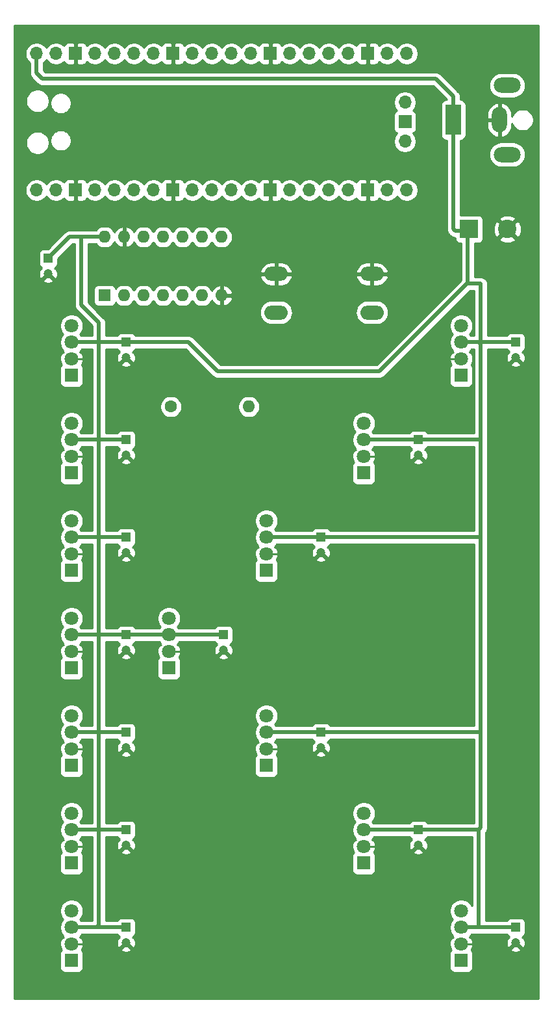
<source format=gbr>
%TF.GenerationSoftware,KiCad,Pcbnew,(5.1.9)-1*%
%TF.CreationDate,2021-02-28T12:15:39-08:00*%
%TF.ProjectId,namebadge,6e616d65-6261-4646-9765-2e6b69636164,v0.1*%
%TF.SameCoordinates,Original*%
%TF.FileFunction,Copper,L2,Bot*%
%TF.FilePolarity,Positive*%
%FSLAX46Y46*%
G04 Gerber Fmt 4.6, Leading zero omitted, Abs format (unit mm)*
G04 Created by KiCad (PCBNEW (5.1.9)-1) date 2021-02-28 12:15:39*
%MOMM*%
%LPD*%
G01*
G04 APERTURE LIST*
%TA.AperFunction,ComponentPad*%
%ADD10O,3.048000X1.850000*%
%TD*%
%TA.AperFunction,ComponentPad*%
%ADD11O,1.600000X1.600000*%
%TD*%
%TA.AperFunction,ComponentPad*%
%ADD12C,1.600000*%
%TD*%
%TA.AperFunction,ComponentPad*%
%ADD13O,1.700000X1.700000*%
%TD*%
%TA.AperFunction,ComponentPad*%
%ADD14R,1.700000X1.700000*%
%TD*%
%TA.AperFunction,ComponentPad*%
%ADD15R,1.800000X1.800000*%
%TD*%
%TA.AperFunction,ComponentPad*%
%ADD16C,1.800000*%
%TD*%
%TA.AperFunction,ComponentPad*%
%ADD17C,1.200000*%
%TD*%
%TA.AperFunction,ComponentPad*%
%ADD18R,1.200000X1.200000*%
%TD*%
%TA.AperFunction,ComponentPad*%
%ADD19R,1.600000X1.600000*%
%TD*%
%TA.AperFunction,ComponentPad*%
%ADD20O,3.500000X2.000000*%
%TD*%
%TA.AperFunction,ComponentPad*%
%ADD21O,2.000000X3.300000*%
%TD*%
%TA.AperFunction,ComponentPad*%
%ADD22R,2.000000X4.000000*%
%TD*%
%TA.AperFunction,ComponentPad*%
%ADD23R,2.400000X2.400000*%
%TD*%
%TA.AperFunction,ComponentPad*%
%ADD24C,2.400000*%
%TD*%
%TA.AperFunction,Conductor*%
%ADD25C,0.250000*%
%TD*%
%TA.AperFunction,Conductor*%
%ADD26C,0.508000*%
%TD*%
%TA.AperFunction,Conductor*%
%ADD27C,0.254000*%
%TD*%
%TA.AperFunction,Conductor*%
%ADD28C,0.100000*%
%TD*%
G04 APERTURE END LIST*
D10*
%TO.P,SW1,1*%
%TO.N,GND*%
X69650000Y-52832000D03*
%TO.P,SW1,2*%
%TO.N,Net-(SW1-Pad2)*%
X69650000Y-57832000D03*
%TO.P,SW1,1*%
%TO.N,GND*%
X57150000Y-52832000D03*
%TO.P,SW1,2*%
%TO.N,Net-(SW1-Pad2)*%
X57150000Y-57832000D03*
%TD*%
D11*
%TO.P,R1,2*%
%TO.N,Net-(IC1-Pad11)*%
X53594000Y-70104000D03*
D12*
%TO.P,R1,1*%
%TO.N,/letter-k/LED_DIN*%
X43434000Y-70104000D03*
%TD*%
D13*
%TO.P,U1,43*%
%TO.N,Net-(U1-Pad43)*%
X73938000Y-30480000D03*
D14*
%TO.P,U1,42*%
%TO.N,Net-(U1-Pad42)*%
X73938000Y-33020000D03*
D13*
%TO.P,U1,41*%
%TO.N,Net-(U1-Pad41)*%
X73938000Y-35560000D03*
%TO.P,U1,40*%
%TO.N,VCC*%
X25908000Y-24130000D03*
%TO.P,U1,39*%
%TO.N,Net-(U1-Pad39)*%
X28448000Y-24130000D03*
D14*
%TO.P,U1,38*%
%TO.N,GND*%
X30988000Y-24130000D03*
D13*
%TO.P,U1,37*%
%TO.N,Net-(U1-Pad37)*%
X33528000Y-24130000D03*
%TO.P,U1,36*%
%TO.N,Net-(U1-Pad36)*%
X36068000Y-24130000D03*
%TO.P,U1,35*%
%TO.N,Net-(U1-Pad35)*%
X38608000Y-24130000D03*
%TO.P,U1,34*%
%TO.N,Net-(U1-Pad34)*%
X41148000Y-24130000D03*
D14*
%TO.P,U1,33*%
%TO.N,GND*%
X43688000Y-24130000D03*
D13*
%TO.P,U1,32*%
%TO.N,Net-(U1-Pad32)*%
X46228000Y-24130000D03*
%TO.P,U1,31*%
%TO.N,Net-(U1-Pad31)*%
X48768000Y-24130000D03*
%TO.P,U1,30*%
%TO.N,Net-(U1-Pad30)*%
X51308000Y-24130000D03*
%TO.P,U1,29*%
%TO.N,Net-(U1-Pad29)*%
X53848000Y-24130000D03*
D14*
%TO.P,U1,28*%
%TO.N,GND*%
X56388000Y-24130000D03*
D13*
%TO.P,U1,27*%
%TO.N,Net-(U1-Pad27)*%
X58928000Y-24130000D03*
%TO.P,U1,26*%
%TO.N,Net-(U1-Pad26)*%
X61468000Y-24130000D03*
%TO.P,U1,25*%
%TO.N,Net-(U1-Pad25)*%
X64008000Y-24130000D03*
%TO.P,U1,24*%
%TO.N,Net-(U1-Pad24)*%
X66548000Y-24130000D03*
D14*
%TO.P,U1,23*%
%TO.N,GND*%
X69088000Y-24130000D03*
D13*
%TO.P,U1,22*%
%TO.N,Net-(U1-Pad22)*%
X71628000Y-24130000D03*
%TO.P,U1,21*%
%TO.N,Net-(U1-Pad21)*%
X74168000Y-24130000D03*
%TO.P,U1,20*%
%TO.N,Net-(SW1-Pad2)*%
X74168000Y-41910000D03*
%TO.P,U1,19*%
%TO.N,Net-(U1-Pad19)*%
X71628000Y-41910000D03*
D14*
%TO.P,U1,18*%
%TO.N,GND*%
X69088000Y-41910000D03*
D13*
%TO.P,U1,17*%
%TO.N,Net-(U1-Pad17)*%
X66548000Y-41910000D03*
%TO.P,U1,16*%
%TO.N,Net-(U1-Pad16)*%
X64008000Y-41910000D03*
%TO.P,U1,15*%
%TO.N,Net-(U1-Pad15)*%
X61468000Y-41910000D03*
%TO.P,U1,14*%
%TO.N,Net-(U1-Pad14)*%
X58928000Y-41910000D03*
D14*
%TO.P,U1,13*%
%TO.N,GND*%
X56388000Y-41910000D03*
D13*
%TO.P,U1,12*%
%TO.N,Net-(U1-Pad12)*%
X53848000Y-41910000D03*
%TO.P,U1,11*%
%TO.N,Net-(U1-Pad11)*%
X51308000Y-41910000D03*
%TO.P,U1,10*%
%TO.N,Net-(U1-Pad10)*%
X48768000Y-41910000D03*
%TO.P,U1,9*%
%TO.N,Net-(U1-Pad9)*%
X46228000Y-41910000D03*
D14*
%TO.P,U1,8*%
%TO.N,GND*%
X43688000Y-41910000D03*
D13*
%TO.P,U1,7*%
%TO.N,Net-(U1-Pad7)*%
X41148000Y-41910000D03*
%TO.P,U1,6*%
%TO.N,Net-(U1-Pad6)*%
X38608000Y-41910000D03*
%TO.P,U1,5*%
%TO.N,Net-(U1-Pad5)*%
X36068000Y-41910000D03*
%TO.P,U1,4*%
%TO.N,Net-(U1-Pad4)*%
X33528000Y-41910000D03*
D14*
%TO.P,U1,3*%
%TO.N,GND*%
X30988000Y-41910000D03*
D13*
%TO.P,U1,2*%
%TO.N,Net-(U1-Pad2)*%
X28448000Y-41910000D03*
%TO.P,U1,1*%
%TO.N,Net-(IC1-Pad12)*%
X25908000Y-41910000D03*
%TD*%
D15*
%TO.P,D10,1*%
%TO.N,Net-(D10-Pad1)*%
X55880000Y-116840000D03*
D16*
%TO.P,D10,2*%
%TO.N,GND*%
X55880000Y-114681000D03*
%TO.P,D10,3*%
%TO.N,VCC*%
X55880000Y-112522000D03*
%TO.P,D10,4*%
%TO.N,Net-(D10-Pad4)*%
X55880000Y-110363000D03*
%TD*%
D17*
%TO.P,C14,2*%
%TO.N,GND*%
X88392000Y-139922000D03*
D18*
%TO.P,C14,1*%
%TO.N,VCC*%
X88392000Y-137922000D03*
%TD*%
D17*
%TO.P,C7,2*%
%TO.N,GND*%
X37592000Y-139922000D03*
D18*
%TO.P,C7,1*%
%TO.N,VCC*%
X37592000Y-137922000D03*
%TD*%
D17*
%TO.P,C12,2*%
%TO.N,GND*%
X75692000Y-127222000D03*
D18*
%TO.P,C12,1*%
%TO.N,VCC*%
X75692000Y-125222000D03*
%TD*%
D17*
%TO.P,C6,2*%
%TO.N,GND*%
X37592000Y-127222000D03*
D18*
%TO.P,C6,1*%
%TO.N,VCC*%
X37592000Y-125222000D03*
%TD*%
D17*
%TO.P,C10,2*%
%TO.N,GND*%
X62992000Y-114522000D03*
D18*
%TO.P,C10,1*%
%TO.N,VCC*%
X62992000Y-112522000D03*
%TD*%
D17*
%TO.P,C5,2*%
%TO.N,GND*%
X37592000Y-114522000D03*
D18*
%TO.P,C5,1*%
%TO.N,VCC*%
X37592000Y-112522000D03*
%TD*%
D17*
%TO.P,C8,2*%
%TO.N,GND*%
X50292000Y-101822000D03*
D18*
%TO.P,C8,1*%
%TO.N,VCC*%
X50292000Y-99822000D03*
%TD*%
D17*
%TO.P,C4,2*%
%TO.N,GND*%
X37592000Y-101822000D03*
D18*
%TO.P,C4,1*%
%TO.N,VCC*%
X37592000Y-99822000D03*
%TD*%
D17*
%TO.P,C9,2*%
%TO.N,GND*%
X62992000Y-89122000D03*
D18*
%TO.P,C9,1*%
%TO.N,VCC*%
X62992000Y-87122000D03*
%TD*%
D17*
%TO.P,C3,2*%
%TO.N,GND*%
X37592000Y-89122000D03*
D18*
%TO.P,C3,1*%
%TO.N,VCC*%
X37592000Y-87122000D03*
%TD*%
D17*
%TO.P,C11,2*%
%TO.N,GND*%
X75692000Y-76422000D03*
D18*
%TO.P,C11,1*%
%TO.N,VCC*%
X75692000Y-74422000D03*
%TD*%
D17*
%TO.P,C2,2*%
%TO.N,GND*%
X37592000Y-76422000D03*
D18*
%TO.P,C2,1*%
%TO.N,VCC*%
X37592000Y-74422000D03*
%TD*%
D17*
%TO.P,C13,2*%
%TO.N,GND*%
X88392000Y-63722000D03*
D18*
%TO.P,C13,1*%
%TO.N,VCC*%
X88392000Y-61722000D03*
%TD*%
D15*
%TO.P,D14,1*%
%TO.N,Net-(D14-Pad1)*%
X81280000Y-142240000D03*
D16*
%TO.P,D14,2*%
%TO.N,GND*%
X81280000Y-140081000D03*
%TO.P,D14,3*%
%TO.N,VCC*%
X81280000Y-137922000D03*
%TO.P,D14,4*%
%TO.N,Net-(D12-Pad1)*%
X81280000Y-135763000D03*
%TD*%
D15*
%TO.P,D7,1*%
%TO.N,Net-(D7-Pad1)*%
X30480000Y-142240000D03*
D16*
%TO.P,D7,2*%
%TO.N,GND*%
X30480000Y-140081000D03*
%TO.P,D7,3*%
%TO.N,VCC*%
X30480000Y-137922000D03*
%TO.P,D7,4*%
%TO.N,Net-(D6-Pad1)*%
X30480000Y-135763000D03*
%TD*%
D15*
%TO.P,D12,1*%
%TO.N,Net-(D12-Pad1)*%
X68580000Y-129540000D03*
D16*
%TO.P,D12,2*%
%TO.N,GND*%
X68580000Y-127381000D03*
%TO.P,D12,3*%
%TO.N,VCC*%
X68580000Y-125222000D03*
%TO.P,D12,4*%
%TO.N,Net-(D10-Pad1)*%
X68580000Y-123063000D03*
%TD*%
D15*
%TO.P,D6,1*%
%TO.N,Net-(D6-Pad1)*%
X30480000Y-129540000D03*
D16*
%TO.P,D6,2*%
%TO.N,GND*%
X30480000Y-127381000D03*
%TO.P,D6,3*%
%TO.N,VCC*%
X30480000Y-125222000D03*
%TO.P,D6,4*%
%TO.N,Net-(D5-Pad1)*%
X30480000Y-123063000D03*
%TD*%
D15*
%TO.P,D5,1*%
%TO.N,Net-(D5-Pad1)*%
X30480000Y-116840000D03*
D16*
%TO.P,D5,2*%
%TO.N,GND*%
X30480000Y-114681000D03*
%TO.P,D5,3*%
%TO.N,VCC*%
X30480000Y-112522000D03*
%TO.P,D5,4*%
%TO.N,Net-(D4-Pad1)*%
X30480000Y-110363000D03*
%TD*%
D15*
%TO.P,D8,1*%
%TO.N,Net-(D8-Pad1)*%
X43180000Y-104140000D03*
D16*
%TO.P,D8,2*%
%TO.N,GND*%
X43180000Y-101981000D03*
%TO.P,D8,3*%
%TO.N,VCC*%
X43180000Y-99822000D03*
%TO.P,D8,4*%
%TO.N,Net-(D7-Pad1)*%
X43180000Y-97663000D03*
%TD*%
D15*
%TO.P,D4,1*%
%TO.N,Net-(D4-Pad1)*%
X30480000Y-104140000D03*
D16*
%TO.P,D4,2*%
%TO.N,GND*%
X30480000Y-101981000D03*
%TO.P,D4,3*%
%TO.N,VCC*%
X30480000Y-99822000D03*
%TO.P,D4,4*%
%TO.N,Net-(D3-Pad1)*%
X30480000Y-97663000D03*
%TD*%
D15*
%TO.P,D9,1*%
%TO.N,Net-(D11-Pad4)*%
X55880000Y-91440000D03*
D16*
%TO.P,D9,2*%
%TO.N,GND*%
X55880000Y-89281000D03*
%TO.P,D9,3*%
%TO.N,VCC*%
X55880000Y-87122000D03*
%TO.P,D9,4*%
%TO.N,Net-(D8-Pad1)*%
X55880000Y-84963000D03*
%TD*%
D15*
%TO.P,D3,1*%
%TO.N,Net-(D3-Pad1)*%
X30480000Y-91440000D03*
D16*
%TO.P,D3,2*%
%TO.N,GND*%
X30480000Y-89281000D03*
%TO.P,D3,3*%
%TO.N,VCC*%
X30480000Y-87122000D03*
%TO.P,D3,4*%
%TO.N,Net-(D2-Pad1)*%
X30480000Y-84963000D03*
%TD*%
D15*
%TO.P,D11,1*%
%TO.N,Net-(D11-Pad1)*%
X68580000Y-78740000D03*
D16*
%TO.P,D11,2*%
%TO.N,GND*%
X68580000Y-76581000D03*
%TO.P,D11,3*%
%TO.N,VCC*%
X68580000Y-74422000D03*
%TO.P,D11,4*%
%TO.N,Net-(D11-Pad4)*%
X68580000Y-72263000D03*
%TD*%
D15*
%TO.P,D2,1*%
%TO.N,Net-(D2-Pad1)*%
X30480000Y-78740000D03*
D16*
%TO.P,D2,2*%
%TO.N,GND*%
X30480000Y-76581000D03*
%TO.P,D2,3*%
%TO.N,VCC*%
X30480000Y-74422000D03*
%TO.P,D2,4*%
%TO.N,Net-(D1-Pad1)*%
X30480000Y-72263000D03*
%TD*%
D15*
%TO.P,D13,1*%
%TO.N,Net-(D10-Pad4)*%
X81280000Y-66040000D03*
D16*
%TO.P,D13,2*%
%TO.N,GND*%
X81280000Y-63881000D03*
%TO.P,D13,3*%
%TO.N,VCC*%
X81280000Y-61722000D03*
%TO.P,D13,4*%
%TO.N,Net-(D11-Pad1)*%
X81280000Y-59563000D03*
%TD*%
%TO.P,D1,4*%
%TO.N,/letter-k/LED_DIN*%
X30480000Y-59563000D03*
%TO.P,D1,3*%
%TO.N,VCC*%
X30480000Y-61722000D03*
%TO.P,D1,2*%
%TO.N,GND*%
X30480000Y-63881000D03*
D15*
%TO.P,D1,1*%
%TO.N,Net-(D1-Pad1)*%
X30480000Y-66040000D03*
%TD*%
D18*
%TO.P,C1,1*%
%TO.N,VCC*%
X37592000Y-61722000D03*
D17*
%TO.P,C1,2*%
%TO.N,GND*%
X37592000Y-63722000D03*
%TD*%
D19*
%TO.P,IC1,1*%
%TO.N,Net-(IC1-Pad1)*%
X34798000Y-55626000D03*
D11*
%TO.P,IC1,8*%
%TO.N,Net-(IC1-Pad8)*%
X50038000Y-48006000D03*
%TO.P,IC1,2*%
%TO.N,Net-(IC1-Pad2)*%
X37338000Y-55626000D03*
%TO.P,IC1,9*%
%TO.N,Net-(IC1-Pad9)*%
X47498000Y-48006000D03*
%TO.P,IC1,3*%
%TO.N,Net-(IC1-Pad3)*%
X39878000Y-55626000D03*
%TO.P,IC1,10*%
%TO.N,Net-(IC1-Pad10)*%
X44958000Y-48006000D03*
%TO.P,IC1,4*%
%TO.N,Net-(IC1-Pad4)*%
X42418000Y-55626000D03*
%TO.P,IC1,11*%
%TO.N,Net-(IC1-Pad11)*%
X42418000Y-48006000D03*
%TO.P,IC1,5*%
%TO.N,Net-(IC1-Pad5)*%
X44958000Y-55626000D03*
%TO.P,IC1,12*%
%TO.N,Net-(IC1-Pad12)*%
X39878000Y-48006000D03*
%TO.P,IC1,6*%
%TO.N,Net-(IC1-Pad6)*%
X47498000Y-55626000D03*
%TO.P,IC1,13*%
%TO.N,GND*%
X37338000Y-48006000D03*
%TO.P,IC1,7*%
X50038000Y-55626000D03*
%TO.P,IC1,14*%
%TO.N,VCC*%
X34798000Y-48006000D03*
%TD*%
D20*
%TO.P,J1,MP*%
%TO.N,N/C*%
X87264000Y-28266000D03*
X87264000Y-37266000D03*
D21*
%TO.P,J1,2*%
%TO.N,GND*%
X86264000Y-32766000D03*
D22*
%TO.P,J1,1*%
%TO.N,VCC*%
X80264000Y-32766000D03*
%TD*%
D23*
%TO.P,C15,1*%
%TO.N,VCC*%
X82296000Y-46990000D03*
D24*
%TO.P,C15,2*%
%TO.N,GND*%
X87296000Y-46990000D03*
%TD*%
D18*
%TO.P,C16,1*%
%TO.N,VCC*%
X27432000Y-50800000D03*
D17*
%TO.P,C16,2*%
%TO.N,GND*%
X27432000Y-52800000D03*
%TD*%
D25*
%TO.N,GND*%
X81280000Y-140081000D02*
X83439000Y-140081000D01*
X30480000Y-140081000D02*
X32639000Y-140081000D01*
X32639000Y-140081000D02*
X33020000Y-139700000D01*
X30480000Y-127381000D02*
X32639000Y-127381000D01*
X30480000Y-114681000D02*
X32639000Y-114681000D01*
X30480000Y-101981000D02*
X32639000Y-101981000D01*
X30480000Y-89281000D02*
X32639000Y-89281000D01*
X30480000Y-76581000D02*
X32639000Y-76581000D01*
X30480000Y-63881000D02*
X32639000Y-63881000D01*
X55880000Y-89281000D02*
X58039000Y-89281000D01*
X68580000Y-76581000D02*
X70739000Y-76581000D01*
X81280000Y-63881000D02*
X79121000Y-63881000D01*
X55880000Y-114681000D02*
X58039000Y-114681000D01*
X68580000Y-127381000D02*
X70739000Y-127381000D01*
X43180000Y-101981000D02*
X45339000Y-101981000D01*
D26*
%TO.N,VCC*%
X30988000Y-62230000D02*
X30480000Y-61722000D01*
X81788000Y-62230000D02*
X81280000Y-61722000D01*
X30988000Y-74930000D02*
X30480000Y-74422000D01*
X69088000Y-74930000D02*
X68580000Y-74422000D01*
X30988000Y-87630000D02*
X30480000Y-87122000D01*
X56388000Y-87630000D02*
X55880000Y-87122000D01*
X30988000Y-100330000D02*
X30480000Y-99822000D01*
X43688000Y-100330000D02*
X43180000Y-99822000D01*
X30988000Y-113030000D02*
X30480000Y-112522000D01*
X56388000Y-113030000D02*
X55880000Y-112522000D01*
X30988000Y-125730000D02*
X30480000Y-125222000D01*
X69088000Y-125730000D02*
X68580000Y-125222000D01*
X30988000Y-138430000D02*
X30480000Y-137922000D01*
X81788000Y-138430000D02*
X81280000Y-137922000D01*
X75692000Y-74422000D02*
X68580000Y-74422000D01*
X62992000Y-87122000D02*
X55880000Y-87122000D01*
X50292000Y-99822000D02*
X43180000Y-99822000D01*
X62992000Y-112522000D02*
X55880000Y-112522000D01*
X75692000Y-125222000D02*
X68580000Y-125222000D01*
X62992000Y-87122000D02*
X83820000Y-87122000D01*
X83820000Y-87122000D02*
X83820000Y-74422000D01*
X75692000Y-74422000D02*
X83820000Y-74422000D01*
X83820000Y-87122000D02*
X83820000Y-112522000D01*
X62992000Y-112522000D02*
X83820000Y-112522000D01*
X83820000Y-112522000D02*
X83820000Y-124968000D01*
X83566000Y-125222000D02*
X75692000Y-125222000D01*
X83820000Y-124968000D02*
X83566000Y-125222000D01*
X83566000Y-137922000D02*
X81280000Y-137922000D01*
X83566000Y-125222000D02*
X83566000Y-137922000D01*
X88392000Y-137922000D02*
X83566000Y-137922000D01*
X37592000Y-87122000D02*
X34036000Y-87122000D01*
X34036000Y-87122000D02*
X30480000Y-87122000D01*
X34036000Y-137668000D02*
X33782000Y-137922000D01*
X33782000Y-137922000D02*
X30480000Y-137922000D01*
X37592000Y-137922000D02*
X33782000Y-137922000D01*
X83820000Y-61976000D02*
X83566000Y-61722000D01*
X83820000Y-74422000D02*
X83820000Y-61976000D01*
X83566000Y-61722000D02*
X81280000Y-61722000D01*
X88392000Y-61722000D02*
X83820000Y-61722000D01*
X83820000Y-61722000D02*
X83566000Y-61722000D01*
X43180000Y-99822000D02*
X37592000Y-99822000D01*
X83820000Y-54102000D02*
X83820000Y-61722000D01*
X34036000Y-74422000D02*
X34036000Y-61722000D01*
X37592000Y-61722000D02*
X34036000Y-61722000D01*
X34036000Y-61722000D02*
X30480000Y-61722000D01*
X30480000Y-74422000D02*
X34036000Y-74422000D01*
X34036000Y-87122000D02*
X34036000Y-74422000D01*
X34036000Y-74422000D02*
X37592000Y-74422000D01*
X30480000Y-99822000D02*
X34036000Y-99822000D01*
X34036000Y-87122000D02*
X34036000Y-99822000D01*
X37592000Y-99822000D02*
X34036000Y-99822000D01*
X30480000Y-112522000D02*
X34036000Y-112522000D01*
X34036000Y-99822000D02*
X34036000Y-112522000D01*
X34036000Y-112522000D02*
X37592000Y-112522000D01*
X30480000Y-125222000D02*
X34036000Y-125222000D01*
X34036000Y-125222000D02*
X34036000Y-137668000D01*
X34036000Y-112522000D02*
X34036000Y-125222000D01*
X37592000Y-125222000D02*
X34036000Y-125222000D01*
X83820000Y-54102000D02*
X82042000Y-54102000D01*
X80264000Y-32766000D02*
X80264000Y-46990000D01*
X80264000Y-46990000D02*
X80518000Y-47244000D01*
X80518000Y-47244000D02*
X82122000Y-47244000D01*
X82122000Y-47244000D02*
X82122000Y-54022000D01*
X82122000Y-54022000D02*
X82042000Y-54102000D01*
X80264000Y-29718000D02*
X80264000Y-32766000D01*
X77978000Y-27432000D02*
X80264000Y-29718000D01*
X26670000Y-27432000D02*
X77978000Y-27432000D01*
X25908000Y-26670000D02*
X26670000Y-27432000D01*
X25908000Y-24130000D02*
X25908000Y-26670000D01*
X30226000Y-48006000D02*
X27432000Y-50800000D01*
X34036000Y-61722000D02*
X34036000Y-59182000D01*
X31750000Y-56896000D02*
X31750000Y-48006000D01*
X34036000Y-59182000D02*
X31750000Y-56896000D01*
X31750000Y-48006000D02*
X30226000Y-48006000D01*
X34798000Y-48006000D02*
X31750000Y-48006000D01*
X45720000Y-61722000D02*
X37592000Y-61722000D01*
X49530000Y-65532000D02*
X45720000Y-61722000D01*
X70612000Y-65532000D02*
X49530000Y-65532000D01*
X82042000Y-54102000D02*
X70612000Y-65532000D01*
%TD*%
D27*
%TO.N,GND*%
X91313000Y-147193000D02*
X22987000Y-147193000D01*
X22987000Y-53649764D01*
X26761841Y-53649764D01*
X26809148Y-53873348D01*
X27030516Y-53974237D01*
X27267313Y-54030000D01*
X27510438Y-54038495D01*
X27750549Y-53999395D01*
X27978418Y-53914202D01*
X28054852Y-53873348D01*
X28102159Y-53649764D01*
X27432000Y-52979605D01*
X26761841Y-53649764D01*
X22987000Y-53649764D01*
X22987000Y-41763740D01*
X24423000Y-41763740D01*
X24423000Y-42056260D01*
X24480068Y-42343158D01*
X24592010Y-42613411D01*
X24754525Y-42856632D01*
X24961368Y-43063475D01*
X25204589Y-43225990D01*
X25474842Y-43337932D01*
X25761740Y-43395000D01*
X26054260Y-43395000D01*
X26341158Y-43337932D01*
X26611411Y-43225990D01*
X26854632Y-43063475D01*
X27061475Y-42856632D01*
X27178000Y-42682240D01*
X27294525Y-42856632D01*
X27501368Y-43063475D01*
X27744589Y-43225990D01*
X28014842Y-43337932D01*
X28301740Y-43395000D01*
X28594260Y-43395000D01*
X28881158Y-43337932D01*
X29151411Y-43225990D01*
X29394632Y-43063475D01*
X29526487Y-42931620D01*
X29548498Y-43004180D01*
X29607463Y-43114494D01*
X29686815Y-43211185D01*
X29783506Y-43290537D01*
X29893820Y-43349502D01*
X30013518Y-43385812D01*
X30138000Y-43398072D01*
X30702250Y-43395000D01*
X30861000Y-43236250D01*
X30861000Y-42037000D01*
X30841000Y-42037000D01*
X30841000Y-41783000D01*
X30861000Y-41783000D01*
X30861000Y-40583750D01*
X31115000Y-40583750D01*
X31115000Y-41783000D01*
X31135000Y-41783000D01*
X31135000Y-42037000D01*
X31115000Y-42037000D01*
X31115000Y-43236250D01*
X31273750Y-43395000D01*
X31838000Y-43398072D01*
X31962482Y-43385812D01*
X32082180Y-43349502D01*
X32192494Y-43290537D01*
X32289185Y-43211185D01*
X32368537Y-43114494D01*
X32427502Y-43004180D01*
X32449513Y-42931620D01*
X32581368Y-43063475D01*
X32824589Y-43225990D01*
X33094842Y-43337932D01*
X33381740Y-43395000D01*
X33674260Y-43395000D01*
X33961158Y-43337932D01*
X34231411Y-43225990D01*
X34474632Y-43063475D01*
X34681475Y-42856632D01*
X34798000Y-42682240D01*
X34914525Y-42856632D01*
X35121368Y-43063475D01*
X35364589Y-43225990D01*
X35634842Y-43337932D01*
X35921740Y-43395000D01*
X36214260Y-43395000D01*
X36501158Y-43337932D01*
X36771411Y-43225990D01*
X37014632Y-43063475D01*
X37221475Y-42856632D01*
X37338000Y-42682240D01*
X37454525Y-42856632D01*
X37661368Y-43063475D01*
X37904589Y-43225990D01*
X38174842Y-43337932D01*
X38461740Y-43395000D01*
X38754260Y-43395000D01*
X39041158Y-43337932D01*
X39311411Y-43225990D01*
X39554632Y-43063475D01*
X39761475Y-42856632D01*
X39878000Y-42682240D01*
X39994525Y-42856632D01*
X40201368Y-43063475D01*
X40444589Y-43225990D01*
X40714842Y-43337932D01*
X41001740Y-43395000D01*
X41294260Y-43395000D01*
X41581158Y-43337932D01*
X41851411Y-43225990D01*
X42094632Y-43063475D01*
X42226487Y-42931620D01*
X42248498Y-43004180D01*
X42307463Y-43114494D01*
X42386815Y-43211185D01*
X42483506Y-43290537D01*
X42593820Y-43349502D01*
X42713518Y-43385812D01*
X42838000Y-43398072D01*
X43402250Y-43395000D01*
X43561000Y-43236250D01*
X43561000Y-42037000D01*
X43541000Y-42037000D01*
X43541000Y-41783000D01*
X43561000Y-41783000D01*
X43561000Y-40583750D01*
X43815000Y-40583750D01*
X43815000Y-41783000D01*
X43835000Y-41783000D01*
X43835000Y-42037000D01*
X43815000Y-42037000D01*
X43815000Y-43236250D01*
X43973750Y-43395000D01*
X44538000Y-43398072D01*
X44662482Y-43385812D01*
X44782180Y-43349502D01*
X44892494Y-43290537D01*
X44989185Y-43211185D01*
X45068537Y-43114494D01*
X45127502Y-43004180D01*
X45149513Y-42931620D01*
X45281368Y-43063475D01*
X45524589Y-43225990D01*
X45794842Y-43337932D01*
X46081740Y-43395000D01*
X46374260Y-43395000D01*
X46661158Y-43337932D01*
X46931411Y-43225990D01*
X47174632Y-43063475D01*
X47381475Y-42856632D01*
X47498000Y-42682240D01*
X47614525Y-42856632D01*
X47821368Y-43063475D01*
X48064589Y-43225990D01*
X48334842Y-43337932D01*
X48621740Y-43395000D01*
X48914260Y-43395000D01*
X49201158Y-43337932D01*
X49471411Y-43225990D01*
X49714632Y-43063475D01*
X49921475Y-42856632D01*
X50038000Y-42682240D01*
X50154525Y-42856632D01*
X50361368Y-43063475D01*
X50604589Y-43225990D01*
X50874842Y-43337932D01*
X51161740Y-43395000D01*
X51454260Y-43395000D01*
X51741158Y-43337932D01*
X52011411Y-43225990D01*
X52254632Y-43063475D01*
X52461475Y-42856632D01*
X52578000Y-42682240D01*
X52694525Y-42856632D01*
X52901368Y-43063475D01*
X53144589Y-43225990D01*
X53414842Y-43337932D01*
X53701740Y-43395000D01*
X53994260Y-43395000D01*
X54281158Y-43337932D01*
X54551411Y-43225990D01*
X54794632Y-43063475D01*
X54926487Y-42931620D01*
X54948498Y-43004180D01*
X55007463Y-43114494D01*
X55086815Y-43211185D01*
X55183506Y-43290537D01*
X55293820Y-43349502D01*
X55413518Y-43385812D01*
X55538000Y-43398072D01*
X56102250Y-43395000D01*
X56261000Y-43236250D01*
X56261000Y-42037000D01*
X56241000Y-42037000D01*
X56241000Y-41783000D01*
X56261000Y-41783000D01*
X56261000Y-40583750D01*
X56515000Y-40583750D01*
X56515000Y-41783000D01*
X56535000Y-41783000D01*
X56535000Y-42037000D01*
X56515000Y-42037000D01*
X56515000Y-43236250D01*
X56673750Y-43395000D01*
X57238000Y-43398072D01*
X57362482Y-43385812D01*
X57482180Y-43349502D01*
X57592494Y-43290537D01*
X57689185Y-43211185D01*
X57768537Y-43114494D01*
X57827502Y-43004180D01*
X57849513Y-42931620D01*
X57981368Y-43063475D01*
X58224589Y-43225990D01*
X58494842Y-43337932D01*
X58781740Y-43395000D01*
X59074260Y-43395000D01*
X59361158Y-43337932D01*
X59631411Y-43225990D01*
X59874632Y-43063475D01*
X60081475Y-42856632D01*
X60198000Y-42682240D01*
X60314525Y-42856632D01*
X60521368Y-43063475D01*
X60764589Y-43225990D01*
X61034842Y-43337932D01*
X61321740Y-43395000D01*
X61614260Y-43395000D01*
X61901158Y-43337932D01*
X62171411Y-43225990D01*
X62414632Y-43063475D01*
X62621475Y-42856632D01*
X62738000Y-42682240D01*
X62854525Y-42856632D01*
X63061368Y-43063475D01*
X63304589Y-43225990D01*
X63574842Y-43337932D01*
X63861740Y-43395000D01*
X64154260Y-43395000D01*
X64441158Y-43337932D01*
X64711411Y-43225990D01*
X64954632Y-43063475D01*
X65161475Y-42856632D01*
X65278000Y-42682240D01*
X65394525Y-42856632D01*
X65601368Y-43063475D01*
X65844589Y-43225990D01*
X66114842Y-43337932D01*
X66401740Y-43395000D01*
X66694260Y-43395000D01*
X66981158Y-43337932D01*
X67251411Y-43225990D01*
X67494632Y-43063475D01*
X67626487Y-42931620D01*
X67648498Y-43004180D01*
X67707463Y-43114494D01*
X67786815Y-43211185D01*
X67883506Y-43290537D01*
X67993820Y-43349502D01*
X68113518Y-43385812D01*
X68238000Y-43398072D01*
X68802250Y-43395000D01*
X68961000Y-43236250D01*
X68961000Y-42037000D01*
X68941000Y-42037000D01*
X68941000Y-41783000D01*
X68961000Y-41783000D01*
X68961000Y-40583750D01*
X69215000Y-40583750D01*
X69215000Y-41783000D01*
X69235000Y-41783000D01*
X69235000Y-42037000D01*
X69215000Y-42037000D01*
X69215000Y-43236250D01*
X69373750Y-43395000D01*
X69938000Y-43398072D01*
X70062482Y-43385812D01*
X70182180Y-43349502D01*
X70292494Y-43290537D01*
X70389185Y-43211185D01*
X70468537Y-43114494D01*
X70527502Y-43004180D01*
X70549513Y-42931620D01*
X70681368Y-43063475D01*
X70924589Y-43225990D01*
X71194842Y-43337932D01*
X71481740Y-43395000D01*
X71774260Y-43395000D01*
X72061158Y-43337932D01*
X72331411Y-43225990D01*
X72574632Y-43063475D01*
X72781475Y-42856632D01*
X72898000Y-42682240D01*
X73014525Y-42856632D01*
X73221368Y-43063475D01*
X73464589Y-43225990D01*
X73734842Y-43337932D01*
X74021740Y-43395000D01*
X74314260Y-43395000D01*
X74601158Y-43337932D01*
X74871411Y-43225990D01*
X75114632Y-43063475D01*
X75321475Y-42856632D01*
X75483990Y-42613411D01*
X75595932Y-42343158D01*
X75653000Y-42056260D01*
X75653000Y-41763740D01*
X75595932Y-41476842D01*
X75483990Y-41206589D01*
X75321475Y-40963368D01*
X75114632Y-40756525D01*
X74871411Y-40594010D01*
X74601158Y-40482068D01*
X74314260Y-40425000D01*
X74021740Y-40425000D01*
X73734842Y-40482068D01*
X73464589Y-40594010D01*
X73221368Y-40756525D01*
X73014525Y-40963368D01*
X72898000Y-41137760D01*
X72781475Y-40963368D01*
X72574632Y-40756525D01*
X72331411Y-40594010D01*
X72061158Y-40482068D01*
X71774260Y-40425000D01*
X71481740Y-40425000D01*
X71194842Y-40482068D01*
X70924589Y-40594010D01*
X70681368Y-40756525D01*
X70549513Y-40888380D01*
X70527502Y-40815820D01*
X70468537Y-40705506D01*
X70389185Y-40608815D01*
X70292494Y-40529463D01*
X70182180Y-40470498D01*
X70062482Y-40434188D01*
X69938000Y-40421928D01*
X69373750Y-40425000D01*
X69215000Y-40583750D01*
X68961000Y-40583750D01*
X68802250Y-40425000D01*
X68238000Y-40421928D01*
X68113518Y-40434188D01*
X67993820Y-40470498D01*
X67883506Y-40529463D01*
X67786815Y-40608815D01*
X67707463Y-40705506D01*
X67648498Y-40815820D01*
X67626487Y-40888380D01*
X67494632Y-40756525D01*
X67251411Y-40594010D01*
X66981158Y-40482068D01*
X66694260Y-40425000D01*
X66401740Y-40425000D01*
X66114842Y-40482068D01*
X65844589Y-40594010D01*
X65601368Y-40756525D01*
X65394525Y-40963368D01*
X65278000Y-41137760D01*
X65161475Y-40963368D01*
X64954632Y-40756525D01*
X64711411Y-40594010D01*
X64441158Y-40482068D01*
X64154260Y-40425000D01*
X63861740Y-40425000D01*
X63574842Y-40482068D01*
X63304589Y-40594010D01*
X63061368Y-40756525D01*
X62854525Y-40963368D01*
X62738000Y-41137760D01*
X62621475Y-40963368D01*
X62414632Y-40756525D01*
X62171411Y-40594010D01*
X61901158Y-40482068D01*
X61614260Y-40425000D01*
X61321740Y-40425000D01*
X61034842Y-40482068D01*
X60764589Y-40594010D01*
X60521368Y-40756525D01*
X60314525Y-40963368D01*
X60198000Y-41137760D01*
X60081475Y-40963368D01*
X59874632Y-40756525D01*
X59631411Y-40594010D01*
X59361158Y-40482068D01*
X59074260Y-40425000D01*
X58781740Y-40425000D01*
X58494842Y-40482068D01*
X58224589Y-40594010D01*
X57981368Y-40756525D01*
X57849513Y-40888380D01*
X57827502Y-40815820D01*
X57768537Y-40705506D01*
X57689185Y-40608815D01*
X57592494Y-40529463D01*
X57482180Y-40470498D01*
X57362482Y-40434188D01*
X57238000Y-40421928D01*
X56673750Y-40425000D01*
X56515000Y-40583750D01*
X56261000Y-40583750D01*
X56102250Y-40425000D01*
X55538000Y-40421928D01*
X55413518Y-40434188D01*
X55293820Y-40470498D01*
X55183506Y-40529463D01*
X55086815Y-40608815D01*
X55007463Y-40705506D01*
X54948498Y-40815820D01*
X54926487Y-40888380D01*
X54794632Y-40756525D01*
X54551411Y-40594010D01*
X54281158Y-40482068D01*
X53994260Y-40425000D01*
X53701740Y-40425000D01*
X53414842Y-40482068D01*
X53144589Y-40594010D01*
X52901368Y-40756525D01*
X52694525Y-40963368D01*
X52578000Y-41137760D01*
X52461475Y-40963368D01*
X52254632Y-40756525D01*
X52011411Y-40594010D01*
X51741158Y-40482068D01*
X51454260Y-40425000D01*
X51161740Y-40425000D01*
X50874842Y-40482068D01*
X50604589Y-40594010D01*
X50361368Y-40756525D01*
X50154525Y-40963368D01*
X50038000Y-41137760D01*
X49921475Y-40963368D01*
X49714632Y-40756525D01*
X49471411Y-40594010D01*
X49201158Y-40482068D01*
X48914260Y-40425000D01*
X48621740Y-40425000D01*
X48334842Y-40482068D01*
X48064589Y-40594010D01*
X47821368Y-40756525D01*
X47614525Y-40963368D01*
X47498000Y-41137760D01*
X47381475Y-40963368D01*
X47174632Y-40756525D01*
X46931411Y-40594010D01*
X46661158Y-40482068D01*
X46374260Y-40425000D01*
X46081740Y-40425000D01*
X45794842Y-40482068D01*
X45524589Y-40594010D01*
X45281368Y-40756525D01*
X45149513Y-40888380D01*
X45127502Y-40815820D01*
X45068537Y-40705506D01*
X44989185Y-40608815D01*
X44892494Y-40529463D01*
X44782180Y-40470498D01*
X44662482Y-40434188D01*
X44538000Y-40421928D01*
X43973750Y-40425000D01*
X43815000Y-40583750D01*
X43561000Y-40583750D01*
X43402250Y-40425000D01*
X42838000Y-40421928D01*
X42713518Y-40434188D01*
X42593820Y-40470498D01*
X42483506Y-40529463D01*
X42386815Y-40608815D01*
X42307463Y-40705506D01*
X42248498Y-40815820D01*
X42226487Y-40888380D01*
X42094632Y-40756525D01*
X41851411Y-40594010D01*
X41581158Y-40482068D01*
X41294260Y-40425000D01*
X41001740Y-40425000D01*
X40714842Y-40482068D01*
X40444589Y-40594010D01*
X40201368Y-40756525D01*
X39994525Y-40963368D01*
X39878000Y-41137760D01*
X39761475Y-40963368D01*
X39554632Y-40756525D01*
X39311411Y-40594010D01*
X39041158Y-40482068D01*
X38754260Y-40425000D01*
X38461740Y-40425000D01*
X38174842Y-40482068D01*
X37904589Y-40594010D01*
X37661368Y-40756525D01*
X37454525Y-40963368D01*
X37338000Y-41137760D01*
X37221475Y-40963368D01*
X37014632Y-40756525D01*
X36771411Y-40594010D01*
X36501158Y-40482068D01*
X36214260Y-40425000D01*
X35921740Y-40425000D01*
X35634842Y-40482068D01*
X35364589Y-40594010D01*
X35121368Y-40756525D01*
X34914525Y-40963368D01*
X34798000Y-41137760D01*
X34681475Y-40963368D01*
X34474632Y-40756525D01*
X34231411Y-40594010D01*
X33961158Y-40482068D01*
X33674260Y-40425000D01*
X33381740Y-40425000D01*
X33094842Y-40482068D01*
X32824589Y-40594010D01*
X32581368Y-40756525D01*
X32449513Y-40888380D01*
X32427502Y-40815820D01*
X32368537Y-40705506D01*
X32289185Y-40608815D01*
X32192494Y-40529463D01*
X32082180Y-40470498D01*
X31962482Y-40434188D01*
X31838000Y-40421928D01*
X31273750Y-40425000D01*
X31115000Y-40583750D01*
X30861000Y-40583750D01*
X30702250Y-40425000D01*
X30138000Y-40421928D01*
X30013518Y-40434188D01*
X29893820Y-40470498D01*
X29783506Y-40529463D01*
X29686815Y-40608815D01*
X29607463Y-40705506D01*
X29548498Y-40815820D01*
X29526487Y-40888380D01*
X29394632Y-40756525D01*
X29151411Y-40594010D01*
X28881158Y-40482068D01*
X28594260Y-40425000D01*
X28301740Y-40425000D01*
X28014842Y-40482068D01*
X27744589Y-40594010D01*
X27501368Y-40756525D01*
X27294525Y-40963368D01*
X27178000Y-41137760D01*
X27061475Y-40963368D01*
X26854632Y-40756525D01*
X26611411Y-40594010D01*
X26341158Y-40482068D01*
X26054260Y-40425000D01*
X25761740Y-40425000D01*
X25474842Y-40482068D01*
X25204589Y-40594010D01*
X24961368Y-40756525D01*
X24754525Y-40963368D01*
X24592010Y-41206589D01*
X24480068Y-41476842D01*
X24423000Y-41763740D01*
X22987000Y-41763740D01*
X22987000Y-35593816D01*
X24503000Y-35593816D01*
X24503000Y-35896184D01*
X24561989Y-36192743D01*
X24677701Y-36472095D01*
X24845688Y-36723505D01*
X25059495Y-36937312D01*
X25310905Y-37105299D01*
X25590257Y-37221011D01*
X25886816Y-37280000D01*
X26189184Y-37280000D01*
X26485743Y-37221011D01*
X26765095Y-37105299D01*
X27016505Y-36937312D01*
X27230312Y-36723505D01*
X27398299Y-36472095D01*
X27514011Y-36192743D01*
X27573000Y-35896184D01*
X27573000Y-35593816D01*
X27516266Y-35308589D01*
X27683000Y-35308589D01*
X27683000Y-35581411D01*
X27736225Y-35848989D01*
X27840629Y-36101043D01*
X27992201Y-36327886D01*
X28185114Y-36520799D01*
X28411957Y-36672371D01*
X28664011Y-36776775D01*
X28931589Y-36830000D01*
X29204411Y-36830000D01*
X29471989Y-36776775D01*
X29724043Y-36672371D01*
X29950886Y-36520799D01*
X30143799Y-36327886D01*
X30295371Y-36101043D01*
X30399775Y-35848989D01*
X30453000Y-35581411D01*
X30453000Y-35308589D01*
X30399775Y-35041011D01*
X30295371Y-34788957D01*
X30143799Y-34562114D01*
X29950886Y-34369201D01*
X29724043Y-34217629D01*
X29471989Y-34113225D01*
X29204411Y-34060000D01*
X28931589Y-34060000D01*
X28664011Y-34113225D01*
X28411957Y-34217629D01*
X28185114Y-34369201D01*
X27992201Y-34562114D01*
X27840629Y-34788957D01*
X27736225Y-35041011D01*
X27683000Y-35308589D01*
X27516266Y-35308589D01*
X27514011Y-35297257D01*
X27398299Y-35017905D01*
X27230312Y-34766495D01*
X27016505Y-34552688D01*
X26765095Y-34384701D01*
X26485743Y-34268989D01*
X26189184Y-34210000D01*
X25886816Y-34210000D01*
X25590257Y-34268989D01*
X25310905Y-34384701D01*
X25059495Y-34552688D01*
X24845688Y-34766495D01*
X24677701Y-35017905D01*
X24561989Y-35297257D01*
X24503000Y-35593816D01*
X22987000Y-35593816D01*
X22987000Y-32170000D01*
X72449928Y-32170000D01*
X72449928Y-33870000D01*
X72462188Y-33994482D01*
X72498498Y-34114180D01*
X72557463Y-34224494D01*
X72636815Y-34321185D01*
X72733506Y-34400537D01*
X72843820Y-34459502D01*
X72916380Y-34481513D01*
X72784525Y-34613368D01*
X72622010Y-34856589D01*
X72510068Y-35126842D01*
X72453000Y-35413740D01*
X72453000Y-35706260D01*
X72510068Y-35993158D01*
X72622010Y-36263411D01*
X72784525Y-36506632D01*
X72991368Y-36713475D01*
X73234589Y-36875990D01*
X73504842Y-36987932D01*
X73791740Y-37045000D01*
X74084260Y-37045000D01*
X74371158Y-36987932D01*
X74641411Y-36875990D01*
X74884632Y-36713475D01*
X75091475Y-36506632D01*
X75253990Y-36263411D01*
X75365932Y-35993158D01*
X75423000Y-35706260D01*
X75423000Y-35413740D01*
X75365932Y-35126842D01*
X75253990Y-34856589D01*
X75091475Y-34613368D01*
X74959620Y-34481513D01*
X75032180Y-34459502D01*
X75142494Y-34400537D01*
X75239185Y-34321185D01*
X75318537Y-34224494D01*
X75377502Y-34114180D01*
X75413812Y-33994482D01*
X75426072Y-33870000D01*
X75426072Y-32170000D01*
X75413812Y-32045518D01*
X75377502Y-31925820D01*
X75318537Y-31815506D01*
X75239185Y-31718815D01*
X75142494Y-31639463D01*
X75032180Y-31580498D01*
X74959620Y-31558487D01*
X75091475Y-31426632D01*
X75253990Y-31183411D01*
X75365932Y-30913158D01*
X75423000Y-30626260D01*
X75423000Y-30333740D01*
X75365932Y-30046842D01*
X75253990Y-29776589D01*
X75091475Y-29533368D01*
X74884632Y-29326525D01*
X74641411Y-29164010D01*
X74371158Y-29052068D01*
X74084260Y-28995000D01*
X73791740Y-28995000D01*
X73504842Y-29052068D01*
X73234589Y-29164010D01*
X72991368Y-29326525D01*
X72784525Y-29533368D01*
X72622010Y-29776589D01*
X72510068Y-30046842D01*
X72453000Y-30333740D01*
X72453000Y-30626260D01*
X72510068Y-30913158D01*
X72622010Y-31183411D01*
X72784525Y-31426632D01*
X72916380Y-31558487D01*
X72843820Y-31580498D01*
X72733506Y-31639463D01*
X72636815Y-31718815D01*
X72557463Y-31815506D01*
X72498498Y-31925820D01*
X72462188Y-32045518D01*
X72449928Y-32170000D01*
X22987000Y-32170000D01*
X22987000Y-30143816D01*
X24503000Y-30143816D01*
X24503000Y-30446184D01*
X24561989Y-30742743D01*
X24677701Y-31022095D01*
X24845688Y-31273505D01*
X25059495Y-31487312D01*
X25310905Y-31655299D01*
X25590257Y-31771011D01*
X25886816Y-31830000D01*
X26189184Y-31830000D01*
X26485743Y-31771011D01*
X26765095Y-31655299D01*
X27016505Y-31487312D01*
X27230312Y-31273505D01*
X27398299Y-31022095D01*
X27514011Y-30742743D01*
X27570532Y-30458589D01*
X27683000Y-30458589D01*
X27683000Y-30731411D01*
X27736225Y-30998989D01*
X27840629Y-31251043D01*
X27992201Y-31477886D01*
X28185114Y-31670799D01*
X28411957Y-31822371D01*
X28664011Y-31926775D01*
X28931589Y-31980000D01*
X29204411Y-31980000D01*
X29471989Y-31926775D01*
X29724043Y-31822371D01*
X29950886Y-31670799D01*
X30143799Y-31477886D01*
X30295371Y-31251043D01*
X30399775Y-30998989D01*
X30453000Y-30731411D01*
X30453000Y-30458589D01*
X30399775Y-30191011D01*
X30295371Y-29938957D01*
X30143799Y-29712114D01*
X29950886Y-29519201D01*
X29724043Y-29367629D01*
X29471989Y-29263225D01*
X29204411Y-29210000D01*
X28931589Y-29210000D01*
X28664011Y-29263225D01*
X28411957Y-29367629D01*
X28185114Y-29519201D01*
X27992201Y-29712114D01*
X27840629Y-29938957D01*
X27736225Y-30191011D01*
X27683000Y-30458589D01*
X27570532Y-30458589D01*
X27573000Y-30446184D01*
X27573000Y-30143816D01*
X27514011Y-29847257D01*
X27398299Y-29567905D01*
X27230312Y-29316495D01*
X27016505Y-29102688D01*
X26765095Y-28934701D01*
X26485743Y-28818989D01*
X26189184Y-28760000D01*
X25886816Y-28760000D01*
X25590257Y-28818989D01*
X25310905Y-28934701D01*
X25059495Y-29102688D01*
X24845688Y-29316495D01*
X24677701Y-29567905D01*
X24561989Y-29847257D01*
X24503000Y-30143816D01*
X22987000Y-30143816D01*
X22987000Y-23983740D01*
X24423000Y-23983740D01*
X24423000Y-24276260D01*
X24480068Y-24563158D01*
X24592010Y-24833411D01*
X24754525Y-25076632D01*
X24961368Y-25283475D01*
X25019000Y-25321984D01*
X25019001Y-26626330D01*
X25014700Y-26670000D01*
X25031864Y-26844274D01*
X25082698Y-27011852D01*
X25165248Y-27166291D01*
X25276342Y-27301659D01*
X25310259Y-27329494D01*
X26010504Y-28029740D01*
X26038341Y-28063659D01*
X26173709Y-28174753D01*
X26328149Y-28257303D01*
X26444892Y-28292716D01*
X26495725Y-28308136D01*
X26512325Y-28309771D01*
X26626333Y-28321000D01*
X26626340Y-28321000D01*
X26670000Y-28325300D01*
X26713660Y-28321000D01*
X77609765Y-28321000D01*
X79375000Y-30086236D01*
X79375000Y-30127928D01*
X79264000Y-30127928D01*
X79139518Y-30140188D01*
X79019820Y-30176498D01*
X78909506Y-30235463D01*
X78812815Y-30314815D01*
X78733463Y-30411506D01*
X78674498Y-30521820D01*
X78638188Y-30641518D01*
X78625928Y-30766000D01*
X78625928Y-34766000D01*
X78638188Y-34890482D01*
X78674498Y-35010180D01*
X78733463Y-35120494D01*
X78812815Y-35217185D01*
X78909506Y-35296537D01*
X79019820Y-35355502D01*
X79139518Y-35391812D01*
X79264000Y-35404072D01*
X79375000Y-35404072D01*
X79375001Y-46946330D01*
X79370700Y-46990000D01*
X79387864Y-47164274D01*
X79438698Y-47331852D01*
X79521248Y-47486291D01*
X79604248Y-47587426D01*
X79632342Y-47621659D01*
X79666260Y-47649495D01*
X79858497Y-47841732D01*
X79886341Y-47875659D01*
X80021709Y-47986753D01*
X80176149Y-48069303D01*
X80239019Y-48088374D01*
X80343724Y-48120136D01*
X80376924Y-48123406D01*
X80457928Y-48131384D01*
X80457928Y-48190000D01*
X80470188Y-48314482D01*
X80506498Y-48434180D01*
X80565463Y-48544494D01*
X80644815Y-48641185D01*
X80741506Y-48720537D01*
X80851820Y-48779502D01*
X80971518Y-48815812D01*
X81096000Y-48828072D01*
X81233000Y-48828072D01*
X81233001Y-53653763D01*
X70243765Y-64643000D01*
X49898236Y-64643000D01*
X46379499Y-61124264D01*
X46351659Y-61090341D01*
X46216291Y-60979247D01*
X46061851Y-60896697D01*
X45894274Y-60845864D01*
X45763667Y-60833000D01*
X45763660Y-60833000D01*
X45720000Y-60828700D01*
X45676340Y-60833000D01*
X38757545Y-60833000D01*
X38722537Y-60767506D01*
X38643185Y-60670815D01*
X38546494Y-60591463D01*
X38436180Y-60532498D01*
X38316482Y-60496188D01*
X38192000Y-60483928D01*
X36992000Y-60483928D01*
X36867518Y-60496188D01*
X36747820Y-60532498D01*
X36637506Y-60591463D01*
X36540815Y-60670815D01*
X36461463Y-60767506D01*
X36426455Y-60833000D01*
X34925000Y-60833000D01*
X34925000Y-59225659D01*
X34929300Y-59181999D01*
X34925000Y-59138339D01*
X34925000Y-59138333D01*
X34912136Y-59007726D01*
X34912136Y-59007724D01*
X34861302Y-58840147D01*
X34857589Y-58833200D01*
X34778753Y-58685709D01*
X34667659Y-58550341D01*
X34633742Y-58522506D01*
X33943236Y-57832000D01*
X54983452Y-57832000D01*
X55013572Y-58137813D01*
X55102774Y-58431875D01*
X55247631Y-58702883D01*
X55442576Y-58940424D01*
X55680117Y-59135369D01*
X55951125Y-59280226D01*
X56245187Y-59369428D01*
X56474364Y-59392000D01*
X57825636Y-59392000D01*
X58054813Y-59369428D01*
X58348875Y-59280226D01*
X58619883Y-59135369D01*
X58857424Y-58940424D01*
X59052369Y-58702883D01*
X59197226Y-58431875D01*
X59286428Y-58137813D01*
X59316548Y-57832000D01*
X67483452Y-57832000D01*
X67513572Y-58137813D01*
X67602774Y-58431875D01*
X67747631Y-58702883D01*
X67942576Y-58940424D01*
X68180117Y-59135369D01*
X68451125Y-59280226D01*
X68745187Y-59369428D01*
X68974364Y-59392000D01*
X70325636Y-59392000D01*
X70554813Y-59369428D01*
X70848875Y-59280226D01*
X71119883Y-59135369D01*
X71357424Y-58940424D01*
X71552369Y-58702883D01*
X71697226Y-58431875D01*
X71786428Y-58137813D01*
X71816548Y-57832000D01*
X71786428Y-57526187D01*
X71697226Y-57232125D01*
X71552369Y-56961117D01*
X71357424Y-56723576D01*
X71119883Y-56528631D01*
X70848875Y-56383774D01*
X70554813Y-56294572D01*
X70325636Y-56272000D01*
X68974364Y-56272000D01*
X68745187Y-56294572D01*
X68451125Y-56383774D01*
X68180117Y-56528631D01*
X67942576Y-56723576D01*
X67747631Y-56961117D01*
X67602774Y-57232125D01*
X67513572Y-57526187D01*
X67483452Y-57832000D01*
X59316548Y-57832000D01*
X59286428Y-57526187D01*
X59197226Y-57232125D01*
X59052369Y-56961117D01*
X58857424Y-56723576D01*
X58619883Y-56528631D01*
X58348875Y-56383774D01*
X58054813Y-56294572D01*
X57825636Y-56272000D01*
X56474364Y-56272000D01*
X56245187Y-56294572D01*
X55951125Y-56383774D01*
X55680117Y-56528631D01*
X55442576Y-56723576D01*
X55247631Y-56961117D01*
X55102774Y-57232125D01*
X55013572Y-57526187D01*
X54983452Y-57832000D01*
X33943236Y-57832000D01*
X32639000Y-56527765D01*
X32639000Y-54826000D01*
X33359928Y-54826000D01*
X33359928Y-56426000D01*
X33372188Y-56550482D01*
X33408498Y-56670180D01*
X33467463Y-56780494D01*
X33546815Y-56877185D01*
X33643506Y-56956537D01*
X33753820Y-57015502D01*
X33873518Y-57051812D01*
X33998000Y-57064072D01*
X35598000Y-57064072D01*
X35722482Y-57051812D01*
X35842180Y-57015502D01*
X35952494Y-56956537D01*
X36049185Y-56877185D01*
X36128537Y-56780494D01*
X36187502Y-56670180D01*
X36223812Y-56550482D01*
X36224643Y-56542039D01*
X36423241Y-56740637D01*
X36658273Y-56897680D01*
X36919426Y-57005853D01*
X37196665Y-57061000D01*
X37479335Y-57061000D01*
X37756574Y-57005853D01*
X38017727Y-56897680D01*
X38252759Y-56740637D01*
X38452637Y-56540759D01*
X38608000Y-56308241D01*
X38763363Y-56540759D01*
X38963241Y-56740637D01*
X39198273Y-56897680D01*
X39459426Y-57005853D01*
X39736665Y-57061000D01*
X40019335Y-57061000D01*
X40296574Y-57005853D01*
X40557727Y-56897680D01*
X40792759Y-56740637D01*
X40992637Y-56540759D01*
X41148000Y-56308241D01*
X41303363Y-56540759D01*
X41503241Y-56740637D01*
X41738273Y-56897680D01*
X41999426Y-57005853D01*
X42276665Y-57061000D01*
X42559335Y-57061000D01*
X42836574Y-57005853D01*
X43097727Y-56897680D01*
X43332759Y-56740637D01*
X43532637Y-56540759D01*
X43688000Y-56308241D01*
X43843363Y-56540759D01*
X44043241Y-56740637D01*
X44278273Y-56897680D01*
X44539426Y-57005853D01*
X44816665Y-57061000D01*
X45099335Y-57061000D01*
X45376574Y-57005853D01*
X45637727Y-56897680D01*
X45872759Y-56740637D01*
X46072637Y-56540759D01*
X46228000Y-56308241D01*
X46383363Y-56540759D01*
X46583241Y-56740637D01*
X46818273Y-56897680D01*
X47079426Y-57005853D01*
X47356665Y-57061000D01*
X47639335Y-57061000D01*
X47916574Y-57005853D01*
X48177727Y-56897680D01*
X48412759Y-56740637D01*
X48612637Y-56540759D01*
X48769680Y-56305727D01*
X48774067Y-56295135D01*
X48885615Y-56481131D01*
X49074586Y-56689519D01*
X49300580Y-56857037D01*
X49554913Y-56977246D01*
X49688961Y-57017904D01*
X49911000Y-56895915D01*
X49911000Y-55753000D01*
X50165000Y-55753000D01*
X50165000Y-56895915D01*
X50387039Y-57017904D01*
X50521087Y-56977246D01*
X50775420Y-56857037D01*
X51001414Y-56689519D01*
X51190385Y-56481131D01*
X51335070Y-56239881D01*
X51429909Y-55975040D01*
X51308624Y-55753000D01*
X50165000Y-55753000D01*
X49911000Y-55753000D01*
X49891000Y-55753000D01*
X49891000Y-55499000D01*
X49911000Y-55499000D01*
X49911000Y-54356085D01*
X50165000Y-54356085D01*
X50165000Y-55499000D01*
X51308624Y-55499000D01*
X51429909Y-55276960D01*
X51335070Y-55012119D01*
X51190385Y-54770869D01*
X51001414Y-54562481D01*
X50775420Y-54394963D01*
X50521087Y-54274754D01*
X50387039Y-54234096D01*
X50165000Y-54356085D01*
X49911000Y-54356085D01*
X49688961Y-54234096D01*
X49554913Y-54274754D01*
X49300580Y-54394963D01*
X49074586Y-54562481D01*
X48885615Y-54770869D01*
X48774067Y-54956865D01*
X48769680Y-54946273D01*
X48612637Y-54711241D01*
X48412759Y-54511363D01*
X48177727Y-54354320D01*
X47916574Y-54246147D01*
X47639335Y-54191000D01*
X47356665Y-54191000D01*
X47079426Y-54246147D01*
X46818273Y-54354320D01*
X46583241Y-54511363D01*
X46383363Y-54711241D01*
X46228000Y-54943759D01*
X46072637Y-54711241D01*
X45872759Y-54511363D01*
X45637727Y-54354320D01*
X45376574Y-54246147D01*
X45099335Y-54191000D01*
X44816665Y-54191000D01*
X44539426Y-54246147D01*
X44278273Y-54354320D01*
X44043241Y-54511363D01*
X43843363Y-54711241D01*
X43688000Y-54943759D01*
X43532637Y-54711241D01*
X43332759Y-54511363D01*
X43097727Y-54354320D01*
X42836574Y-54246147D01*
X42559335Y-54191000D01*
X42276665Y-54191000D01*
X41999426Y-54246147D01*
X41738273Y-54354320D01*
X41503241Y-54511363D01*
X41303363Y-54711241D01*
X41148000Y-54943759D01*
X40992637Y-54711241D01*
X40792759Y-54511363D01*
X40557727Y-54354320D01*
X40296574Y-54246147D01*
X40019335Y-54191000D01*
X39736665Y-54191000D01*
X39459426Y-54246147D01*
X39198273Y-54354320D01*
X38963241Y-54511363D01*
X38763363Y-54711241D01*
X38608000Y-54943759D01*
X38452637Y-54711241D01*
X38252759Y-54511363D01*
X38017727Y-54354320D01*
X37756574Y-54246147D01*
X37479335Y-54191000D01*
X37196665Y-54191000D01*
X36919426Y-54246147D01*
X36658273Y-54354320D01*
X36423241Y-54511363D01*
X36224643Y-54709961D01*
X36223812Y-54701518D01*
X36187502Y-54581820D01*
X36128537Y-54471506D01*
X36049185Y-54374815D01*
X35952494Y-54295463D01*
X35842180Y-54236498D01*
X35722482Y-54200188D01*
X35598000Y-54187928D01*
X33998000Y-54187928D01*
X33873518Y-54200188D01*
X33753820Y-54236498D01*
X33643506Y-54295463D01*
X33546815Y-54374815D01*
X33467463Y-54471506D01*
X33408498Y-54581820D01*
X33372188Y-54701518D01*
X33359928Y-54826000D01*
X32639000Y-54826000D01*
X32639000Y-53200664D01*
X55035188Y-53200664D01*
X55061147Y-53311655D01*
X55183350Y-53593094D01*
X55358111Y-53845285D01*
X55578714Y-54058536D01*
X55836681Y-54224652D01*
X56122099Y-54337249D01*
X56424000Y-54392000D01*
X57023000Y-54392000D01*
X57023000Y-52959000D01*
X57277000Y-52959000D01*
X57277000Y-54392000D01*
X57876000Y-54392000D01*
X58177901Y-54337249D01*
X58463319Y-54224652D01*
X58721286Y-54058536D01*
X58941889Y-53845285D01*
X59116650Y-53593094D01*
X59238853Y-53311655D01*
X59264812Y-53200664D01*
X67535188Y-53200664D01*
X67561147Y-53311655D01*
X67683350Y-53593094D01*
X67858111Y-53845285D01*
X68078714Y-54058536D01*
X68336681Y-54224652D01*
X68622099Y-54337249D01*
X68924000Y-54392000D01*
X69523000Y-54392000D01*
X69523000Y-52959000D01*
X69777000Y-52959000D01*
X69777000Y-54392000D01*
X70376000Y-54392000D01*
X70677901Y-54337249D01*
X70963319Y-54224652D01*
X71221286Y-54058536D01*
X71441889Y-53845285D01*
X71616650Y-53593094D01*
X71738853Y-53311655D01*
X71764812Y-53200664D01*
X71644483Y-52959000D01*
X69777000Y-52959000D01*
X69523000Y-52959000D01*
X67655517Y-52959000D01*
X67535188Y-53200664D01*
X59264812Y-53200664D01*
X59144483Y-52959000D01*
X57277000Y-52959000D01*
X57023000Y-52959000D01*
X55155517Y-52959000D01*
X55035188Y-53200664D01*
X32639000Y-53200664D01*
X32639000Y-52463336D01*
X55035188Y-52463336D01*
X55155517Y-52705000D01*
X57023000Y-52705000D01*
X57023000Y-51272000D01*
X57277000Y-51272000D01*
X57277000Y-52705000D01*
X59144483Y-52705000D01*
X59264812Y-52463336D01*
X67535188Y-52463336D01*
X67655517Y-52705000D01*
X69523000Y-52705000D01*
X69523000Y-51272000D01*
X69777000Y-51272000D01*
X69777000Y-52705000D01*
X71644483Y-52705000D01*
X71764812Y-52463336D01*
X71738853Y-52352345D01*
X71616650Y-52070906D01*
X71441889Y-51818715D01*
X71221286Y-51605464D01*
X70963319Y-51439348D01*
X70677901Y-51326751D01*
X70376000Y-51272000D01*
X69777000Y-51272000D01*
X69523000Y-51272000D01*
X68924000Y-51272000D01*
X68622099Y-51326751D01*
X68336681Y-51439348D01*
X68078714Y-51605464D01*
X67858111Y-51818715D01*
X67683350Y-52070906D01*
X67561147Y-52352345D01*
X67535188Y-52463336D01*
X59264812Y-52463336D01*
X59238853Y-52352345D01*
X59116650Y-52070906D01*
X58941889Y-51818715D01*
X58721286Y-51605464D01*
X58463319Y-51439348D01*
X58177901Y-51326751D01*
X57876000Y-51272000D01*
X57277000Y-51272000D01*
X57023000Y-51272000D01*
X56424000Y-51272000D01*
X56122099Y-51326751D01*
X55836681Y-51439348D01*
X55578714Y-51605464D01*
X55358111Y-51818715D01*
X55183350Y-52070906D01*
X55061147Y-52352345D01*
X55035188Y-52463336D01*
X32639000Y-52463336D01*
X32639000Y-48895000D01*
X33666151Y-48895000D01*
X33683363Y-48920759D01*
X33883241Y-49120637D01*
X34118273Y-49277680D01*
X34379426Y-49385853D01*
X34656665Y-49441000D01*
X34939335Y-49441000D01*
X35216574Y-49385853D01*
X35477727Y-49277680D01*
X35712759Y-49120637D01*
X35912637Y-48920759D01*
X36069680Y-48685727D01*
X36074067Y-48675135D01*
X36185615Y-48861131D01*
X36374586Y-49069519D01*
X36600580Y-49237037D01*
X36854913Y-49357246D01*
X36988961Y-49397904D01*
X37211000Y-49275915D01*
X37211000Y-48133000D01*
X37191000Y-48133000D01*
X37191000Y-47879000D01*
X37211000Y-47879000D01*
X37211000Y-46736085D01*
X37465000Y-46736085D01*
X37465000Y-47879000D01*
X37485000Y-47879000D01*
X37485000Y-48133000D01*
X37465000Y-48133000D01*
X37465000Y-49275915D01*
X37687039Y-49397904D01*
X37821087Y-49357246D01*
X38075420Y-49237037D01*
X38301414Y-49069519D01*
X38490385Y-48861131D01*
X38601933Y-48675135D01*
X38606320Y-48685727D01*
X38763363Y-48920759D01*
X38963241Y-49120637D01*
X39198273Y-49277680D01*
X39459426Y-49385853D01*
X39736665Y-49441000D01*
X40019335Y-49441000D01*
X40296574Y-49385853D01*
X40557727Y-49277680D01*
X40792759Y-49120637D01*
X40992637Y-48920759D01*
X41148000Y-48688241D01*
X41303363Y-48920759D01*
X41503241Y-49120637D01*
X41738273Y-49277680D01*
X41999426Y-49385853D01*
X42276665Y-49441000D01*
X42559335Y-49441000D01*
X42836574Y-49385853D01*
X43097727Y-49277680D01*
X43332759Y-49120637D01*
X43532637Y-48920759D01*
X43688000Y-48688241D01*
X43843363Y-48920759D01*
X44043241Y-49120637D01*
X44278273Y-49277680D01*
X44539426Y-49385853D01*
X44816665Y-49441000D01*
X45099335Y-49441000D01*
X45376574Y-49385853D01*
X45637727Y-49277680D01*
X45872759Y-49120637D01*
X46072637Y-48920759D01*
X46228000Y-48688241D01*
X46383363Y-48920759D01*
X46583241Y-49120637D01*
X46818273Y-49277680D01*
X47079426Y-49385853D01*
X47356665Y-49441000D01*
X47639335Y-49441000D01*
X47916574Y-49385853D01*
X48177727Y-49277680D01*
X48412759Y-49120637D01*
X48612637Y-48920759D01*
X48768000Y-48688241D01*
X48923363Y-48920759D01*
X49123241Y-49120637D01*
X49358273Y-49277680D01*
X49619426Y-49385853D01*
X49896665Y-49441000D01*
X50179335Y-49441000D01*
X50456574Y-49385853D01*
X50717727Y-49277680D01*
X50952759Y-49120637D01*
X51152637Y-48920759D01*
X51309680Y-48685727D01*
X51417853Y-48424574D01*
X51473000Y-48147335D01*
X51473000Y-47864665D01*
X51417853Y-47587426D01*
X51309680Y-47326273D01*
X51152637Y-47091241D01*
X50952759Y-46891363D01*
X50717727Y-46734320D01*
X50456574Y-46626147D01*
X50179335Y-46571000D01*
X49896665Y-46571000D01*
X49619426Y-46626147D01*
X49358273Y-46734320D01*
X49123241Y-46891363D01*
X48923363Y-47091241D01*
X48768000Y-47323759D01*
X48612637Y-47091241D01*
X48412759Y-46891363D01*
X48177727Y-46734320D01*
X47916574Y-46626147D01*
X47639335Y-46571000D01*
X47356665Y-46571000D01*
X47079426Y-46626147D01*
X46818273Y-46734320D01*
X46583241Y-46891363D01*
X46383363Y-47091241D01*
X46228000Y-47323759D01*
X46072637Y-47091241D01*
X45872759Y-46891363D01*
X45637727Y-46734320D01*
X45376574Y-46626147D01*
X45099335Y-46571000D01*
X44816665Y-46571000D01*
X44539426Y-46626147D01*
X44278273Y-46734320D01*
X44043241Y-46891363D01*
X43843363Y-47091241D01*
X43688000Y-47323759D01*
X43532637Y-47091241D01*
X43332759Y-46891363D01*
X43097727Y-46734320D01*
X42836574Y-46626147D01*
X42559335Y-46571000D01*
X42276665Y-46571000D01*
X41999426Y-46626147D01*
X41738273Y-46734320D01*
X41503241Y-46891363D01*
X41303363Y-47091241D01*
X41148000Y-47323759D01*
X40992637Y-47091241D01*
X40792759Y-46891363D01*
X40557727Y-46734320D01*
X40296574Y-46626147D01*
X40019335Y-46571000D01*
X39736665Y-46571000D01*
X39459426Y-46626147D01*
X39198273Y-46734320D01*
X38963241Y-46891363D01*
X38763363Y-47091241D01*
X38606320Y-47326273D01*
X38601933Y-47336865D01*
X38490385Y-47150869D01*
X38301414Y-46942481D01*
X38075420Y-46774963D01*
X37821087Y-46654754D01*
X37687039Y-46614096D01*
X37465000Y-46736085D01*
X37211000Y-46736085D01*
X36988961Y-46614096D01*
X36854913Y-46654754D01*
X36600580Y-46774963D01*
X36374586Y-46942481D01*
X36185615Y-47150869D01*
X36074067Y-47336865D01*
X36069680Y-47326273D01*
X35912637Y-47091241D01*
X35712759Y-46891363D01*
X35477727Y-46734320D01*
X35216574Y-46626147D01*
X34939335Y-46571000D01*
X34656665Y-46571000D01*
X34379426Y-46626147D01*
X34118273Y-46734320D01*
X33883241Y-46891363D01*
X33683363Y-47091241D01*
X33666151Y-47117000D01*
X31793667Y-47117000D01*
X31750000Y-47112699D01*
X31706333Y-47117000D01*
X30269660Y-47117000D01*
X30226000Y-47112700D01*
X30182340Y-47117000D01*
X30182333Y-47117000D01*
X30068325Y-47128229D01*
X30051725Y-47129864D01*
X30000892Y-47145284D01*
X29884149Y-47180697D01*
X29729709Y-47263247D01*
X29594341Y-47374341D01*
X29566506Y-47408258D01*
X27412837Y-49561928D01*
X26832000Y-49561928D01*
X26707518Y-49574188D01*
X26587820Y-49610498D01*
X26477506Y-49669463D01*
X26380815Y-49748815D01*
X26301463Y-49845506D01*
X26242498Y-49955820D01*
X26206188Y-50075518D01*
X26193928Y-50200000D01*
X26193928Y-51400000D01*
X26206188Y-51524482D01*
X26242498Y-51644180D01*
X26301463Y-51754494D01*
X26380815Y-51851185D01*
X26477506Y-51930537D01*
X26523006Y-51954858D01*
X26465128Y-52012736D01*
X26582234Y-52129842D01*
X26358652Y-52177148D01*
X26257763Y-52398516D01*
X26202000Y-52635313D01*
X26193505Y-52878438D01*
X26232605Y-53118549D01*
X26317798Y-53346418D01*
X26358652Y-53422852D01*
X26582236Y-53470159D01*
X27252395Y-52800000D01*
X27238253Y-52785858D01*
X27417858Y-52606253D01*
X27432000Y-52620395D01*
X27446143Y-52606253D01*
X27625748Y-52785858D01*
X27611605Y-52800000D01*
X28281764Y-53470159D01*
X28505348Y-53422852D01*
X28606237Y-53201484D01*
X28662000Y-52964687D01*
X28670495Y-52721562D01*
X28631395Y-52481451D01*
X28546202Y-52253582D01*
X28505348Y-52177148D01*
X28281766Y-52129842D01*
X28398872Y-52012736D01*
X28340994Y-51954858D01*
X28386494Y-51930537D01*
X28483185Y-51851185D01*
X28562537Y-51754494D01*
X28621502Y-51644180D01*
X28657812Y-51524482D01*
X28670072Y-51400000D01*
X28670072Y-50819163D01*
X30594236Y-48895000D01*
X30861001Y-48895000D01*
X30861000Y-56852340D01*
X30856700Y-56896000D01*
X30861000Y-56939660D01*
X30861000Y-56939666D01*
X30873864Y-57070273D01*
X30924697Y-57237850D01*
X31007247Y-57392290D01*
X31118341Y-57527659D01*
X31152264Y-57555499D01*
X33147001Y-59550237D01*
X33147000Y-60833000D01*
X31732117Y-60833000D01*
X31672312Y-60743495D01*
X31571317Y-60642500D01*
X31672312Y-60541505D01*
X31840299Y-60290095D01*
X31956011Y-60010743D01*
X32015000Y-59714184D01*
X32015000Y-59411816D01*
X31956011Y-59115257D01*
X31840299Y-58835905D01*
X31672312Y-58584495D01*
X31458505Y-58370688D01*
X31207095Y-58202701D01*
X30927743Y-58086989D01*
X30631184Y-58028000D01*
X30328816Y-58028000D01*
X30032257Y-58086989D01*
X29752905Y-58202701D01*
X29501495Y-58370688D01*
X29287688Y-58584495D01*
X29119701Y-58835905D01*
X29003989Y-59115257D01*
X28945000Y-59411816D01*
X28945000Y-59714184D01*
X29003989Y-60010743D01*
X29119701Y-60290095D01*
X29287688Y-60541505D01*
X29388683Y-60642500D01*
X29287688Y-60743495D01*
X29119701Y-60994905D01*
X29003989Y-61274257D01*
X28945000Y-61570816D01*
X28945000Y-61873184D01*
X29003989Y-62169743D01*
X29119701Y-62449095D01*
X29287688Y-62700505D01*
X29383866Y-62796683D01*
X29299970Y-62880578D01*
X29415918Y-62996526D01*
X29161739Y-63080208D01*
X29030842Y-63352775D01*
X28955635Y-63645642D01*
X28939009Y-63947553D01*
X28981603Y-64246907D01*
X29081778Y-64532199D01*
X29154309Y-64667892D01*
X29128815Y-64688815D01*
X29049463Y-64785506D01*
X28990498Y-64895820D01*
X28954188Y-65015518D01*
X28941928Y-65140000D01*
X28941928Y-66940000D01*
X28954188Y-67064482D01*
X28990498Y-67184180D01*
X29049463Y-67294494D01*
X29128815Y-67391185D01*
X29225506Y-67470537D01*
X29335820Y-67529502D01*
X29455518Y-67565812D01*
X29580000Y-67578072D01*
X31380000Y-67578072D01*
X31504482Y-67565812D01*
X31624180Y-67529502D01*
X31734494Y-67470537D01*
X31831185Y-67391185D01*
X31910537Y-67294494D01*
X31969502Y-67184180D01*
X32005812Y-67064482D01*
X32018072Y-66940000D01*
X32018072Y-65140000D01*
X32005812Y-65015518D01*
X31969502Y-64895820D01*
X31910537Y-64785506D01*
X31831185Y-64688815D01*
X31805149Y-64667448D01*
X31929158Y-64409225D01*
X32004365Y-64116358D01*
X32020991Y-63814447D01*
X31978397Y-63515093D01*
X31878222Y-63229801D01*
X31798261Y-63080208D01*
X31544082Y-62996526D01*
X31660030Y-62880578D01*
X31629328Y-62849876D01*
X31730751Y-62726291D01*
X31792376Y-62611000D01*
X33147001Y-62611000D01*
X33147000Y-73533000D01*
X31732117Y-73533000D01*
X31672312Y-73443495D01*
X31571317Y-73342500D01*
X31672312Y-73241505D01*
X31840299Y-72990095D01*
X31956011Y-72710743D01*
X32015000Y-72414184D01*
X32015000Y-72111816D01*
X31956011Y-71815257D01*
X31840299Y-71535905D01*
X31672312Y-71284495D01*
X31458505Y-71070688D01*
X31207095Y-70902701D01*
X30927743Y-70786989D01*
X30631184Y-70728000D01*
X30328816Y-70728000D01*
X30032257Y-70786989D01*
X29752905Y-70902701D01*
X29501495Y-71070688D01*
X29287688Y-71284495D01*
X29119701Y-71535905D01*
X29003989Y-71815257D01*
X28945000Y-72111816D01*
X28945000Y-72414184D01*
X29003989Y-72710743D01*
X29119701Y-72990095D01*
X29287688Y-73241505D01*
X29388683Y-73342500D01*
X29287688Y-73443495D01*
X29119701Y-73694905D01*
X29003989Y-73974257D01*
X28945000Y-74270816D01*
X28945000Y-74573184D01*
X29003989Y-74869743D01*
X29119701Y-75149095D01*
X29287688Y-75400505D01*
X29383866Y-75496683D01*
X29299970Y-75580578D01*
X29415918Y-75696526D01*
X29161739Y-75780208D01*
X29030842Y-76052775D01*
X28955635Y-76345642D01*
X28939009Y-76647553D01*
X28981603Y-76946907D01*
X29081778Y-77232199D01*
X29154309Y-77367892D01*
X29128815Y-77388815D01*
X29049463Y-77485506D01*
X28990498Y-77595820D01*
X28954188Y-77715518D01*
X28941928Y-77840000D01*
X28941928Y-79640000D01*
X28954188Y-79764482D01*
X28990498Y-79884180D01*
X29049463Y-79994494D01*
X29128815Y-80091185D01*
X29225506Y-80170537D01*
X29335820Y-80229502D01*
X29455518Y-80265812D01*
X29580000Y-80278072D01*
X31380000Y-80278072D01*
X31504482Y-80265812D01*
X31624180Y-80229502D01*
X31734494Y-80170537D01*
X31831185Y-80091185D01*
X31910537Y-79994494D01*
X31969502Y-79884180D01*
X32005812Y-79764482D01*
X32018072Y-79640000D01*
X32018072Y-77840000D01*
X32005812Y-77715518D01*
X31969502Y-77595820D01*
X31910537Y-77485506D01*
X31831185Y-77388815D01*
X31805149Y-77367448D01*
X31929158Y-77109225D01*
X32004365Y-76816358D01*
X32020991Y-76514447D01*
X31978397Y-76215093D01*
X31878222Y-75929801D01*
X31798261Y-75780208D01*
X31544082Y-75696526D01*
X31660030Y-75580578D01*
X31629328Y-75549876D01*
X31730751Y-75426291D01*
X31792376Y-75311000D01*
X33147001Y-75311000D01*
X33147000Y-86233000D01*
X31732117Y-86233000D01*
X31672312Y-86143495D01*
X31571317Y-86042500D01*
X31672312Y-85941505D01*
X31840299Y-85690095D01*
X31956011Y-85410743D01*
X32015000Y-85114184D01*
X32015000Y-84811816D01*
X31956011Y-84515257D01*
X31840299Y-84235905D01*
X31672312Y-83984495D01*
X31458505Y-83770688D01*
X31207095Y-83602701D01*
X30927743Y-83486989D01*
X30631184Y-83428000D01*
X30328816Y-83428000D01*
X30032257Y-83486989D01*
X29752905Y-83602701D01*
X29501495Y-83770688D01*
X29287688Y-83984495D01*
X29119701Y-84235905D01*
X29003989Y-84515257D01*
X28945000Y-84811816D01*
X28945000Y-85114184D01*
X29003989Y-85410743D01*
X29119701Y-85690095D01*
X29287688Y-85941505D01*
X29388683Y-86042500D01*
X29287688Y-86143495D01*
X29119701Y-86394905D01*
X29003989Y-86674257D01*
X28945000Y-86970816D01*
X28945000Y-87273184D01*
X29003989Y-87569743D01*
X29119701Y-87849095D01*
X29287688Y-88100505D01*
X29383866Y-88196683D01*
X29299970Y-88280578D01*
X29415918Y-88396526D01*
X29161739Y-88480208D01*
X29030842Y-88752775D01*
X28955635Y-89045642D01*
X28939009Y-89347553D01*
X28981603Y-89646907D01*
X29081778Y-89932199D01*
X29154309Y-90067892D01*
X29128815Y-90088815D01*
X29049463Y-90185506D01*
X28990498Y-90295820D01*
X28954188Y-90415518D01*
X28941928Y-90540000D01*
X28941928Y-92340000D01*
X28954188Y-92464482D01*
X28990498Y-92584180D01*
X29049463Y-92694494D01*
X29128815Y-92791185D01*
X29225506Y-92870537D01*
X29335820Y-92929502D01*
X29455518Y-92965812D01*
X29580000Y-92978072D01*
X31380000Y-92978072D01*
X31504482Y-92965812D01*
X31624180Y-92929502D01*
X31734494Y-92870537D01*
X31831185Y-92791185D01*
X31910537Y-92694494D01*
X31969502Y-92584180D01*
X32005812Y-92464482D01*
X32018072Y-92340000D01*
X32018072Y-90540000D01*
X32005812Y-90415518D01*
X31969502Y-90295820D01*
X31910537Y-90185506D01*
X31831185Y-90088815D01*
X31805149Y-90067448D01*
X31929158Y-89809225D01*
X32004365Y-89516358D01*
X32020991Y-89214447D01*
X31978397Y-88915093D01*
X31878222Y-88629801D01*
X31798261Y-88480208D01*
X31544082Y-88396526D01*
X31660030Y-88280578D01*
X31629328Y-88249876D01*
X31730751Y-88126291D01*
X31792376Y-88011000D01*
X33147000Y-88011000D01*
X33147001Y-98933000D01*
X31732117Y-98933000D01*
X31672312Y-98843495D01*
X31571317Y-98742500D01*
X31672312Y-98641505D01*
X31840299Y-98390095D01*
X31956011Y-98110743D01*
X32015000Y-97814184D01*
X32015000Y-97511816D01*
X31956011Y-97215257D01*
X31840299Y-96935905D01*
X31672312Y-96684495D01*
X31458505Y-96470688D01*
X31207095Y-96302701D01*
X30927743Y-96186989D01*
X30631184Y-96128000D01*
X30328816Y-96128000D01*
X30032257Y-96186989D01*
X29752905Y-96302701D01*
X29501495Y-96470688D01*
X29287688Y-96684495D01*
X29119701Y-96935905D01*
X29003989Y-97215257D01*
X28945000Y-97511816D01*
X28945000Y-97814184D01*
X29003989Y-98110743D01*
X29119701Y-98390095D01*
X29287688Y-98641505D01*
X29388683Y-98742500D01*
X29287688Y-98843495D01*
X29119701Y-99094905D01*
X29003989Y-99374257D01*
X28945000Y-99670816D01*
X28945000Y-99973184D01*
X29003989Y-100269743D01*
X29119701Y-100549095D01*
X29287688Y-100800505D01*
X29383866Y-100896683D01*
X29299970Y-100980578D01*
X29415918Y-101096526D01*
X29161739Y-101180208D01*
X29030842Y-101452775D01*
X28955635Y-101745642D01*
X28939009Y-102047553D01*
X28981603Y-102346907D01*
X29081778Y-102632199D01*
X29154309Y-102767892D01*
X29128815Y-102788815D01*
X29049463Y-102885506D01*
X28990498Y-102995820D01*
X28954188Y-103115518D01*
X28941928Y-103240000D01*
X28941928Y-105040000D01*
X28954188Y-105164482D01*
X28990498Y-105284180D01*
X29049463Y-105394494D01*
X29128815Y-105491185D01*
X29225506Y-105570537D01*
X29335820Y-105629502D01*
X29455518Y-105665812D01*
X29580000Y-105678072D01*
X31380000Y-105678072D01*
X31504482Y-105665812D01*
X31624180Y-105629502D01*
X31734494Y-105570537D01*
X31831185Y-105491185D01*
X31910537Y-105394494D01*
X31969502Y-105284180D01*
X32005812Y-105164482D01*
X32018072Y-105040000D01*
X32018072Y-103240000D01*
X32005812Y-103115518D01*
X31969502Y-102995820D01*
X31910537Y-102885506D01*
X31831185Y-102788815D01*
X31805149Y-102767448D01*
X31929158Y-102509225D01*
X32004365Y-102216358D01*
X32020991Y-101914447D01*
X31978397Y-101615093D01*
X31878222Y-101329801D01*
X31798261Y-101180208D01*
X31544082Y-101096526D01*
X31660030Y-100980578D01*
X31629328Y-100949876D01*
X31730751Y-100826291D01*
X31792376Y-100711000D01*
X33147000Y-100711000D01*
X33147001Y-111633000D01*
X31732117Y-111633000D01*
X31672312Y-111543495D01*
X31571317Y-111442500D01*
X31672312Y-111341505D01*
X31840299Y-111090095D01*
X31956011Y-110810743D01*
X32015000Y-110514184D01*
X32015000Y-110211816D01*
X31956011Y-109915257D01*
X31840299Y-109635905D01*
X31672312Y-109384495D01*
X31458505Y-109170688D01*
X31207095Y-109002701D01*
X30927743Y-108886989D01*
X30631184Y-108828000D01*
X30328816Y-108828000D01*
X30032257Y-108886989D01*
X29752905Y-109002701D01*
X29501495Y-109170688D01*
X29287688Y-109384495D01*
X29119701Y-109635905D01*
X29003989Y-109915257D01*
X28945000Y-110211816D01*
X28945000Y-110514184D01*
X29003989Y-110810743D01*
X29119701Y-111090095D01*
X29287688Y-111341505D01*
X29388683Y-111442500D01*
X29287688Y-111543495D01*
X29119701Y-111794905D01*
X29003989Y-112074257D01*
X28945000Y-112370816D01*
X28945000Y-112673184D01*
X29003989Y-112969743D01*
X29119701Y-113249095D01*
X29287688Y-113500505D01*
X29383866Y-113596683D01*
X29299970Y-113680578D01*
X29415918Y-113796526D01*
X29161739Y-113880208D01*
X29030842Y-114152775D01*
X28955635Y-114445642D01*
X28939009Y-114747553D01*
X28981603Y-115046907D01*
X29081778Y-115332199D01*
X29154309Y-115467892D01*
X29128815Y-115488815D01*
X29049463Y-115585506D01*
X28990498Y-115695820D01*
X28954188Y-115815518D01*
X28941928Y-115940000D01*
X28941928Y-117740000D01*
X28954188Y-117864482D01*
X28990498Y-117984180D01*
X29049463Y-118094494D01*
X29128815Y-118191185D01*
X29225506Y-118270537D01*
X29335820Y-118329502D01*
X29455518Y-118365812D01*
X29580000Y-118378072D01*
X31380000Y-118378072D01*
X31504482Y-118365812D01*
X31624180Y-118329502D01*
X31734494Y-118270537D01*
X31831185Y-118191185D01*
X31910537Y-118094494D01*
X31969502Y-117984180D01*
X32005812Y-117864482D01*
X32018072Y-117740000D01*
X32018072Y-115940000D01*
X32005812Y-115815518D01*
X31969502Y-115695820D01*
X31910537Y-115585506D01*
X31831185Y-115488815D01*
X31805149Y-115467448D01*
X31929158Y-115209225D01*
X32004365Y-114916358D01*
X32020991Y-114614447D01*
X31978397Y-114315093D01*
X31878222Y-114029801D01*
X31798261Y-113880208D01*
X31544082Y-113796526D01*
X31660030Y-113680578D01*
X31629328Y-113649876D01*
X31730751Y-113526291D01*
X31792376Y-113411000D01*
X33147000Y-113411000D01*
X33147001Y-124333000D01*
X31732117Y-124333000D01*
X31672312Y-124243495D01*
X31571317Y-124142500D01*
X31672312Y-124041505D01*
X31840299Y-123790095D01*
X31956011Y-123510743D01*
X32015000Y-123214184D01*
X32015000Y-122911816D01*
X31956011Y-122615257D01*
X31840299Y-122335905D01*
X31672312Y-122084495D01*
X31458505Y-121870688D01*
X31207095Y-121702701D01*
X30927743Y-121586989D01*
X30631184Y-121528000D01*
X30328816Y-121528000D01*
X30032257Y-121586989D01*
X29752905Y-121702701D01*
X29501495Y-121870688D01*
X29287688Y-122084495D01*
X29119701Y-122335905D01*
X29003989Y-122615257D01*
X28945000Y-122911816D01*
X28945000Y-123214184D01*
X29003989Y-123510743D01*
X29119701Y-123790095D01*
X29287688Y-124041505D01*
X29388683Y-124142500D01*
X29287688Y-124243495D01*
X29119701Y-124494905D01*
X29003989Y-124774257D01*
X28945000Y-125070816D01*
X28945000Y-125373184D01*
X29003989Y-125669743D01*
X29119701Y-125949095D01*
X29287688Y-126200505D01*
X29383866Y-126296683D01*
X29299970Y-126380578D01*
X29415918Y-126496526D01*
X29161739Y-126580208D01*
X29030842Y-126852775D01*
X28955635Y-127145642D01*
X28939009Y-127447553D01*
X28981603Y-127746907D01*
X29081778Y-128032199D01*
X29154309Y-128167892D01*
X29128815Y-128188815D01*
X29049463Y-128285506D01*
X28990498Y-128395820D01*
X28954188Y-128515518D01*
X28941928Y-128640000D01*
X28941928Y-130440000D01*
X28954188Y-130564482D01*
X28990498Y-130684180D01*
X29049463Y-130794494D01*
X29128815Y-130891185D01*
X29225506Y-130970537D01*
X29335820Y-131029502D01*
X29455518Y-131065812D01*
X29580000Y-131078072D01*
X31380000Y-131078072D01*
X31504482Y-131065812D01*
X31624180Y-131029502D01*
X31734494Y-130970537D01*
X31831185Y-130891185D01*
X31910537Y-130794494D01*
X31969502Y-130684180D01*
X32005812Y-130564482D01*
X32018072Y-130440000D01*
X32018072Y-128640000D01*
X32005812Y-128515518D01*
X31969502Y-128395820D01*
X31910537Y-128285506D01*
X31831185Y-128188815D01*
X31805149Y-128167448D01*
X31929158Y-127909225D01*
X32004365Y-127616358D01*
X32020991Y-127314447D01*
X31978397Y-127015093D01*
X31878222Y-126729801D01*
X31798261Y-126580208D01*
X31544082Y-126496526D01*
X31660030Y-126380578D01*
X31629328Y-126349876D01*
X31730751Y-126226291D01*
X31792376Y-126111000D01*
X33147000Y-126111000D01*
X33147001Y-137033000D01*
X31732117Y-137033000D01*
X31672312Y-136943495D01*
X31571317Y-136842500D01*
X31672312Y-136741505D01*
X31840299Y-136490095D01*
X31956011Y-136210743D01*
X32015000Y-135914184D01*
X32015000Y-135611816D01*
X31956011Y-135315257D01*
X31840299Y-135035905D01*
X31672312Y-134784495D01*
X31458505Y-134570688D01*
X31207095Y-134402701D01*
X30927743Y-134286989D01*
X30631184Y-134228000D01*
X30328816Y-134228000D01*
X30032257Y-134286989D01*
X29752905Y-134402701D01*
X29501495Y-134570688D01*
X29287688Y-134784495D01*
X29119701Y-135035905D01*
X29003989Y-135315257D01*
X28945000Y-135611816D01*
X28945000Y-135914184D01*
X29003989Y-136210743D01*
X29119701Y-136490095D01*
X29287688Y-136741505D01*
X29388683Y-136842500D01*
X29287688Y-136943495D01*
X29119701Y-137194905D01*
X29003989Y-137474257D01*
X28945000Y-137770816D01*
X28945000Y-138073184D01*
X29003989Y-138369743D01*
X29119701Y-138649095D01*
X29287688Y-138900505D01*
X29383866Y-138996683D01*
X29299970Y-139080578D01*
X29415918Y-139196526D01*
X29161739Y-139280208D01*
X29030842Y-139552775D01*
X28955635Y-139845642D01*
X28939009Y-140147553D01*
X28981603Y-140446907D01*
X29081778Y-140732199D01*
X29154309Y-140867892D01*
X29128815Y-140888815D01*
X29049463Y-140985506D01*
X28990498Y-141095820D01*
X28954188Y-141215518D01*
X28941928Y-141340000D01*
X28941928Y-143140000D01*
X28954188Y-143264482D01*
X28990498Y-143384180D01*
X29049463Y-143494494D01*
X29128815Y-143591185D01*
X29225506Y-143670537D01*
X29335820Y-143729502D01*
X29455518Y-143765812D01*
X29580000Y-143778072D01*
X31380000Y-143778072D01*
X31504482Y-143765812D01*
X31624180Y-143729502D01*
X31734494Y-143670537D01*
X31831185Y-143591185D01*
X31910537Y-143494494D01*
X31969502Y-143384180D01*
X32005812Y-143264482D01*
X32018072Y-143140000D01*
X32018072Y-141340000D01*
X32005812Y-141215518D01*
X31969502Y-141095820D01*
X31910537Y-140985506D01*
X31831185Y-140888815D01*
X31805149Y-140867448D01*
X31851100Y-140771764D01*
X36921841Y-140771764D01*
X36969148Y-140995348D01*
X37190516Y-141096237D01*
X37427313Y-141152000D01*
X37670438Y-141160495D01*
X37910549Y-141121395D01*
X38138418Y-141036202D01*
X38214852Y-140995348D01*
X38262159Y-140771764D01*
X37592000Y-140101605D01*
X36921841Y-140771764D01*
X31851100Y-140771764D01*
X31929158Y-140609225D01*
X32004365Y-140316358D01*
X32020991Y-140014447D01*
X31978397Y-139715093D01*
X31878222Y-139429801D01*
X31798261Y-139280208D01*
X31544082Y-139196526D01*
X31660030Y-139080578D01*
X31629328Y-139049876D01*
X31730751Y-138926291D01*
X31792376Y-138811000D01*
X33738340Y-138811000D01*
X33782000Y-138815300D01*
X33825660Y-138811000D01*
X36426455Y-138811000D01*
X36461463Y-138876494D01*
X36540815Y-138973185D01*
X36637506Y-139052537D01*
X36683006Y-139076858D01*
X36625128Y-139134736D01*
X36742234Y-139251842D01*
X36518652Y-139299148D01*
X36417763Y-139520516D01*
X36362000Y-139757313D01*
X36353505Y-140000438D01*
X36392605Y-140240549D01*
X36477798Y-140468418D01*
X36518652Y-140544852D01*
X36742236Y-140592159D01*
X37412395Y-139922000D01*
X37398253Y-139907858D01*
X37577858Y-139728253D01*
X37592000Y-139742395D01*
X37606143Y-139728253D01*
X37785748Y-139907858D01*
X37771605Y-139922000D01*
X38441764Y-140592159D01*
X38665348Y-140544852D01*
X38766237Y-140323484D01*
X38822000Y-140086687D01*
X38830495Y-139843562D01*
X38791395Y-139603451D01*
X38706202Y-139375582D01*
X38665348Y-139299148D01*
X38441766Y-139251842D01*
X38558872Y-139134736D01*
X38500994Y-139076858D01*
X38546494Y-139052537D01*
X38643185Y-138973185D01*
X38722537Y-138876494D01*
X38781502Y-138766180D01*
X38817812Y-138646482D01*
X38830072Y-138522000D01*
X38830072Y-137322000D01*
X38817812Y-137197518D01*
X38781502Y-137077820D01*
X38722537Y-136967506D01*
X38643185Y-136870815D01*
X38546494Y-136791463D01*
X38436180Y-136732498D01*
X38316482Y-136696188D01*
X38192000Y-136683928D01*
X36992000Y-136683928D01*
X36867518Y-136696188D01*
X36747820Y-136732498D01*
X36637506Y-136791463D01*
X36540815Y-136870815D01*
X36461463Y-136967506D01*
X36426455Y-137033000D01*
X34925000Y-137033000D01*
X34925000Y-128071764D01*
X36921841Y-128071764D01*
X36969148Y-128295348D01*
X37190516Y-128396237D01*
X37427313Y-128452000D01*
X37670438Y-128460495D01*
X37910549Y-128421395D01*
X38138418Y-128336202D01*
X38214852Y-128295348D01*
X38262159Y-128071764D01*
X37592000Y-127401605D01*
X36921841Y-128071764D01*
X34925000Y-128071764D01*
X34925000Y-126111000D01*
X36426455Y-126111000D01*
X36461463Y-126176494D01*
X36540815Y-126273185D01*
X36637506Y-126352537D01*
X36683006Y-126376858D01*
X36625128Y-126434736D01*
X36742234Y-126551842D01*
X36518652Y-126599148D01*
X36417763Y-126820516D01*
X36362000Y-127057313D01*
X36353505Y-127300438D01*
X36392605Y-127540549D01*
X36477798Y-127768418D01*
X36518652Y-127844852D01*
X36742236Y-127892159D01*
X37412395Y-127222000D01*
X37398253Y-127207858D01*
X37577858Y-127028253D01*
X37592000Y-127042395D01*
X37606143Y-127028253D01*
X37785748Y-127207858D01*
X37771605Y-127222000D01*
X38441764Y-127892159D01*
X38665348Y-127844852D01*
X38766237Y-127623484D01*
X38822000Y-127386687D01*
X38830495Y-127143562D01*
X38791395Y-126903451D01*
X38706202Y-126675582D01*
X38665348Y-126599148D01*
X38441766Y-126551842D01*
X38558872Y-126434736D01*
X38500994Y-126376858D01*
X38546494Y-126352537D01*
X38643185Y-126273185D01*
X38722537Y-126176494D01*
X38781502Y-126066180D01*
X38817812Y-125946482D01*
X38830072Y-125822000D01*
X38830072Y-124622000D01*
X38817812Y-124497518D01*
X38781502Y-124377820D01*
X38722537Y-124267506D01*
X38643185Y-124170815D01*
X38546494Y-124091463D01*
X38436180Y-124032498D01*
X38316482Y-123996188D01*
X38192000Y-123983928D01*
X36992000Y-123983928D01*
X36867518Y-123996188D01*
X36747820Y-124032498D01*
X36637506Y-124091463D01*
X36540815Y-124170815D01*
X36461463Y-124267506D01*
X36426455Y-124333000D01*
X34925000Y-124333000D01*
X34925000Y-115371764D01*
X36921841Y-115371764D01*
X36969148Y-115595348D01*
X37190516Y-115696237D01*
X37427313Y-115752000D01*
X37670438Y-115760495D01*
X37910549Y-115721395D01*
X38138418Y-115636202D01*
X38214852Y-115595348D01*
X38262159Y-115371764D01*
X37592000Y-114701605D01*
X36921841Y-115371764D01*
X34925000Y-115371764D01*
X34925000Y-113411000D01*
X36426455Y-113411000D01*
X36461463Y-113476494D01*
X36540815Y-113573185D01*
X36637506Y-113652537D01*
X36683006Y-113676858D01*
X36625128Y-113734736D01*
X36742234Y-113851842D01*
X36518652Y-113899148D01*
X36417763Y-114120516D01*
X36362000Y-114357313D01*
X36353505Y-114600438D01*
X36392605Y-114840549D01*
X36477798Y-115068418D01*
X36518652Y-115144852D01*
X36742236Y-115192159D01*
X37412395Y-114522000D01*
X37398253Y-114507858D01*
X37577858Y-114328253D01*
X37592000Y-114342395D01*
X37606143Y-114328253D01*
X37785748Y-114507858D01*
X37771605Y-114522000D01*
X38441764Y-115192159D01*
X38665348Y-115144852D01*
X38766237Y-114923484D01*
X38822000Y-114686687D01*
X38830495Y-114443562D01*
X38791395Y-114203451D01*
X38706202Y-113975582D01*
X38665348Y-113899148D01*
X38441766Y-113851842D01*
X38558872Y-113734736D01*
X38500994Y-113676858D01*
X38546494Y-113652537D01*
X38643185Y-113573185D01*
X38722537Y-113476494D01*
X38781502Y-113366180D01*
X38817812Y-113246482D01*
X38830072Y-113122000D01*
X38830072Y-111922000D01*
X38817812Y-111797518D01*
X38781502Y-111677820D01*
X38722537Y-111567506D01*
X38643185Y-111470815D01*
X38546494Y-111391463D01*
X38436180Y-111332498D01*
X38316482Y-111296188D01*
X38192000Y-111283928D01*
X36992000Y-111283928D01*
X36867518Y-111296188D01*
X36747820Y-111332498D01*
X36637506Y-111391463D01*
X36540815Y-111470815D01*
X36461463Y-111567506D01*
X36426455Y-111633000D01*
X34925000Y-111633000D01*
X34925000Y-102671764D01*
X36921841Y-102671764D01*
X36969148Y-102895348D01*
X37190516Y-102996237D01*
X37427313Y-103052000D01*
X37670438Y-103060495D01*
X37910549Y-103021395D01*
X38138418Y-102936202D01*
X38214852Y-102895348D01*
X38262159Y-102671764D01*
X37592000Y-102001605D01*
X36921841Y-102671764D01*
X34925000Y-102671764D01*
X34925000Y-100711000D01*
X36426455Y-100711000D01*
X36461463Y-100776494D01*
X36540815Y-100873185D01*
X36637506Y-100952537D01*
X36683006Y-100976858D01*
X36625128Y-101034736D01*
X36742234Y-101151842D01*
X36518652Y-101199148D01*
X36417763Y-101420516D01*
X36362000Y-101657313D01*
X36353505Y-101900438D01*
X36392605Y-102140549D01*
X36477798Y-102368418D01*
X36518652Y-102444852D01*
X36742236Y-102492159D01*
X37412395Y-101822000D01*
X37398253Y-101807858D01*
X37577858Y-101628253D01*
X37592000Y-101642395D01*
X37606143Y-101628253D01*
X37785748Y-101807858D01*
X37771605Y-101822000D01*
X38441764Y-102492159D01*
X38665348Y-102444852D01*
X38766237Y-102223484D01*
X38822000Y-101986687D01*
X38830495Y-101743562D01*
X38791395Y-101503451D01*
X38706202Y-101275582D01*
X38665348Y-101199148D01*
X38441766Y-101151842D01*
X38558872Y-101034736D01*
X38500994Y-100976858D01*
X38546494Y-100952537D01*
X38643185Y-100873185D01*
X38722537Y-100776494D01*
X38757545Y-100711000D01*
X41927883Y-100711000D01*
X41987688Y-100800505D01*
X42083866Y-100896683D01*
X41999970Y-100980578D01*
X42115918Y-101096526D01*
X41861739Y-101180208D01*
X41730842Y-101452775D01*
X41655635Y-101745642D01*
X41639009Y-102047553D01*
X41681603Y-102346907D01*
X41781778Y-102632199D01*
X41854309Y-102767892D01*
X41828815Y-102788815D01*
X41749463Y-102885506D01*
X41690498Y-102995820D01*
X41654188Y-103115518D01*
X41641928Y-103240000D01*
X41641928Y-105040000D01*
X41654188Y-105164482D01*
X41690498Y-105284180D01*
X41749463Y-105394494D01*
X41828815Y-105491185D01*
X41925506Y-105570537D01*
X42035820Y-105629502D01*
X42155518Y-105665812D01*
X42280000Y-105678072D01*
X44080000Y-105678072D01*
X44204482Y-105665812D01*
X44324180Y-105629502D01*
X44434494Y-105570537D01*
X44531185Y-105491185D01*
X44610537Y-105394494D01*
X44669502Y-105284180D01*
X44705812Y-105164482D01*
X44718072Y-105040000D01*
X44718072Y-103240000D01*
X44705812Y-103115518D01*
X44669502Y-102995820D01*
X44610537Y-102885506D01*
X44531185Y-102788815D01*
X44505149Y-102767448D01*
X44551100Y-102671764D01*
X49621841Y-102671764D01*
X49669148Y-102895348D01*
X49890516Y-102996237D01*
X50127313Y-103052000D01*
X50370438Y-103060495D01*
X50610549Y-103021395D01*
X50838418Y-102936202D01*
X50914852Y-102895348D01*
X50962159Y-102671764D01*
X50292000Y-102001605D01*
X49621841Y-102671764D01*
X44551100Y-102671764D01*
X44629158Y-102509225D01*
X44704365Y-102216358D01*
X44720991Y-101914447D01*
X44678397Y-101615093D01*
X44578222Y-101329801D01*
X44498261Y-101180208D01*
X44244082Y-101096526D01*
X44360030Y-100980578D01*
X44329328Y-100949876D01*
X44430751Y-100826291D01*
X44492376Y-100711000D01*
X49126455Y-100711000D01*
X49161463Y-100776494D01*
X49240815Y-100873185D01*
X49337506Y-100952537D01*
X49383006Y-100976858D01*
X49325128Y-101034736D01*
X49442234Y-101151842D01*
X49218652Y-101199148D01*
X49117763Y-101420516D01*
X49062000Y-101657313D01*
X49053505Y-101900438D01*
X49092605Y-102140549D01*
X49177798Y-102368418D01*
X49218652Y-102444852D01*
X49442236Y-102492159D01*
X50112395Y-101822000D01*
X50098253Y-101807858D01*
X50277858Y-101628253D01*
X50292000Y-101642395D01*
X50306143Y-101628253D01*
X50485748Y-101807858D01*
X50471605Y-101822000D01*
X51141764Y-102492159D01*
X51365348Y-102444852D01*
X51466237Y-102223484D01*
X51522000Y-101986687D01*
X51530495Y-101743562D01*
X51491395Y-101503451D01*
X51406202Y-101275582D01*
X51365348Y-101199148D01*
X51141766Y-101151842D01*
X51258872Y-101034736D01*
X51200994Y-100976858D01*
X51246494Y-100952537D01*
X51343185Y-100873185D01*
X51422537Y-100776494D01*
X51481502Y-100666180D01*
X51517812Y-100546482D01*
X51530072Y-100422000D01*
X51530072Y-99222000D01*
X51517812Y-99097518D01*
X51481502Y-98977820D01*
X51422537Y-98867506D01*
X51343185Y-98770815D01*
X51246494Y-98691463D01*
X51136180Y-98632498D01*
X51016482Y-98596188D01*
X50892000Y-98583928D01*
X49692000Y-98583928D01*
X49567518Y-98596188D01*
X49447820Y-98632498D01*
X49337506Y-98691463D01*
X49240815Y-98770815D01*
X49161463Y-98867506D01*
X49126455Y-98933000D01*
X44432117Y-98933000D01*
X44372312Y-98843495D01*
X44271317Y-98742500D01*
X44372312Y-98641505D01*
X44540299Y-98390095D01*
X44656011Y-98110743D01*
X44715000Y-97814184D01*
X44715000Y-97511816D01*
X44656011Y-97215257D01*
X44540299Y-96935905D01*
X44372312Y-96684495D01*
X44158505Y-96470688D01*
X43907095Y-96302701D01*
X43627743Y-96186989D01*
X43331184Y-96128000D01*
X43028816Y-96128000D01*
X42732257Y-96186989D01*
X42452905Y-96302701D01*
X42201495Y-96470688D01*
X41987688Y-96684495D01*
X41819701Y-96935905D01*
X41703989Y-97215257D01*
X41645000Y-97511816D01*
X41645000Y-97814184D01*
X41703989Y-98110743D01*
X41819701Y-98390095D01*
X41987688Y-98641505D01*
X42088683Y-98742500D01*
X41987688Y-98843495D01*
X41927883Y-98933000D01*
X38757545Y-98933000D01*
X38722537Y-98867506D01*
X38643185Y-98770815D01*
X38546494Y-98691463D01*
X38436180Y-98632498D01*
X38316482Y-98596188D01*
X38192000Y-98583928D01*
X36992000Y-98583928D01*
X36867518Y-98596188D01*
X36747820Y-98632498D01*
X36637506Y-98691463D01*
X36540815Y-98770815D01*
X36461463Y-98867506D01*
X36426455Y-98933000D01*
X34925000Y-98933000D01*
X34925000Y-89971764D01*
X36921841Y-89971764D01*
X36969148Y-90195348D01*
X37190516Y-90296237D01*
X37427313Y-90352000D01*
X37670438Y-90360495D01*
X37910549Y-90321395D01*
X38138418Y-90236202D01*
X38214852Y-90195348D01*
X38262159Y-89971764D01*
X37592000Y-89301605D01*
X36921841Y-89971764D01*
X34925000Y-89971764D01*
X34925000Y-88011000D01*
X36426455Y-88011000D01*
X36461463Y-88076494D01*
X36540815Y-88173185D01*
X36637506Y-88252537D01*
X36683006Y-88276858D01*
X36625128Y-88334736D01*
X36742234Y-88451842D01*
X36518652Y-88499148D01*
X36417763Y-88720516D01*
X36362000Y-88957313D01*
X36353505Y-89200438D01*
X36392605Y-89440549D01*
X36477798Y-89668418D01*
X36518652Y-89744852D01*
X36742236Y-89792159D01*
X37412395Y-89122000D01*
X37398253Y-89107858D01*
X37577858Y-88928253D01*
X37592000Y-88942395D01*
X37606143Y-88928253D01*
X37785748Y-89107858D01*
X37771605Y-89122000D01*
X38441764Y-89792159D01*
X38665348Y-89744852D01*
X38766237Y-89523484D01*
X38822000Y-89286687D01*
X38830495Y-89043562D01*
X38791395Y-88803451D01*
X38706202Y-88575582D01*
X38665348Y-88499148D01*
X38441766Y-88451842D01*
X38558872Y-88334736D01*
X38500994Y-88276858D01*
X38546494Y-88252537D01*
X38643185Y-88173185D01*
X38722537Y-88076494D01*
X38781502Y-87966180D01*
X38817812Y-87846482D01*
X38830072Y-87722000D01*
X38830072Y-86522000D01*
X38817812Y-86397518D01*
X38781502Y-86277820D01*
X38722537Y-86167506D01*
X38643185Y-86070815D01*
X38546494Y-85991463D01*
X38436180Y-85932498D01*
X38316482Y-85896188D01*
X38192000Y-85883928D01*
X36992000Y-85883928D01*
X36867518Y-85896188D01*
X36747820Y-85932498D01*
X36637506Y-85991463D01*
X36540815Y-86070815D01*
X36461463Y-86167506D01*
X36426455Y-86233000D01*
X34925000Y-86233000D01*
X34925000Y-77271764D01*
X36921841Y-77271764D01*
X36969148Y-77495348D01*
X37190516Y-77596237D01*
X37427313Y-77652000D01*
X37670438Y-77660495D01*
X37910549Y-77621395D01*
X38138418Y-77536202D01*
X38214852Y-77495348D01*
X38262159Y-77271764D01*
X37592000Y-76601605D01*
X36921841Y-77271764D01*
X34925000Y-77271764D01*
X34925000Y-75311000D01*
X36426455Y-75311000D01*
X36461463Y-75376494D01*
X36540815Y-75473185D01*
X36637506Y-75552537D01*
X36683006Y-75576858D01*
X36625128Y-75634736D01*
X36742234Y-75751842D01*
X36518652Y-75799148D01*
X36417763Y-76020516D01*
X36362000Y-76257313D01*
X36353505Y-76500438D01*
X36392605Y-76740549D01*
X36477798Y-76968418D01*
X36518652Y-77044852D01*
X36742236Y-77092159D01*
X37412395Y-76422000D01*
X37398253Y-76407858D01*
X37577858Y-76228253D01*
X37592000Y-76242395D01*
X37606143Y-76228253D01*
X37785748Y-76407858D01*
X37771605Y-76422000D01*
X38441764Y-77092159D01*
X38665348Y-77044852D01*
X38766237Y-76823484D01*
X38822000Y-76586687D01*
X38830495Y-76343562D01*
X38791395Y-76103451D01*
X38706202Y-75875582D01*
X38665348Y-75799148D01*
X38441766Y-75751842D01*
X38558872Y-75634736D01*
X38500994Y-75576858D01*
X38546494Y-75552537D01*
X38643185Y-75473185D01*
X38722537Y-75376494D01*
X38781502Y-75266180D01*
X38817812Y-75146482D01*
X38830072Y-75022000D01*
X38830072Y-73822000D01*
X38817812Y-73697518D01*
X38781502Y-73577820D01*
X38722537Y-73467506D01*
X38643185Y-73370815D01*
X38546494Y-73291463D01*
X38436180Y-73232498D01*
X38316482Y-73196188D01*
X38192000Y-73183928D01*
X36992000Y-73183928D01*
X36867518Y-73196188D01*
X36747820Y-73232498D01*
X36637506Y-73291463D01*
X36540815Y-73370815D01*
X36461463Y-73467506D01*
X36426455Y-73533000D01*
X34925000Y-73533000D01*
X34925000Y-69962665D01*
X41999000Y-69962665D01*
X41999000Y-70245335D01*
X42054147Y-70522574D01*
X42162320Y-70783727D01*
X42319363Y-71018759D01*
X42519241Y-71218637D01*
X42754273Y-71375680D01*
X43015426Y-71483853D01*
X43292665Y-71539000D01*
X43575335Y-71539000D01*
X43852574Y-71483853D01*
X44113727Y-71375680D01*
X44348759Y-71218637D01*
X44548637Y-71018759D01*
X44705680Y-70783727D01*
X44813853Y-70522574D01*
X44869000Y-70245335D01*
X44869000Y-69962665D01*
X52159000Y-69962665D01*
X52159000Y-70245335D01*
X52214147Y-70522574D01*
X52322320Y-70783727D01*
X52479363Y-71018759D01*
X52679241Y-71218637D01*
X52914273Y-71375680D01*
X53175426Y-71483853D01*
X53452665Y-71539000D01*
X53735335Y-71539000D01*
X54012574Y-71483853D01*
X54273727Y-71375680D01*
X54508759Y-71218637D01*
X54708637Y-71018759D01*
X54865680Y-70783727D01*
X54973853Y-70522574D01*
X55029000Y-70245335D01*
X55029000Y-69962665D01*
X54973853Y-69685426D01*
X54865680Y-69424273D01*
X54708637Y-69189241D01*
X54508759Y-68989363D01*
X54273727Y-68832320D01*
X54012574Y-68724147D01*
X53735335Y-68669000D01*
X53452665Y-68669000D01*
X53175426Y-68724147D01*
X52914273Y-68832320D01*
X52679241Y-68989363D01*
X52479363Y-69189241D01*
X52322320Y-69424273D01*
X52214147Y-69685426D01*
X52159000Y-69962665D01*
X44869000Y-69962665D01*
X44813853Y-69685426D01*
X44705680Y-69424273D01*
X44548637Y-69189241D01*
X44348759Y-68989363D01*
X44113727Y-68832320D01*
X43852574Y-68724147D01*
X43575335Y-68669000D01*
X43292665Y-68669000D01*
X43015426Y-68724147D01*
X42754273Y-68832320D01*
X42519241Y-68989363D01*
X42319363Y-69189241D01*
X42162320Y-69424273D01*
X42054147Y-69685426D01*
X41999000Y-69962665D01*
X34925000Y-69962665D01*
X34925000Y-64571764D01*
X36921841Y-64571764D01*
X36969148Y-64795348D01*
X37190516Y-64896237D01*
X37427313Y-64952000D01*
X37670438Y-64960495D01*
X37910549Y-64921395D01*
X38138418Y-64836202D01*
X38214852Y-64795348D01*
X38262159Y-64571764D01*
X37592000Y-63901605D01*
X36921841Y-64571764D01*
X34925000Y-64571764D01*
X34925000Y-62611000D01*
X36426455Y-62611000D01*
X36461463Y-62676494D01*
X36540815Y-62773185D01*
X36637506Y-62852537D01*
X36683006Y-62876858D01*
X36625128Y-62934736D01*
X36742234Y-63051842D01*
X36518652Y-63099148D01*
X36417763Y-63320516D01*
X36362000Y-63557313D01*
X36353505Y-63800438D01*
X36392605Y-64040549D01*
X36477798Y-64268418D01*
X36518652Y-64344852D01*
X36742236Y-64392159D01*
X37412395Y-63722000D01*
X37398253Y-63707858D01*
X37577858Y-63528253D01*
X37592000Y-63542395D01*
X37606143Y-63528253D01*
X37785748Y-63707858D01*
X37771605Y-63722000D01*
X38441764Y-64392159D01*
X38665348Y-64344852D01*
X38766237Y-64123484D01*
X38822000Y-63886687D01*
X38830495Y-63643562D01*
X38791395Y-63403451D01*
X38706202Y-63175582D01*
X38665348Y-63099148D01*
X38441766Y-63051842D01*
X38558872Y-62934736D01*
X38500994Y-62876858D01*
X38546494Y-62852537D01*
X38643185Y-62773185D01*
X38722537Y-62676494D01*
X38757545Y-62611000D01*
X45351765Y-62611000D01*
X48870506Y-66129742D01*
X48898341Y-66163659D01*
X49033709Y-66274753D01*
X49188149Y-66357303D01*
X49304892Y-66392716D01*
X49355725Y-66408136D01*
X49372325Y-66409771D01*
X49486333Y-66421000D01*
X49486340Y-66421000D01*
X49530000Y-66425300D01*
X49573660Y-66421000D01*
X70568340Y-66421000D01*
X70612000Y-66425300D01*
X70655660Y-66421000D01*
X70655667Y-66421000D01*
X70786274Y-66408136D01*
X70953851Y-66357303D01*
X71108291Y-66274753D01*
X71243659Y-66163659D01*
X71271499Y-66129736D01*
X82410236Y-54991000D01*
X82931000Y-54991000D01*
X82931001Y-60833000D01*
X82532117Y-60833000D01*
X82472312Y-60743495D01*
X82371317Y-60642500D01*
X82472312Y-60541505D01*
X82640299Y-60290095D01*
X82756011Y-60010743D01*
X82815000Y-59714184D01*
X82815000Y-59411816D01*
X82756011Y-59115257D01*
X82640299Y-58835905D01*
X82472312Y-58584495D01*
X82258505Y-58370688D01*
X82007095Y-58202701D01*
X81727743Y-58086989D01*
X81431184Y-58028000D01*
X81128816Y-58028000D01*
X80832257Y-58086989D01*
X80552905Y-58202701D01*
X80301495Y-58370688D01*
X80087688Y-58584495D01*
X79919701Y-58835905D01*
X79803989Y-59115257D01*
X79745000Y-59411816D01*
X79745000Y-59714184D01*
X79803989Y-60010743D01*
X79919701Y-60290095D01*
X80087688Y-60541505D01*
X80188683Y-60642500D01*
X80087688Y-60743495D01*
X79919701Y-60994905D01*
X79803989Y-61274257D01*
X79745000Y-61570816D01*
X79745000Y-61873184D01*
X79803989Y-62169743D01*
X79919701Y-62449095D01*
X80087688Y-62700505D01*
X80183866Y-62796683D01*
X80099970Y-62880578D01*
X80215918Y-62996526D01*
X79961739Y-63080208D01*
X79830842Y-63352775D01*
X79755635Y-63645642D01*
X79739009Y-63947553D01*
X79781603Y-64246907D01*
X79881778Y-64532199D01*
X79954309Y-64667892D01*
X79928815Y-64688815D01*
X79849463Y-64785506D01*
X79790498Y-64895820D01*
X79754188Y-65015518D01*
X79741928Y-65140000D01*
X79741928Y-66940000D01*
X79754188Y-67064482D01*
X79790498Y-67184180D01*
X79849463Y-67294494D01*
X79928815Y-67391185D01*
X80025506Y-67470537D01*
X80135820Y-67529502D01*
X80255518Y-67565812D01*
X80380000Y-67578072D01*
X82180000Y-67578072D01*
X82304482Y-67565812D01*
X82424180Y-67529502D01*
X82534494Y-67470537D01*
X82631185Y-67391185D01*
X82710537Y-67294494D01*
X82769502Y-67184180D01*
X82805812Y-67064482D01*
X82818072Y-66940000D01*
X82818072Y-65140000D01*
X82805812Y-65015518D01*
X82769502Y-64895820D01*
X82710537Y-64785506D01*
X82631185Y-64688815D01*
X82605149Y-64667448D01*
X82729158Y-64409225D01*
X82804365Y-64116358D01*
X82820991Y-63814447D01*
X82778397Y-63515093D01*
X82678222Y-63229801D01*
X82598261Y-63080208D01*
X82344082Y-62996526D01*
X82460030Y-62880578D01*
X82429328Y-62849876D01*
X82530751Y-62726291D01*
X82592376Y-62611000D01*
X82931001Y-62611000D01*
X82931000Y-73533000D01*
X76857545Y-73533000D01*
X76822537Y-73467506D01*
X76743185Y-73370815D01*
X76646494Y-73291463D01*
X76536180Y-73232498D01*
X76416482Y-73196188D01*
X76292000Y-73183928D01*
X75092000Y-73183928D01*
X74967518Y-73196188D01*
X74847820Y-73232498D01*
X74737506Y-73291463D01*
X74640815Y-73370815D01*
X74561463Y-73467506D01*
X74526455Y-73533000D01*
X69832117Y-73533000D01*
X69772312Y-73443495D01*
X69671317Y-73342500D01*
X69772312Y-73241505D01*
X69940299Y-72990095D01*
X70056011Y-72710743D01*
X70115000Y-72414184D01*
X70115000Y-72111816D01*
X70056011Y-71815257D01*
X69940299Y-71535905D01*
X69772312Y-71284495D01*
X69558505Y-71070688D01*
X69307095Y-70902701D01*
X69027743Y-70786989D01*
X68731184Y-70728000D01*
X68428816Y-70728000D01*
X68132257Y-70786989D01*
X67852905Y-70902701D01*
X67601495Y-71070688D01*
X67387688Y-71284495D01*
X67219701Y-71535905D01*
X67103989Y-71815257D01*
X67045000Y-72111816D01*
X67045000Y-72414184D01*
X67103989Y-72710743D01*
X67219701Y-72990095D01*
X67387688Y-73241505D01*
X67488683Y-73342500D01*
X67387688Y-73443495D01*
X67219701Y-73694905D01*
X67103989Y-73974257D01*
X67045000Y-74270816D01*
X67045000Y-74573184D01*
X67103989Y-74869743D01*
X67219701Y-75149095D01*
X67387688Y-75400505D01*
X67483866Y-75496683D01*
X67399970Y-75580578D01*
X67515918Y-75696526D01*
X67261739Y-75780208D01*
X67130842Y-76052775D01*
X67055635Y-76345642D01*
X67039009Y-76647553D01*
X67081603Y-76946907D01*
X67181778Y-77232199D01*
X67254309Y-77367892D01*
X67228815Y-77388815D01*
X67149463Y-77485506D01*
X67090498Y-77595820D01*
X67054188Y-77715518D01*
X67041928Y-77840000D01*
X67041928Y-79640000D01*
X67054188Y-79764482D01*
X67090498Y-79884180D01*
X67149463Y-79994494D01*
X67228815Y-80091185D01*
X67325506Y-80170537D01*
X67435820Y-80229502D01*
X67555518Y-80265812D01*
X67680000Y-80278072D01*
X69480000Y-80278072D01*
X69604482Y-80265812D01*
X69724180Y-80229502D01*
X69834494Y-80170537D01*
X69931185Y-80091185D01*
X70010537Y-79994494D01*
X70069502Y-79884180D01*
X70105812Y-79764482D01*
X70118072Y-79640000D01*
X70118072Y-77840000D01*
X70105812Y-77715518D01*
X70069502Y-77595820D01*
X70010537Y-77485506D01*
X69931185Y-77388815D01*
X69905149Y-77367448D01*
X69951100Y-77271764D01*
X75021841Y-77271764D01*
X75069148Y-77495348D01*
X75290516Y-77596237D01*
X75527313Y-77652000D01*
X75770438Y-77660495D01*
X76010549Y-77621395D01*
X76238418Y-77536202D01*
X76314852Y-77495348D01*
X76362159Y-77271764D01*
X75692000Y-76601605D01*
X75021841Y-77271764D01*
X69951100Y-77271764D01*
X70029158Y-77109225D01*
X70104365Y-76816358D01*
X70120991Y-76514447D01*
X70078397Y-76215093D01*
X69978222Y-75929801D01*
X69898261Y-75780208D01*
X69644082Y-75696526D01*
X69760030Y-75580578D01*
X69729328Y-75549876D01*
X69830751Y-75426291D01*
X69892376Y-75311000D01*
X74526455Y-75311000D01*
X74561463Y-75376494D01*
X74640815Y-75473185D01*
X74737506Y-75552537D01*
X74783006Y-75576858D01*
X74725128Y-75634736D01*
X74842234Y-75751842D01*
X74618652Y-75799148D01*
X74517763Y-76020516D01*
X74462000Y-76257313D01*
X74453505Y-76500438D01*
X74492605Y-76740549D01*
X74577798Y-76968418D01*
X74618652Y-77044852D01*
X74842236Y-77092159D01*
X75512395Y-76422000D01*
X75498253Y-76407858D01*
X75677858Y-76228253D01*
X75692000Y-76242395D01*
X75706143Y-76228253D01*
X75885748Y-76407858D01*
X75871605Y-76422000D01*
X76541764Y-77092159D01*
X76765348Y-77044852D01*
X76866237Y-76823484D01*
X76922000Y-76586687D01*
X76930495Y-76343562D01*
X76891395Y-76103451D01*
X76806202Y-75875582D01*
X76765348Y-75799148D01*
X76541766Y-75751842D01*
X76658872Y-75634736D01*
X76600994Y-75576858D01*
X76646494Y-75552537D01*
X76743185Y-75473185D01*
X76822537Y-75376494D01*
X76857545Y-75311000D01*
X82931001Y-75311000D01*
X82931000Y-86233000D01*
X64157545Y-86233000D01*
X64122537Y-86167506D01*
X64043185Y-86070815D01*
X63946494Y-85991463D01*
X63836180Y-85932498D01*
X63716482Y-85896188D01*
X63592000Y-85883928D01*
X62392000Y-85883928D01*
X62267518Y-85896188D01*
X62147820Y-85932498D01*
X62037506Y-85991463D01*
X61940815Y-86070815D01*
X61861463Y-86167506D01*
X61826455Y-86233000D01*
X57132117Y-86233000D01*
X57072312Y-86143495D01*
X56971317Y-86042500D01*
X57072312Y-85941505D01*
X57240299Y-85690095D01*
X57356011Y-85410743D01*
X57415000Y-85114184D01*
X57415000Y-84811816D01*
X57356011Y-84515257D01*
X57240299Y-84235905D01*
X57072312Y-83984495D01*
X56858505Y-83770688D01*
X56607095Y-83602701D01*
X56327743Y-83486989D01*
X56031184Y-83428000D01*
X55728816Y-83428000D01*
X55432257Y-83486989D01*
X55152905Y-83602701D01*
X54901495Y-83770688D01*
X54687688Y-83984495D01*
X54519701Y-84235905D01*
X54403989Y-84515257D01*
X54345000Y-84811816D01*
X54345000Y-85114184D01*
X54403989Y-85410743D01*
X54519701Y-85690095D01*
X54687688Y-85941505D01*
X54788683Y-86042500D01*
X54687688Y-86143495D01*
X54519701Y-86394905D01*
X54403989Y-86674257D01*
X54345000Y-86970816D01*
X54345000Y-87273184D01*
X54403989Y-87569743D01*
X54519701Y-87849095D01*
X54687688Y-88100505D01*
X54783866Y-88196683D01*
X54699970Y-88280578D01*
X54815918Y-88396526D01*
X54561739Y-88480208D01*
X54430842Y-88752775D01*
X54355635Y-89045642D01*
X54339009Y-89347553D01*
X54381603Y-89646907D01*
X54481778Y-89932199D01*
X54554309Y-90067892D01*
X54528815Y-90088815D01*
X54449463Y-90185506D01*
X54390498Y-90295820D01*
X54354188Y-90415518D01*
X54341928Y-90540000D01*
X54341928Y-92340000D01*
X54354188Y-92464482D01*
X54390498Y-92584180D01*
X54449463Y-92694494D01*
X54528815Y-92791185D01*
X54625506Y-92870537D01*
X54735820Y-92929502D01*
X54855518Y-92965812D01*
X54980000Y-92978072D01*
X56780000Y-92978072D01*
X56904482Y-92965812D01*
X57024180Y-92929502D01*
X57134494Y-92870537D01*
X57231185Y-92791185D01*
X57310537Y-92694494D01*
X57369502Y-92584180D01*
X57405812Y-92464482D01*
X57418072Y-92340000D01*
X57418072Y-90540000D01*
X57405812Y-90415518D01*
X57369502Y-90295820D01*
X57310537Y-90185506D01*
X57231185Y-90088815D01*
X57205149Y-90067448D01*
X57251100Y-89971764D01*
X62321841Y-89971764D01*
X62369148Y-90195348D01*
X62590516Y-90296237D01*
X62827313Y-90352000D01*
X63070438Y-90360495D01*
X63310549Y-90321395D01*
X63538418Y-90236202D01*
X63614852Y-90195348D01*
X63662159Y-89971764D01*
X62992000Y-89301605D01*
X62321841Y-89971764D01*
X57251100Y-89971764D01*
X57329158Y-89809225D01*
X57404365Y-89516358D01*
X57420991Y-89214447D01*
X57378397Y-88915093D01*
X57278222Y-88629801D01*
X57198261Y-88480208D01*
X56944082Y-88396526D01*
X57060030Y-88280578D01*
X57029328Y-88249876D01*
X57130751Y-88126291D01*
X57192376Y-88011000D01*
X61826455Y-88011000D01*
X61861463Y-88076494D01*
X61940815Y-88173185D01*
X62037506Y-88252537D01*
X62083006Y-88276858D01*
X62025128Y-88334736D01*
X62142234Y-88451842D01*
X61918652Y-88499148D01*
X61817763Y-88720516D01*
X61762000Y-88957313D01*
X61753505Y-89200438D01*
X61792605Y-89440549D01*
X61877798Y-89668418D01*
X61918652Y-89744852D01*
X62142236Y-89792159D01*
X62812395Y-89122000D01*
X62798253Y-89107858D01*
X62977858Y-88928253D01*
X62992000Y-88942395D01*
X63006143Y-88928253D01*
X63185748Y-89107858D01*
X63171605Y-89122000D01*
X63841764Y-89792159D01*
X64065348Y-89744852D01*
X64166237Y-89523484D01*
X64222000Y-89286687D01*
X64230495Y-89043562D01*
X64191395Y-88803451D01*
X64106202Y-88575582D01*
X64065348Y-88499148D01*
X63841766Y-88451842D01*
X63958872Y-88334736D01*
X63900994Y-88276858D01*
X63946494Y-88252537D01*
X64043185Y-88173185D01*
X64122537Y-88076494D01*
X64157545Y-88011000D01*
X82931000Y-88011000D01*
X82931001Y-111633000D01*
X64157545Y-111633000D01*
X64122537Y-111567506D01*
X64043185Y-111470815D01*
X63946494Y-111391463D01*
X63836180Y-111332498D01*
X63716482Y-111296188D01*
X63592000Y-111283928D01*
X62392000Y-111283928D01*
X62267518Y-111296188D01*
X62147820Y-111332498D01*
X62037506Y-111391463D01*
X61940815Y-111470815D01*
X61861463Y-111567506D01*
X61826455Y-111633000D01*
X57132117Y-111633000D01*
X57072312Y-111543495D01*
X56971317Y-111442500D01*
X57072312Y-111341505D01*
X57240299Y-111090095D01*
X57356011Y-110810743D01*
X57415000Y-110514184D01*
X57415000Y-110211816D01*
X57356011Y-109915257D01*
X57240299Y-109635905D01*
X57072312Y-109384495D01*
X56858505Y-109170688D01*
X56607095Y-109002701D01*
X56327743Y-108886989D01*
X56031184Y-108828000D01*
X55728816Y-108828000D01*
X55432257Y-108886989D01*
X55152905Y-109002701D01*
X54901495Y-109170688D01*
X54687688Y-109384495D01*
X54519701Y-109635905D01*
X54403989Y-109915257D01*
X54345000Y-110211816D01*
X54345000Y-110514184D01*
X54403989Y-110810743D01*
X54519701Y-111090095D01*
X54687688Y-111341505D01*
X54788683Y-111442500D01*
X54687688Y-111543495D01*
X54519701Y-111794905D01*
X54403989Y-112074257D01*
X54345000Y-112370816D01*
X54345000Y-112673184D01*
X54403989Y-112969743D01*
X54519701Y-113249095D01*
X54687688Y-113500505D01*
X54783866Y-113596683D01*
X54699970Y-113680578D01*
X54815918Y-113796526D01*
X54561739Y-113880208D01*
X54430842Y-114152775D01*
X54355635Y-114445642D01*
X54339009Y-114747553D01*
X54381603Y-115046907D01*
X54481778Y-115332199D01*
X54554309Y-115467892D01*
X54528815Y-115488815D01*
X54449463Y-115585506D01*
X54390498Y-115695820D01*
X54354188Y-115815518D01*
X54341928Y-115940000D01*
X54341928Y-117740000D01*
X54354188Y-117864482D01*
X54390498Y-117984180D01*
X54449463Y-118094494D01*
X54528815Y-118191185D01*
X54625506Y-118270537D01*
X54735820Y-118329502D01*
X54855518Y-118365812D01*
X54980000Y-118378072D01*
X56780000Y-118378072D01*
X56904482Y-118365812D01*
X57024180Y-118329502D01*
X57134494Y-118270537D01*
X57231185Y-118191185D01*
X57310537Y-118094494D01*
X57369502Y-117984180D01*
X57405812Y-117864482D01*
X57418072Y-117740000D01*
X57418072Y-115940000D01*
X57405812Y-115815518D01*
X57369502Y-115695820D01*
X57310537Y-115585506D01*
X57231185Y-115488815D01*
X57205149Y-115467448D01*
X57251100Y-115371764D01*
X62321841Y-115371764D01*
X62369148Y-115595348D01*
X62590516Y-115696237D01*
X62827313Y-115752000D01*
X63070438Y-115760495D01*
X63310549Y-115721395D01*
X63538418Y-115636202D01*
X63614852Y-115595348D01*
X63662159Y-115371764D01*
X62992000Y-114701605D01*
X62321841Y-115371764D01*
X57251100Y-115371764D01*
X57329158Y-115209225D01*
X57404365Y-114916358D01*
X57420991Y-114614447D01*
X57378397Y-114315093D01*
X57278222Y-114029801D01*
X57198261Y-113880208D01*
X56944082Y-113796526D01*
X57060030Y-113680578D01*
X57029328Y-113649876D01*
X57130751Y-113526291D01*
X57192376Y-113411000D01*
X61826455Y-113411000D01*
X61861463Y-113476494D01*
X61940815Y-113573185D01*
X62037506Y-113652537D01*
X62083006Y-113676858D01*
X62025128Y-113734736D01*
X62142234Y-113851842D01*
X61918652Y-113899148D01*
X61817763Y-114120516D01*
X61762000Y-114357313D01*
X61753505Y-114600438D01*
X61792605Y-114840549D01*
X61877798Y-115068418D01*
X61918652Y-115144852D01*
X62142236Y-115192159D01*
X62812395Y-114522000D01*
X62798253Y-114507858D01*
X62977858Y-114328253D01*
X62992000Y-114342395D01*
X63006143Y-114328253D01*
X63185748Y-114507858D01*
X63171605Y-114522000D01*
X63841764Y-115192159D01*
X64065348Y-115144852D01*
X64166237Y-114923484D01*
X64222000Y-114686687D01*
X64230495Y-114443562D01*
X64191395Y-114203451D01*
X64106202Y-113975582D01*
X64065348Y-113899148D01*
X63841766Y-113851842D01*
X63958872Y-113734736D01*
X63900994Y-113676858D01*
X63946494Y-113652537D01*
X64043185Y-113573185D01*
X64122537Y-113476494D01*
X64157545Y-113411000D01*
X82931000Y-113411000D01*
X82931001Y-124333000D01*
X76857545Y-124333000D01*
X76822537Y-124267506D01*
X76743185Y-124170815D01*
X76646494Y-124091463D01*
X76536180Y-124032498D01*
X76416482Y-123996188D01*
X76292000Y-123983928D01*
X75092000Y-123983928D01*
X74967518Y-123996188D01*
X74847820Y-124032498D01*
X74737506Y-124091463D01*
X74640815Y-124170815D01*
X74561463Y-124267506D01*
X74526455Y-124333000D01*
X69832117Y-124333000D01*
X69772312Y-124243495D01*
X69671317Y-124142500D01*
X69772312Y-124041505D01*
X69940299Y-123790095D01*
X70056011Y-123510743D01*
X70115000Y-123214184D01*
X70115000Y-122911816D01*
X70056011Y-122615257D01*
X69940299Y-122335905D01*
X69772312Y-122084495D01*
X69558505Y-121870688D01*
X69307095Y-121702701D01*
X69027743Y-121586989D01*
X68731184Y-121528000D01*
X68428816Y-121528000D01*
X68132257Y-121586989D01*
X67852905Y-121702701D01*
X67601495Y-121870688D01*
X67387688Y-122084495D01*
X67219701Y-122335905D01*
X67103989Y-122615257D01*
X67045000Y-122911816D01*
X67045000Y-123214184D01*
X67103989Y-123510743D01*
X67219701Y-123790095D01*
X67387688Y-124041505D01*
X67488683Y-124142500D01*
X67387688Y-124243495D01*
X67219701Y-124494905D01*
X67103989Y-124774257D01*
X67045000Y-125070816D01*
X67045000Y-125373184D01*
X67103989Y-125669743D01*
X67219701Y-125949095D01*
X67387688Y-126200505D01*
X67483866Y-126296683D01*
X67399970Y-126380578D01*
X67515918Y-126496526D01*
X67261739Y-126580208D01*
X67130842Y-126852775D01*
X67055635Y-127145642D01*
X67039009Y-127447553D01*
X67081603Y-127746907D01*
X67181778Y-128032199D01*
X67254309Y-128167892D01*
X67228815Y-128188815D01*
X67149463Y-128285506D01*
X67090498Y-128395820D01*
X67054188Y-128515518D01*
X67041928Y-128640000D01*
X67041928Y-130440000D01*
X67054188Y-130564482D01*
X67090498Y-130684180D01*
X67149463Y-130794494D01*
X67228815Y-130891185D01*
X67325506Y-130970537D01*
X67435820Y-131029502D01*
X67555518Y-131065812D01*
X67680000Y-131078072D01*
X69480000Y-131078072D01*
X69604482Y-131065812D01*
X69724180Y-131029502D01*
X69834494Y-130970537D01*
X69931185Y-130891185D01*
X70010537Y-130794494D01*
X70069502Y-130684180D01*
X70105812Y-130564482D01*
X70118072Y-130440000D01*
X70118072Y-128640000D01*
X70105812Y-128515518D01*
X70069502Y-128395820D01*
X70010537Y-128285506D01*
X69931185Y-128188815D01*
X69905149Y-128167448D01*
X69951100Y-128071764D01*
X75021841Y-128071764D01*
X75069148Y-128295348D01*
X75290516Y-128396237D01*
X75527313Y-128452000D01*
X75770438Y-128460495D01*
X76010549Y-128421395D01*
X76238418Y-128336202D01*
X76314852Y-128295348D01*
X76362159Y-128071764D01*
X75692000Y-127401605D01*
X75021841Y-128071764D01*
X69951100Y-128071764D01*
X70029158Y-127909225D01*
X70104365Y-127616358D01*
X70120991Y-127314447D01*
X70078397Y-127015093D01*
X69978222Y-126729801D01*
X69898261Y-126580208D01*
X69644082Y-126496526D01*
X69760030Y-126380578D01*
X69729328Y-126349876D01*
X69830751Y-126226291D01*
X69892376Y-126111000D01*
X74526455Y-126111000D01*
X74561463Y-126176494D01*
X74640815Y-126273185D01*
X74737506Y-126352537D01*
X74783006Y-126376858D01*
X74725128Y-126434736D01*
X74842234Y-126551842D01*
X74618652Y-126599148D01*
X74517763Y-126820516D01*
X74462000Y-127057313D01*
X74453505Y-127300438D01*
X74492605Y-127540549D01*
X74577798Y-127768418D01*
X74618652Y-127844852D01*
X74842236Y-127892159D01*
X75512395Y-127222000D01*
X75498253Y-127207858D01*
X75677858Y-127028253D01*
X75692000Y-127042395D01*
X75706143Y-127028253D01*
X75885748Y-127207858D01*
X75871605Y-127222000D01*
X76541764Y-127892159D01*
X76765348Y-127844852D01*
X76866237Y-127623484D01*
X76922000Y-127386687D01*
X76930495Y-127143562D01*
X76891395Y-126903451D01*
X76806202Y-126675582D01*
X76765348Y-126599148D01*
X76541766Y-126551842D01*
X76658872Y-126434736D01*
X76600994Y-126376858D01*
X76646494Y-126352537D01*
X76743185Y-126273185D01*
X76822537Y-126176494D01*
X76857545Y-126111000D01*
X82677000Y-126111000D01*
X82677001Y-135124510D01*
X82640299Y-135035905D01*
X82472312Y-134784495D01*
X82258505Y-134570688D01*
X82007095Y-134402701D01*
X81727743Y-134286989D01*
X81431184Y-134228000D01*
X81128816Y-134228000D01*
X80832257Y-134286989D01*
X80552905Y-134402701D01*
X80301495Y-134570688D01*
X80087688Y-134784495D01*
X79919701Y-135035905D01*
X79803989Y-135315257D01*
X79745000Y-135611816D01*
X79745000Y-135914184D01*
X79803989Y-136210743D01*
X79919701Y-136490095D01*
X80087688Y-136741505D01*
X80188683Y-136842500D01*
X80087688Y-136943495D01*
X79919701Y-137194905D01*
X79803989Y-137474257D01*
X79745000Y-137770816D01*
X79745000Y-138073184D01*
X79803989Y-138369743D01*
X79919701Y-138649095D01*
X80087688Y-138900505D01*
X80183866Y-138996683D01*
X80099970Y-139080578D01*
X80215918Y-139196526D01*
X79961739Y-139280208D01*
X79830842Y-139552775D01*
X79755635Y-139845642D01*
X79739009Y-140147553D01*
X79781603Y-140446907D01*
X79881778Y-140732199D01*
X79954309Y-140867892D01*
X79928815Y-140888815D01*
X79849463Y-140985506D01*
X79790498Y-141095820D01*
X79754188Y-141215518D01*
X79741928Y-141340000D01*
X79741928Y-143140000D01*
X79754188Y-143264482D01*
X79790498Y-143384180D01*
X79849463Y-143494494D01*
X79928815Y-143591185D01*
X80025506Y-143670537D01*
X80135820Y-143729502D01*
X80255518Y-143765812D01*
X80380000Y-143778072D01*
X82180000Y-143778072D01*
X82304482Y-143765812D01*
X82424180Y-143729502D01*
X82534494Y-143670537D01*
X82631185Y-143591185D01*
X82710537Y-143494494D01*
X82769502Y-143384180D01*
X82805812Y-143264482D01*
X82818072Y-143140000D01*
X82818072Y-141340000D01*
X82805812Y-141215518D01*
X82769502Y-141095820D01*
X82710537Y-140985506D01*
X82631185Y-140888815D01*
X82605149Y-140867448D01*
X82651100Y-140771764D01*
X87721841Y-140771764D01*
X87769148Y-140995348D01*
X87990516Y-141096237D01*
X88227313Y-141152000D01*
X88470438Y-141160495D01*
X88710549Y-141121395D01*
X88938418Y-141036202D01*
X89014852Y-140995348D01*
X89062159Y-140771764D01*
X88392000Y-140101605D01*
X87721841Y-140771764D01*
X82651100Y-140771764D01*
X82729158Y-140609225D01*
X82804365Y-140316358D01*
X82820991Y-140014447D01*
X82778397Y-139715093D01*
X82678222Y-139429801D01*
X82598261Y-139280208D01*
X82344082Y-139196526D01*
X82460030Y-139080578D01*
X82429328Y-139049876D01*
X82530751Y-138926291D01*
X82592376Y-138811000D01*
X83522333Y-138811000D01*
X83566000Y-138815301D01*
X83609667Y-138811000D01*
X87226455Y-138811000D01*
X87261463Y-138876494D01*
X87340815Y-138973185D01*
X87437506Y-139052537D01*
X87483006Y-139076858D01*
X87425128Y-139134736D01*
X87542234Y-139251842D01*
X87318652Y-139299148D01*
X87217763Y-139520516D01*
X87162000Y-139757313D01*
X87153505Y-140000438D01*
X87192605Y-140240549D01*
X87277798Y-140468418D01*
X87318652Y-140544852D01*
X87542236Y-140592159D01*
X88212395Y-139922000D01*
X88198253Y-139907858D01*
X88377858Y-139728253D01*
X88392000Y-139742395D01*
X88406143Y-139728253D01*
X88585748Y-139907858D01*
X88571605Y-139922000D01*
X89241764Y-140592159D01*
X89465348Y-140544852D01*
X89566237Y-140323484D01*
X89622000Y-140086687D01*
X89630495Y-139843562D01*
X89591395Y-139603451D01*
X89506202Y-139375582D01*
X89465348Y-139299148D01*
X89241766Y-139251842D01*
X89358872Y-139134736D01*
X89300994Y-139076858D01*
X89346494Y-139052537D01*
X89443185Y-138973185D01*
X89522537Y-138876494D01*
X89581502Y-138766180D01*
X89617812Y-138646482D01*
X89630072Y-138522000D01*
X89630072Y-137322000D01*
X89617812Y-137197518D01*
X89581502Y-137077820D01*
X89522537Y-136967506D01*
X89443185Y-136870815D01*
X89346494Y-136791463D01*
X89236180Y-136732498D01*
X89116482Y-136696188D01*
X88992000Y-136683928D01*
X87792000Y-136683928D01*
X87667518Y-136696188D01*
X87547820Y-136732498D01*
X87437506Y-136791463D01*
X87340815Y-136870815D01*
X87261463Y-136967506D01*
X87226455Y-137033000D01*
X84455000Y-137033000D01*
X84455000Y-125595588D01*
X84562753Y-125464291D01*
X84645303Y-125309851D01*
X84685198Y-125178333D01*
X84696136Y-125142276D01*
X84705448Y-125047726D01*
X84709000Y-125011667D01*
X84709000Y-125011661D01*
X84713300Y-124968001D01*
X84709000Y-124924341D01*
X84709000Y-112565667D01*
X84713301Y-112522000D01*
X84709000Y-112478333D01*
X84709000Y-87165666D01*
X84713301Y-87122000D01*
X84709000Y-87078333D01*
X84709000Y-74465666D01*
X84713301Y-74422000D01*
X84709000Y-74378333D01*
X84709000Y-64571764D01*
X87721841Y-64571764D01*
X87769148Y-64795348D01*
X87990516Y-64896237D01*
X88227313Y-64952000D01*
X88470438Y-64960495D01*
X88710549Y-64921395D01*
X88938418Y-64836202D01*
X89014852Y-64795348D01*
X89062159Y-64571764D01*
X88392000Y-63901605D01*
X87721841Y-64571764D01*
X84709000Y-64571764D01*
X84709000Y-62611000D01*
X87226455Y-62611000D01*
X87261463Y-62676494D01*
X87340815Y-62773185D01*
X87437506Y-62852537D01*
X87483006Y-62876858D01*
X87425128Y-62934736D01*
X87542234Y-63051842D01*
X87318652Y-63099148D01*
X87217763Y-63320516D01*
X87162000Y-63557313D01*
X87153505Y-63800438D01*
X87192605Y-64040549D01*
X87277798Y-64268418D01*
X87318652Y-64344852D01*
X87542236Y-64392159D01*
X88212395Y-63722000D01*
X88198253Y-63707858D01*
X88377858Y-63528253D01*
X88392000Y-63542395D01*
X88406143Y-63528253D01*
X88585748Y-63707858D01*
X88571605Y-63722000D01*
X89241764Y-64392159D01*
X89465348Y-64344852D01*
X89566237Y-64123484D01*
X89622000Y-63886687D01*
X89630495Y-63643562D01*
X89591395Y-63403451D01*
X89506202Y-63175582D01*
X89465348Y-63099148D01*
X89241766Y-63051842D01*
X89358872Y-62934736D01*
X89300994Y-62876858D01*
X89346494Y-62852537D01*
X89443185Y-62773185D01*
X89522537Y-62676494D01*
X89581502Y-62566180D01*
X89617812Y-62446482D01*
X89630072Y-62322000D01*
X89630072Y-61122000D01*
X89617812Y-60997518D01*
X89581502Y-60877820D01*
X89522537Y-60767506D01*
X89443185Y-60670815D01*
X89346494Y-60591463D01*
X89236180Y-60532498D01*
X89116482Y-60496188D01*
X88992000Y-60483928D01*
X87792000Y-60483928D01*
X87667518Y-60496188D01*
X87547820Y-60532498D01*
X87437506Y-60591463D01*
X87340815Y-60670815D01*
X87261463Y-60767506D01*
X87226455Y-60833000D01*
X84709000Y-60833000D01*
X84709000Y-54145667D01*
X84713301Y-54102000D01*
X84696136Y-53927726D01*
X84645303Y-53760149D01*
X84562753Y-53605709D01*
X84451659Y-53470341D01*
X84316291Y-53359247D01*
X84161851Y-53276697D01*
X83994274Y-53225864D01*
X83863667Y-53213000D01*
X83820000Y-53208699D01*
X83776333Y-53213000D01*
X83011000Y-53213000D01*
X83011000Y-48828072D01*
X83496000Y-48828072D01*
X83620482Y-48815812D01*
X83740180Y-48779502D01*
X83850494Y-48720537D01*
X83947185Y-48641185D01*
X84026537Y-48544494D01*
X84085502Y-48434180D01*
X84121812Y-48314482D01*
X84126391Y-48267980D01*
X86197626Y-48267980D01*
X86317514Y-48552836D01*
X86641210Y-48713699D01*
X86990069Y-48808322D01*
X87350684Y-48833067D01*
X87709198Y-48786985D01*
X88051833Y-48671846D01*
X88274486Y-48552836D01*
X88394374Y-48267980D01*
X87296000Y-47169605D01*
X86197626Y-48267980D01*
X84126391Y-48267980D01*
X84134072Y-48190000D01*
X84134072Y-47044684D01*
X85452933Y-47044684D01*
X85499015Y-47403198D01*
X85614154Y-47745833D01*
X85733164Y-47968486D01*
X86018020Y-48088374D01*
X87116395Y-46990000D01*
X87475605Y-46990000D01*
X88573980Y-48088374D01*
X88858836Y-47968486D01*
X89019699Y-47644790D01*
X89114322Y-47295931D01*
X89139067Y-46935316D01*
X89092985Y-46576802D01*
X88977846Y-46234167D01*
X88858836Y-46011514D01*
X88573980Y-45891626D01*
X87475605Y-46990000D01*
X87116395Y-46990000D01*
X86018020Y-45891626D01*
X85733164Y-46011514D01*
X85572301Y-46335210D01*
X85477678Y-46684069D01*
X85452933Y-47044684D01*
X84134072Y-47044684D01*
X84134072Y-45790000D01*
X84126392Y-45712020D01*
X86197626Y-45712020D01*
X87296000Y-46810395D01*
X88394374Y-45712020D01*
X88274486Y-45427164D01*
X87950790Y-45266301D01*
X87601931Y-45171678D01*
X87241316Y-45146933D01*
X86882802Y-45193015D01*
X86540167Y-45308154D01*
X86317514Y-45427164D01*
X86197626Y-45712020D01*
X84126392Y-45712020D01*
X84121812Y-45665518D01*
X84085502Y-45545820D01*
X84026537Y-45435506D01*
X83947185Y-45338815D01*
X83850494Y-45259463D01*
X83740180Y-45200498D01*
X83620482Y-45164188D01*
X83496000Y-45151928D01*
X81153000Y-45151928D01*
X81153000Y-37266000D01*
X84871089Y-37266000D01*
X84902657Y-37586516D01*
X84996148Y-37894715D01*
X85147969Y-38178752D01*
X85352286Y-38427714D01*
X85601248Y-38632031D01*
X85885285Y-38783852D01*
X86193484Y-38877343D01*
X86433678Y-38901000D01*
X88094322Y-38901000D01*
X88334516Y-38877343D01*
X88642715Y-38783852D01*
X88926752Y-38632031D01*
X89175714Y-38427714D01*
X89380031Y-38178752D01*
X89531852Y-37894715D01*
X89625343Y-37586516D01*
X89656911Y-37266000D01*
X89625343Y-36945484D01*
X89531852Y-36637285D01*
X89380031Y-36353248D01*
X89175714Y-36104286D01*
X88926752Y-35899969D01*
X88642715Y-35748148D01*
X88334516Y-35654657D01*
X88094322Y-35631000D01*
X86433678Y-35631000D01*
X86193484Y-35654657D01*
X85885285Y-35748148D01*
X85601248Y-35899969D01*
X85352286Y-36104286D01*
X85147969Y-36353248D01*
X84996148Y-36637285D01*
X84902657Y-36945484D01*
X84871089Y-37266000D01*
X81153000Y-37266000D01*
X81153000Y-35404072D01*
X81264000Y-35404072D01*
X81388482Y-35391812D01*
X81508180Y-35355502D01*
X81618494Y-35296537D01*
X81715185Y-35217185D01*
X81794537Y-35120494D01*
X81853502Y-35010180D01*
X81889812Y-34890482D01*
X81902072Y-34766000D01*
X81902072Y-32893000D01*
X84629000Y-32893000D01*
X84629000Y-33543000D01*
X84685193Y-33859532D01*
X84802058Y-34159020D01*
X84975105Y-34429954D01*
X85197683Y-34661922D01*
X85461239Y-34846010D01*
X85755645Y-34975144D01*
X85883566Y-35006124D01*
X86137000Y-34886777D01*
X86137000Y-32893000D01*
X84629000Y-32893000D01*
X81902072Y-32893000D01*
X81902072Y-31989000D01*
X84629000Y-31989000D01*
X84629000Y-32639000D01*
X86137000Y-32639000D01*
X86137000Y-30645223D01*
X86391000Y-30645223D01*
X86391000Y-32639000D01*
X86411000Y-32639000D01*
X86411000Y-32893000D01*
X86391000Y-32893000D01*
X86391000Y-34886777D01*
X86644434Y-35006124D01*
X86772355Y-34975144D01*
X87066761Y-34846010D01*
X87330317Y-34661922D01*
X87552895Y-34429954D01*
X87725942Y-34159020D01*
X87842807Y-33859532D01*
X87899000Y-33543000D01*
X87899000Y-33220432D01*
X87992320Y-33445727D01*
X88149363Y-33680759D01*
X88349241Y-33880637D01*
X88584273Y-34037680D01*
X88845426Y-34145853D01*
X89122665Y-34201000D01*
X89405335Y-34201000D01*
X89682574Y-34145853D01*
X89943727Y-34037680D01*
X90178759Y-33880637D01*
X90378637Y-33680759D01*
X90535680Y-33445727D01*
X90643853Y-33184574D01*
X90699000Y-32907335D01*
X90699000Y-32624665D01*
X90643853Y-32347426D01*
X90535680Y-32086273D01*
X90378637Y-31851241D01*
X90178759Y-31651363D01*
X89943727Y-31494320D01*
X89682574Y-31386147D01*
X89405335Y-31331000D01*
X89122665Y-31331000D01*
X88845426Y-31386147D01*
X88584273Y-31494320D01*
X88349241Y-31651363D01*
X88149363Y-31851241D01*
X87992320Y-32086273D01*
X87899000Y-32311568D01*
X87899000Y-31989000D01*
X87842807Y-31672468D01*
X87725942Y-31372980D01*
X87552895Y-31102046D01*
X87330317Y-30870078D01*
X87066761Y-30685990D01*
X86772355Y-30556856D01*
X86644434Y-30525876D01*
X86391000Y-30645223D01*
X86137000Y-30645223D01*
X85883566Y-30525876D01*
X85755645Y-30556856D01*
X85461239Y-30685990D01*
X85197683Y-30870078D01*
X84975105Y-31102046D01*
X84802058Y-31372980D01*
X84685193Y-31672468D01*
X84629000Y-31989000D01*
X81902072Y-31989000D01*
X81902072Y-30766000D01*
X81889812Y-30641518D01*
X81853502Y-30521820D01*
X81794537Y-30411506D01*
X81715185Y-30314815D01*
X81618494Y-30235463D01*
X81508180Y-30176498D01*
X81388482Y-30140188D01*
X81264000Y-30127928D01*
X81153000Y-30127928D01*
X81153000Y-29761659D01*
X81157300Y-29717999D01*
X81153000Y-29674334D01*
X81153000Y-29674333D01*
X81143406Y-29576924D01*
X81140136Y-29543724D01*
X81089302Y-29376147D01*
X81057417Y-29316495D01*
X81006753Y-29221709D01*
X80895659Y-29086341D01*
X80861743Y-29058507D01*
X80069236Y-28266000D01*
X84871089Y-28266000D01*
X84902657Y-28586516D01*
X84996148Y-28894715D01*
X85147969Y-29178752D01*
X85352286Y-29427714D01*
X85601248Y-29632031D01*
X85885285Y-29783852D01*
X86193484Y-29877343D01*
X86433678Y-29901000D01*
X88094322Y-29901000D01*
X88334516Y-29877343D01*
X88642715Y-29783852D01*
X88926752Y-29632031D01*
X89175714Y-29427714D01*
X89380031Y-29178752D01*
X89531852Y-28894715D01*
X89625343Y-28586516D01*
X89656911Y-28266000D01*
X89625343Y-27945484D01*
X89531852Y-27637285D01*
X89380031Y-27353248D01*
X89175714Y-27104286D01*
X88926752Y-26899969D01*
X88642715Y-26748148D01*
X88334516Y-26654657D01*
X88094322Y-26631000D01*
X86433678Y-26631000D01*
X86193484Y-26654657D01*
X85885285Y-26748148D01*
X85601248Y-26899969D01*
X85352286Y-27104286D01*
X85147969Y-27353248D01*
X84996148Y-27637285D01*
X84902657Y-27945484D01*
X84871089Y-28266000D01*
X80069236Y-28266000D01*
X78637499Y-26834264D01*
X78609659Y-26800341D01*
X78474291Y-26689247D01*
X78319851Y-26606697D01*
X78152274Y-26555864D01*
X78021667Y-26543000D01*
X78021660Y-26543000D01*
X77978000Y-26538700D01*
X77934340Y-26543000D01*
X27038236Y-26543000D01*
X26797000Y-26301765D01*
X26797000Y-25321983D01*
X26854632Y-25283475D01*
X27061475Y-25076632D01*
X27178000Y-24902240D01*
X27294525Y-25076632D01*
X27501368Y-25283475D01*
X27744589Y-25445990D01*
X28014842Y-25557932D01*
X28301740Y-25615000D01*
X28594260Y-25615000D01*
X28881158Y-25557932D01*
X29151411Y-25445990D01*
X29394632Y-25283475D01*
X29526487Y-25151620D01*
X29548498Y-25224180D01*
X29607463Y-25334494D01*
X29686815Y-25431185D01*
X29783506Y-25510537D01*
X29893820Y-25569502D01*
X30013518Y-25605812D01*
X30138000Y-25618072D01*
X30702250Y-25615000D01*
X30861000Y-25456250D01*
X30861000Y-24257000D01*
X30841000Y-24257000D01*
X30841000Y-24003000D01*
X30861000Y-24003000D01*
X30861000Y-22803750D01*
X31115000Y-22803750D01*
X31115000Y-24003000D01*
X31135000Y-24003000D01*
X31135000Y-24257000D01*
X31115000Y-24257000D01*
X31115000Y-25456250D01*
X31273750Y-25615000D01*
X31838000Y-25618072D01*
X31962482Y-25605812D01*
X32082180Y-25569502D01*
X32192494Y-25510537D01*
X32289185Y-25431185D01*
X32368537Y-25334494D01*
X32427502Y-25224180D01*
X32449513Y-25151620D01*
X32581368Y-25283475D01*
X32824589Y-25445990D01*
X33094842Y-25557932D01*
X33381740Y-25615000D01*
X33674260Y-25615000D01*
X33961158Y-25557932D01*
X34231411Y-25445990D01*
X34474632Y-25283475D01*
X34681475Y-25076632D01*
X34798000Y-24902240D01*
X34914525Y-25076632D01*
X35121368Y-25283475D01*
X35364589Y-25445990D01*
X35634842Y-25557932D01*
X35921740Y-25615000D01*
X36214260Y-25615000D01*
X36501158Y-25557932D01*
X36771411Y-25445990D01*
X37014632Y-25283475D01*
X37221475Y-25076632D01*
X37338000Y-24902240D01*
X37454525Y-25076632D01*
X37661368Y-25283475D01*
X37904589Y-25445990D01*
X38174842Y-25557932D01*
X38461740Y-25615000D01*
X38754260Y-25615000D01*
X39041158Y-25557932D01*
X39311411Y-25445990D01*
X39554632Y-25283475D01*
X39761475Y-25076632D01*
X39878000Y-24902240D01*
X39994525Y-25076632D01*
X40201368Y-25283475D01*
X40444589Y-25445990D01*
X40714842Y-25557932D01*
X41001740Y-25615000D01*
X41294260Y-25615000D01*
X41581158Y-25557932D01*
X41851411Y-25445990D01*
X42094632Y-25283475D01*
X42226487Y-25151620D01*
X42248498Y-25224180D01*
X42307463Y-25334494D01*
X42386815Y-25431185D01*
X42483506Y-25510537D01*
X42593820Y-25569502D01*
X42713518Y-25605812D01*
X42838000Y-25618072D01*
X43402250Y-25615000D01*
X43561000Y-25456250D01*
X43561000Y-24257000D01*
X43541000Y-24257000D01*
X43541000Y-24003000D01*
X43561000Y-24003000D01*
X43561000Y-22803750D01*
X43815000Y-22803750D01*
X43815000Y-24003000D01*
X43835000Y-24003000D01*
X43835000Y-24257000D01*
X43815000Y-24257000D01*
X43815000Y-25456250D01*
X43973750Y-25615000D01*
X44538000Y-25618072D01*
X44662482Y-25605812D01*
X44782180Y-25569502D01*
X44892494Y-25510537D01*
X44989185Y-25431185D01*
X45068537Y-25334494D01*
X45127502Y-25224180D01*
X45149513Y-25151620D01*
X45281368Y-25283475D01*
X45524589Y-25445990D01*
X45794842Y-25557932D01*
X46081740Y-25615000D01*
X46374260Y-25615000D01*
X46661158Y-25557932D01*
X46931411Y-25445990D01*
X47174632Y-25283475D01*
X47381475Y-25076632D01*
X47498000Y-24902240D01*
X47614525Y-25076632D01*
X47821368Y-25283475D01*
X48064589Y-25445990D01*
X48334842Y-25557932D01*
X48621740Y-25615000D01*
X48914260Y-25615000D01*
X49201158Y-25557932D01*
X49471411Y-25445990D01*
X49714632Y-25283475D01*
X49921475Y-25076632D01*
X50038000Y-24902240D01*
X50154525Y-25076632D01*
X50361368Y-25283475D01*
X50604589Y-25445990D01*
X50874842Y-25557932D01*
X51161740Y-25615000D01*
X51454260Y-25615000D01*
X51741158Y-25557932D01*
X52011411Y-25445990D01*
X52254632Y-25283475D01*
X52461475Y-25076632D01*
X52578000Y-24902240D01*
X52694525Y-25076632D01*
X52901368Y-25283475D01*
X53144589Y-25445990D01*
X53414842Y-25557932D01*
X53701740Y-25615000D01*
X53994260Y-25615000D01*
X54281158Y-25557932D01*
X54551411Y-25445990D01*
X54794632Y-25283475D01*
X54926487Y-25151620D01*
X54948498Y-25224180D01*
X55007463Y-25334494D01*
X55086815Y-25431185D01*
X55183506Y-25510537D01*
X55293820Y-25569502D01*
X55413518Y-25605812D01*
X55538000Y-25618072D01*
X56102250Y-25615000D01*
X56261000Y-25456250D01*
X56261000Y-24257000D01*
X56241000Y-24257000D01*
X56241000Y-24003000D01*
X56261000Y-24003000D01*
X56261000Y-22803750D01*
X56515000Y-22803750D01*
X56515000Y-24003000D01*
X56535000Y-24003000D01*
X56535000Y-24257000D01*
X56515000Y-24257000D01*
X56515000Y-25456250D01*
X56673750Y-25615000D01*
X57238000Y-25618072D01*
X57362482Y-25605812D01*
X57482180Y-25569502D01*
X57592494Y-25510537D01*
X57689185Y-25431185D01*
X57768537Y-25334494D01*
X57827502Y-25224180D01*
X57849513Y-25151620D01*
X57981368Y-25283475D01*
X58224589Y-25445990D01*
X58494842Y-25557932D01*
X58781740Y-25615000D01*
X59074260Y-25615000D01*
X59361158Y-25557932D01*
X59631411Y-25445990D01*
X59874632Y-25283475D01*
X60081475Y-25076632D01*
X60198000Y-24902240D01*
X60314525Y-25076632D01*
X60521368Y-25283475D01*
X60764589Y-25445990D01*
X61034842Y-25557932D01*
X61321740Y-25615000D01*
X61614260Y-25615000D01*
X61901158Y-25557932D01*
X62171411Y-25445990D01*
X62414632Y-25283475D01*
X62621475Y-25076632D01*
X62738000Y-24902240D01*
X62854525Y-25076632D01*
X63061368Y-25283475D01*
X63304589Y-25445990D01*
X63574842Y-25557932D01*
X63861740Y-25615000D01*
X64154260Y-25615000D01*
X64441158Y-25557932D01*
X64711411Y-25445990D01*
X64954632Y-25283475D01*
X65161475Y-25076632D01*
X65278000Y-24902240D01*
X65394525Y-25076632D01*
X65601368Y-25283475D01*
X65844589Y-25445990D01*
X66114842Y-25557932D01*
X66401740Y-25615000D01*
X66694260Y-25615000D01*
X66981158Y-25557932D01*
X67251411Y-25445990D01*
X67494632Y-25283475D01*
X67626487Y-25151620D01*
X67648498Y-25224180D01*
X67707463Y-25334494D01*
X67786815Y-25431185D01*
X67883506Y-25510537D01*
X67993820Y-25569502D01*
X68113518Y-25605812D01*
X68238000Y-25618072D01*
X68802250Y-25615000D01*
X68961000Y-25456250D01*
X68961000Y-24257000D01*
X68941000Y-24257000D01*
X68941000Y-24003000D01*
X68961000Y-24003000D01*
X68961000Y-22803750D01*
X69215000Y-22803750D01*
X69215000Y-24003000D01*
X69235000Y-24003000D01*
X69235000Y-24257000D01*
X69215000Y-24257000D01*
X69215000Y-25456250D01*
X69373750Y-25615000D01*
X69938000Y-25618072D01*
X70062482Y-25605812D01*
X70182180Y-25569502D01*
X70292494Y-25510537D01*
X70389185Y-25431185D01*
X70468537Y-25334494D01*
X70527502Y-25224180D01*
X70549513Y-25151620D01*
X70681368Y-25283475D01*
X70924589Y-25445990D01*
X71194842Y-25557932D01*
X71481740Y-25615000D01*
X71774260Y-25615000D01*
X72061158Y-25557932D01*
X72331411Y-25445990D01*
X72574632Y-25283475D01*
X72781475Y-25076632D01*
X72898000Y-24902240D01*
X73014525Y-25076632D01*
X73221368Y-25283475D01*
X73464589Y-25445990D01*
X73734842Y-25557932D01*
X74021740Y-25615000D01*
X74314260Y-25615000D01*
X74601158Y-25557932D01*
X74871411Y-25445990D01*
X75114632Y-25283475D01*
X75321475Y-25076632D01*
X75483990Y-24833411D01*
X75595932Y-24563158D01*
X75653000Y-24276260D01*
X75653000Y-23983740D01*
X75595932Y-23696842D01*
X75483990Y-23426589D01*
X75321475Y-23183368D01*
X75114632Y-22976525D01*
X74871411Y-22814010D01*
X74601158Y-22702068D01*
X74314260Y-22645000D01*
X74021740Y-22645000D01*
X73734842Y-22702068D01*
X73464589Y-22814010D01*
X73221368Y-22976525D01*
X73014525Y-23183368D01*
X72898000Y-23357760D01*
X72781475Y-23183368D01*
X72574632Y-22976525D01*
X72331411Y-22814010D01*
X72061158Y-22702068D01*
X71774260Y-22645000D01*
X71481740Y-22645000D01*
X71194842Y-22702068D01*
X70924589Y-22814010D01*
X70681368Y-22976525D01*
X70549513Y-23108380D01*
X70527502Y-23035820D01*
X70468537Y-22925506D01*
X70389185Y-22828815D01*
X70292494Y-22749463D01*
X70182180Y-22690498D01*
X70062482Y-22654188D01*
X69938000Y-22641928D01*
X69373750Y-22645000D01*
X69215000Y-22803750D01*
X68961000Y-22803750D01*
X68802250Y-22645000D01*
X68238000Y-22641928D01*
X68113518Y-22654188D01*
X67993820Y-22690498D01*
X67883506Y-22749463D01*
X67786815Y-22828815D01*
X67707463Y-22925506D01*
X67648498Y-23035820D01*
X67626487Y-23108380D01*
X67494632Y-22976525D01*
X67251411Y-22814010D01*
X66981158Y-22702068D01*
X66694260Y-22645000D01*
X66401740Y-22645000D01*
X66114842Y-22702068D01*
X65844589Y-22814010D01*
X65601368Y-22976525D01*
X65394525Y-23183368D01*
X65278000Y-23357760D01*
X65161475Y-23183368D01*
X64954632Y-22976525D01*
X64711411Y-22814010D01*
X64441158Y-22702068D01*
X64154260Y-22645000D01*
X63861740Y-22645000D01*
X63574842Y-22702068D01*
X63304589Y-22814010D01*
X63061368Y-22976525D01*
X62854525Y-23183368D01*
X62738000Y-23357760D01*
X62621475Y-23183368D01*
X62414632Y-22976525D01*
X62171411Y-22814010D01*
X61901158Y-22702068D01*
X61614260Y-22645000D01*
X61321740Y-22645000D01*
X61034842Y-22702068D01*
X60764589Y-22814010D01*
X60521368Y-22976525D01*
X60314525Y-23183368D01*
X60198000Y-23357760D01*
X60081475Y-23183368D01*
X59874632Y-22976525D01*
X59631411Y-22814010D01*
X59361158Y-22702068D01*
X59074260Y-22645000D01*
X58781740Y-22645000D01*
X58494842Y-22702068D01*
X58224589Y-22814010D01*
X57981368Y-22976525D01*
X57849513Y-23108380D01*
X57827502Y-23035820D01*
X57768537Y-22925506D01*
X57689185Y-22828815D01*
X57592494Y-22749463D01*
X57482180Y-22690498D01*
X57362482Y-22654188D01*
X57238000Y-22641928D01*
X56673750Y-22645000D01*
X56515000Y-22803750D01*
X56261000Y-22803750D01*
X56102250Y-22645000D01*
X55538000Y-22641928D01*
X55413518Y-22654188D01*
X55293820Y-22690498D01*
X55183506Y-22749463D01*
X55086815Y-22828815D01*
X55007463Y-22925506D01*
X54948498Y-23035820D01*
X54926487Y-23108380D01*
X54794632Y-22976525D01*
X54551411Y-22814010D01*
X54281158Y-22702068D01*
X53994260Y-22645000D01*
X53701740Y-22645000D01*
X53414842Y-22702068D01*
X53144589Y-22814010D01*
X52901368Y-22976525D01*
X52694525Y-23183368D01*
X52578000Y-23357760D01*
X52461475Y-23183368D01*
X52254632Y-22976525D01*
X52011411Y-22814010D01*
X51741158Y-22702068D01*
X51454260Y-22645000D01*
X51161740Y-22645000D01*
X50874842Y-22702068D01*
X50604589Y-22814010D01*
X50361368Y-22976525D01*
X50154525Y-23183368D01*
X50038000Y-23357760D01*
X49921475Y-23183368D01*
X49714632Y-22976525D01*
X49471411Y-22814010D01*
X49201158Y-22702068D01*
X48914260Y-22645000D01*
X48621740Y-22645000D01*
X48334842Y-22702068D01*
X48064589Y-22814010D01*
X47821368Y-22976525D01*
X47614525Y-23183368D01*
X47498000Y-23357760D01*
X47381475Y-23183368D01*
X47174632Y-22976525D01*
X46931411Y-22814010D01*
X46661158Y-22702068D01*
X46374260Y-22645000D01*
X46081740Y-22645000D01*
X45794842Y-22702068D01*
X45524589Y-22814010D01*
X45281368Y-22976525D01*
X45149513Y-23108380D01*
X45127502Y-23035820D01*
X45068537Y-22925506D01*
X44989185Y-22828815D01*
X44892494Y-22749463D01*
X44782180Y-22690498D01*
X44662482Y-22654188D01*
X44538000Y-22641928D01*
X43973750Y-22645000D01*
X43815000Y-22803750D01*
X43561000Y-22803750D01*
X43402250Y-22645000D01*
X42838000Y-22641928D01*
X42713518Y-22654188D01*
X42593820Y-22690498D01*
X42483506Y-22749463D01*
X42386815Y-22828815D01*
X42307463Y-22925506D01*
X42248498Y-23035820D01*
X42226487Y-23108380D01*
X42094632Y-22976525D01*
X41851411Y-22814010D01*
X41581158Y-22702068D01*
X41294260Y-22645000D01*
X41001740Y-22645000D01*
X40714842Y-22702068D01*
X40444589Y-22814010D01*
X40201368Y-22976525D01*
X39994525Y-23183368D01*
X39878000Y-23357760D01*
X39761475Y-23183368D01*
X39554632Y-22976525D01*
X39311411Y-22814010D01*
X39041158Y-22702068D01*
X38754260Y-22645000D01*
X38461740Y-22645000D01*
X38174842Y-22702068D01*
X37904589Y-22814010D01*
X37661368Y-22976525D01*
X37454525Y-23183368D01*
X37338000Y-23357760D01*
X37221475Y-23183368D01*
X37014632Y-22976525D01*
X36771411Y-22814010D01*
X36501158Y-22702068D01*
X36214260Y-22645000D01*
X35921740Y-22645000D01*
X35634842Y-22702068D01*
X35364589Y-22814010D01*
X35121368Y-22976525D01*
X34914525Y-23183368D01*
X34798000Y-23357760D01*
X34681475Y-23183368D01*
X34474632Y-22976525D01*
X34231411Y-22814010D01*
X33961158Y-22702068D01*
X33674260Y-22645000D01*
X33381740Y-22645000D01*
X33094842Y-22702068D01*
X32824589Y-22814010D01*
X32581368Y-22976525D01*
X32449513Y-23108380D01*
X32427502Y-23035820D01*
X32368537Y-22925506D01*
X32289185Y-22828815D01*
X32192494Y-22749463D01*
X32082180Y-22690498D01*
X31962482Y-22654188D01*
X31838000Y-22641928D01*
X31273750Y-22645000D01*
X31115000Y-22803750D01*
X30861000Y-22803750D01*
X30702250Y-22645000D01*
X30138000Y-22641928D01*
X30013518Y-22654188D01*
X29893820Y-22690498D01*
X29783506Y-22749463D01*
X29686815Y-22828815D01*
X29607463Y-22925506D01*
X29548498Y-23035820D01*
X29526487Y-23108380D01*
X29394632Y-22976525D01*
X29151411Y-22814010D01*
X28881158Y-22702068D01*
X28594260Y-22645000D01*
X28301740Y-22645000D01*
X28014842Y-22702068D01*
X27744589Y-22814010D01*
X27501368Y-22976525D01*
X27294525Y-23183368D01*
X27178000Y-23357760D01*
X27061475Y-23183368D01*
X26854632Y-22976525D01*
X26611411Y-22814010D01*
X26341158Y-22702068D01*
X26054260Y-22645000D01*
X25761740Y-22645000D01*
X25474842Y-22702068D01*
X25204589Y-22814010D01*
X24961368Y-22976525D01*
X24754525Y-23183368D01*
X24592010Y-23426589D01*
X24480068Y-23696842D01*
X24423000Y-23983740D01*
X22987000Y-23983740D01*
X22987000Y-20447000D01*
X91313000Y-20447000D01*
X91313000Y-147193000D01*
%TA.AperFunction,Conductor*%
D28*
G36*
X91313000Y-147193000D02*
G01*
X22987000Y-147193000D01*
X22987000Y-53649764D01*
X26761841Y-53649764D01*
X26809148Y-53873348D01*
X27030516Y-53974237D01*
X27267313Y-54030000D01*
X27510438Y-54038495D01*
X27750549Y-53999395D01*
X27978418Y-53914202D01*
X28054852Y-53873348D01*
X28102159Y-53649764D01*
X27432000Y-52979605D01*
X26761841Y-53649764D01*
X22987000Y-53649764D01*
X22987000Y-41763740D01*
X24423000Y-41763740D01*
X24423000Y-42056260D01*
X24480068Y-42343158D01*
X24592010Y-42613411D01*
X24754525Y-42856632D01*
X24961368Y-43063475D01*
X25204589Y-43225990D01*
X25474842Y-43337932D01*
X25761740Y-43395000D01*
X26054260Y-43395000D01*
X26341158Y-43337932D01*
X26611411Y-43225990D01*
X26854632Y-43063475D01*
X27061475Y-42856632D01*
X27178000Y-42682240D01*
X27294525Y-42856632D01*
X27501368Y-43063475D01*
X27744589Y-43225990D01*
X28014842Y-43337932D01*
X28301740Y-43395000D01*
X28594260Y-43395000D01*
X28881158Y-43337932D01*
X29151411Y-43225990D01*
X29394632Y-43063475D01*
X29526487Y-42931620D01*
X29548498Y-43004180D01*
X29607463Y-43114494D01*
X29686815Y-43211185D01*
X29783506Y-43290537D01*
X29893820Y-43349502D01*
X30013518Y-43385812D01*
X30138000Y-43398072D01*
X30702250Y-43395000D01*
X30861000Y-43236250D01*
X30861000Y-42037000D01*
X30841000Y-42037000D01*
X30841000Y-41783000D01*
X30861000Y-41783000D01*
X30861000Y-40583750D01*
X31115000Y-40583750D01*
X31115000Y-41783000D01*
X31135000Y-41783000D01*
X31135000Y-42037000D01*
X31115000Y-42037000D01*
X31115000Y-43236250D01*
X31273750Y-43395000D01*
X31838000Y-43398072D01*
X31962482Y-43385812D01*
X32082180Y-43349502D01*
X32192494Y-43290537D01*
X32289185Y-43211185D01*
X32368537Y-43114494D01*
X32427502Y-43004180D01*
X32449513Y-42931620D01*
X32581368Y-43063475D01*
X32824589Y-43225990D01*
X33094842Y-43337932D01*
X33381740Y-43395000D01*
X33674260Y-43395000D01*
X33961158Y-43337932D01*
X34231411Y-43225990D01*
X34474632Y-43063475D01*
X34681475Y-42856632D01*
X34798000Y-42682240D01*
X34914525Y-42856632D01*
X35121368Y-43063475D01*
X35364589Y-43225990D01*
X35634842Y-43337932D01*
X35921740Y-43395000D01*
X36214260Y-43395000D01*
X36501158Y-43337932D01*
X36771411Y-43225990D01*
X37014632Y-43063475D01*
X37221475Y-42856632D01*
X37338000Y-42682240D01*
X37454525Y-42856632D01*
X37661368Y-43063475D01*
X37904589Y-43225990D01*
X38174842Y-43337932D01*
X38461740Y-43395000D01*
X38754260Y-43395000D01*
X39041158Y-43337932D01*
X39311411Y-43225990D01*
X39554632Y-43063475D01*
X39761475Y-42856632D01*
X39878000Y-42682240D01*
X39994525Y-42856632D01*
X40201368Y-43063475D01*
X40444589Y-43225990D01*
X40714842Y-43337932D01*
X41001740Y-43395000D01*
X41294260Y-43395000D01*
X41581158Y-43337932D01*
X41851411Y-43225990D01*
X42094632Y-43063475D01*
X42226487Y-42931620D01*
X42248498Y-43004180D01*
X42307463Y-43114494D01*
X42386815Y-43211185D01*
X42483506Y-43290537D01*
X42593820Y-43349502D01*
X42713518Y-43385812D01*
X42838000Y-43398072D01*
X43402250Y-43395000D01*
X43561000Y-43236250D01*
X43561000Y-42037000D01*
X43541000Y-42037000D01*
X43541000Y-41783000D01*
X43561000Y-41783000D01*
X43561000Y-40583750D01*
X43815000Y-40583750D01*
X43815000Y-41783000D01*
X43835000Y-41783000D01*
X43835000Y-42037000D01*
X43815000Y-42037000D01*
X43815000Y-43236250D01*
X43973750Y-43395000D01*
X44538000Y-43398072D01*
X44662482Y-43385812D01*
X44782180Y-43349502D01*
X44892494Y-43290537D01*
X44989185Y-43211185D01*
X45068537Y-43114494D01*
X45127502Y-43004180D01*
X45149513Y-42931620D01*
X45281368Y-43063475D01*
X45524589Y-43225990D01*
X45794842Y-43337932D01*
X46081740Y-43395000D01*
X46374260Y-43395000D01*
X46661158Y-43337932D01*
X46931411Y-43225990D01*
X47174632Y-43063475D01*
X47381475Y-42856632D01*
X47498000Y-42682240D01*
X47614525Y-42856632D01*
X47821368Y-43063475D01*
X48064589Y-43225990D01*
X48334842Y-43337932D01*
X48621740Y-43395000D01*
X48914260Y-43395000D01*
X49201158Y-43337932D01*
X49471411Y-43225990D01*
X49714632Y-43063475D01*
X49921475Y-42856632D01*
X50038000Y-42682240D01*
X50154525Y-42856632D01*
X50361368Y-43063475D01*
X50604589Y-43225990D01*
X50874842Y-43337932D01*
X51161740Y-43395000D01*
X51454260Y-43395000D01*
X51741158Y-43337932D01*
X52011411Y-43225990D01*
X52254632Y-43063475D01*
X52461475Y-42856632D01*
X52578000Y-42682240D01*
X52694525Y-42856632D01*
X52901368Y-43063475D01*
X53144589Y-43225990D01*
X53414842Y-43337932D01*
X53701740Y-43395000D01*
X53994260Y-43395000D01*
X54281158Y-43337932D01*
X54551411Y-43225990D01*
X54794632Y-43063475D01*
X54926487Y-42931620D01*
X54948498Y-43004180D01*
X55007463Y-43114494D01*
X55086815Y-43211185D01*
X55183506Y-43290537D01*
X55293820Y-43349502D01*
X55413518Y-43385812D01*
X55538000Y-43398072D01*
X56102250Y-43395000D01*
X56261000Y-43236250D01*
X56261000Y-42037000D01*
X56241000Y-42037000D01*
X56241000Y-41783000D01*
X56261000Y-41783000D01*
X56261000Y-40583750D01*
X56515000Y-40583750D01*
X56515000Y-41783000D01*
X56535000Y-41783000D01*
X56535000Y-42037000D01*
X56515000Y-42037000D01*
X56515000Y-43236250D01*
X56673750Y-43395000D01*
X57238000Y-43398072D01*
X57362482Y-43385812D01*
X57482180Y-43349502D01*
X57592494Y-43290537D01*
X57689185Y-43211185D01*
X57768537Y-43114494D01*
X57827502Y-43004180D01*
X57849513Y-42931620D01*
X57981368Y-43063475D01*
X58224589Y-43225990D01*
X58494842Y-43337932D01*
X58781740Y-43395000D01*
X59074260Y-43395000D01*
X59361158Y-43337932D01*
X59631411Y-43225990D01*
X59874632Y-43063475D01*
X60081475Y-42856632D01*
X60198000Y-42682240D01*
X60314525Y-42856632D01*
X60521368Y-43063475D01*
X60764589Y-43225990D01*
X61034842Y-43337932D01*
X61321740Y-43395000D01*
X61614260Y-43395000D01*
X61901158Y-43337932D01*
X62171411Y-43225990D01*
X62414632Y-43063475D01*
X62621475Y-42856632D01*
X62738000Y-42682240D01*
X62854525Y-42856632D01*
X63061368Y-43063475D01*
X63304589Y-43225990D01*
X63574842Y-43337932D01*
X63861740Y-43395000D01*
X64154260Y-43395000D01*
X64441158Y-43337932D01*
X64711411Y-43225990D01*
X64954632Y-43063475D01*
X65161475Y-42856632D01*
X65278000Y-42682240D01*
X65394525Y-42856632D01*
X65601368Y-43063475D01*
X65844589Y-43225990D01*
X66114842Y-43337932D01*
X66401740Y-43395000D01*
X66694260Y-43395000D01*
X66981158Y-43337932D01*
X67251411Y-43225990D01*
X67494632Y-43063475D01*
X67626487Y-42931620D01*
X67648498Y-43004180D01*
X67707463Y-43114494D01*
X67786815Y-43211185D01*
X67883506Y-43290537D01*
X67993820Y-43349502D01*
X68113518Y-43385812D01*
X68238000Y-43398072D01*
X68802250Y-43395000D01*
X68961000Y-43236250D01*
X68961000Y-42037000D01*
X68941000Y-42037000D01*
X68941000Y-41783000D01*
X68961000Y-41783000D01*
X68961000Y-40583750D01*
X69215000Y-40583750D01*
X69215000Y-41783000D01*
X69235000Y-41783000D01*
X69235000Y-42037000D01*
X69215000Y-42037000D01*
X69215000Y-43236250D01*
X69373750Y-43395000D01*
X69938000Y-43398072D01*
X70062482Y-43385812D01*
X70182180Y-43349502D01*
X70292494Y-43290537D01*
X70389185Y-43211185D01*
X70468537Y-43114494D01*
X70527502Y-43004180D01*
X70549513Y-42931620D01*
X70681368Y-43063475D01*
X70924589Y-43225990D01*
X71194842Y-43337932D01*
X71481740Y-43395000D01*
X71774260Y-43395000D01*
X72061158Y-43337932D01*
X72331411Y-43225990D01*
X72574632Y-43063475D01*
X72781475Y-42856632D01*
X72898000Y-42682240D01*
X73014525Y-42856632D01*
X73221368Y-43063475D01*
X73464589Y-43225990D01*
X73734842Y-43337932D01*
X74021740Y-43395000D01*
X74314260Y-43395000D01*
X74601158Y-43337932D01*
X74871411Y-43225990D01*
X75114632Y-43063475D01*
X75321475Y-42856632D01*
X75483990Y-42613411D01*
X75595932Y-42343158D01*
X75653000Y-42056260D01*
X75653000Y-41763740D01*
X75595932Y-41476842D01*
X75483990Y-41206589D01*
X75321475Y-40963368D01*
X75114632Y-40756525D01*
X74871411Y-40594010D01*
X74601158Y-40482068D01*
X74314260Y-40425000D01*
X74021740Y-40425000D01*
X73734842Y-40482068D01*
X73464589Y-40594010D01*
X73221368Y-40756525D01*
X73014525Y-40963368D01*
X72898000Y-41137760D01*
X72781475Y-40963368D01*
X72574632Y-40756525D01*
X72331411Y-40594010D01*
X72061158Y-40482068D01*
X71774260Y-40425000D01*
X71481740Y-40425000D01*
X71194842Y-40482068D01*
X70924589Y-40594010D01*
X70681368Y-40756525D01*
X70549513Y-40888380D01*
X70527502Y-40815820D01*
X70468537Y-40705506D01*
X70389185Y-40608815D01*
X70292494Y-40529463D01*
X70182180Y-40470498D01*
X70062482Y-40434188D01*
X69938000Y-40421928D01*
X69373750Y-40425000D01*
X69215000Y-40583750D01*
X68961000Y-40583750D01*
X68802250Y-40425000D01*
X68238000Y-40421928D01*
X68113518Y-40434188D01*
X67993820Y-40470498D01*
X67883506Y-40529463D01*
X67786815Y-40608815D01*
X67707463Y-40705506D01*
X67648498Y-40815820D01*
X67626487Y-40888380D01*
X67494632Y-40756525D01*
X67251411Y-40594010D01*
X66981158Y-40482068D01*
X66694260Y-40425000D01*
X66401740Y-40425000D01*
X66114842Y-40482068D01*
X65844589Y-40594010D01*
X65601368Y-40756525D01*
X65394525Y-40963368D01*
X65278000Y-41137760D01*
X65161475Y-40963368D01*
X64954632Y-40756525D01*
X64711411Y-40594010D01*
X64441158Y-40482068D01*
X64154260Y-40425000D01*
X63861740Y-40425000D01*
X63574842Y-40482068D01*
X63304589Y-40594010D01*
X63061368Y-40756525D01*
X62854525Y-40963368D01*
X62738000Y-41137760D01*
X62621475Y-40963368D01*
X62414632Y-40756525D01*
X62171411Y-40594010D01*
X61901158Y-40482068D01*
X61614260Y-40425000D01*
X61321740Y-40425000D01*
X61034842Y-40482068D01*
X60764589Y-40594010D01*
X60521368Y-40756525D01*
X60314525Y-40963368D01*
X60198000Y-41137760D01*
X60081475Y-40963368D01*
X59874632Y-40756525D01*
X59631411Y-40594010D01*
X59361158Y-40482068D01*
X59074260Y-40425000D01*
X58781740Y-40425000D01*
X58494842Y-40482068D01*
X58224589Y-40594010D01*
X57981368Y-40756525D01*
X57849513Y-40888380D01*
X57827502Y-40815820D01*
X57768537Y-40705506D01*
X57689185Y-40608815D01*
X57592494Y-40529463D01*
X57482180Y-40470498D01*
X57362482Y-40434188D01*
X57238000Y-40421928D01*
X56673750Y-40425000D01*
X56515000Y-40583750D01*
X56261000Y-40583750D01*
X56102250Y-40425000D01*
X55538000Y-40421928D01*
X55413518Y-40434188D01*
X55293820Y-40470498D01*
X55183506Y-40529463D01*
X55086815Y-40608815D01*
X55007463Y-40705506D01*
X54948498Y-40815820D01*
X54926487Y-40888380D01*
X54794632Y-40756525D01*
X54551411Y-40594010D01*
X54281158Y-40482068D01*
X53994260Y-40425000D01*
X53701740Y-40425000D01*
X53414842Y-40482068D01*
X53144589Y-40594010D01*
X52901368Y-40756525D01*
X52694525Y-40963368D01*
X52578000Y-41137760D01*
X52461475Y-40963368D01*
X52254632Y-40756525D01*
X52011411Y-40594010D01*
X51741158Y-40482068D01*
X51454260Y-40425000D01*
X51161740Y-40425000D01*
X50874842Y-40482068D01*
X50604589Y-40594010D01*
X50361368Y-40756525D01*
X50154525Y-40963368D01*
X50038000Y-41137760D01*
X49921475Y-40963368D01*
X49714632Y-40756525D01*
X49471411Y-40594010D01*
X49201158Y-40482068D01*
X48914260Y-40425000D01*
X48621740Y-40425000D01*
X48334842Y-40482068D01*
X48064589Y-40594010D01*
X47821368Y-40756525D01*
X47614525Y-40963368D01*
X47498000Y-41137760D01*
X47381475Y-40963368D01*
X47174632Y-40756525D01*
X46931411Y-40594010D01*
X46661158Y-40482068D01*
X46374260Y-40425000D01*
X46081740Y-40425000D01*
X45794842Y-40482068D01*
X45524589Y-40594010D01*
X45281368Y-40756525D01*
X45149513Y-40888380D01*
X45127502Y-40815820D01*
X45068537Y-40705506D01*
X44989185Y-40608815D01*
X44892494Y-40529463D01*
X44782180Y-40470498D01*
X44662482Y-40434188D01*
X44538000Y-40421928D01*
X43973750Y-40425000D01*
X43815000Y-40583750D01*
X43561000Y-40583750D01*
X43402250Y-40425000D01*
X42838000Y-40421928D01*
X42713518Y-40434188D01*
X42593820Y-40470498D01*
X42483506Y-40529463D01*
X42386815Y-40608815D01*
X42307463Y-40705506D01*
X42248498Y-40815820D01*
X42226487Y-40888380D01*
X42094632Y-40756525D01*
X41851411Y-40594010D01*
X41581158Y-40482068D01*
X41294260Y-40425000D01*
X41001740Y-40425000D01*
X40714842Y-40482068D01*
X40444589Y-40594010D01*
X40201368Y-40756525D01*
X39994525Y-40963368D01*
X39878000Y-41137760D01*
X39761475Y-40963368D01*
X39554632Y-40756525D01*
X39311411Y-40594010D01*
X39041158Y-40482068D01*
X38754260Y-40425000D01*
X38461740Y-40425000D01*
X38174842Y-40482068D01*
X37904589Y-40594010D01*
X37661368Y-40756525D01*
X37454525Y-40963368D01*
X37338000Y-41137760D01*
X37221475Y-40963368D01*
X37014632Y-40756525D01*
X36771411Y-40594010D01*
X36501158Y-40482068D01*
X36214260Y-40425000D01*
X35921740Y-40425000D01*
X35634842Y-40482068D01*
X35364589Y-40594010D01*
X35121368Y-40756525D01*
X34914525Y-40963368D01*
X34798000Y-41137760D01*
X34681475Y-40963368D01*
X34474632Y-40756525D01*
X34231411Y-40594010D01*
X33961158Y-40482068D01*
X33674260Y-40425000D01*
X33381740Y-40425000D01*
X33094842Y-40482068D01*
X32824589Y-40594010D01*
X32581368Y-40756525D01*
X32449513Y-40888380D01*
X32427502Y-40815820D01*
X32368537Y-40705506D01*
X32289185Y-40608815D01*
X32192494Y-40529463D01*
X32082180Y-40470498D01*
X31962482Y-40434188D01*
X31838000Y-40421928D01*
X31273750Y-40425000D01*
X31115000Y-40583750D01*
X30861000Y-40583750D01*
X30702250Y-40425000D01*
X30138000Y-40421928D01*
X30013518Y-40434188D01*
X29893820Y-40470498D01*
X29783506Y-40529463D01*
X29686815Y-40608815D01*
X29607463Y-40705506D01*
X29548498Y-40815820D01*
X29526487Y-40888380D01*
X29394632Y-40756525D01*
X29151411Y-40594010D01*
X28881158Y-40482068D01*
X28594260Y-40425000D01*
X28301740Y-40425000D01*
X28014842Y-40482068D01*
X27744589Y-40594010D01*
X27501368Y-40756525D01*
X27294525Y-40963368D01*
X27178000Y-41137760D01*
X27061475Y-40963368D01*
X26854632Y-40756525D01*
X26611411Y-40594010D01*
X26341158Y-40482068D01*
X26054260Y-40425000D01*
X25761740Y-40425000D01*
X25474842Y-40482068D01*
X25204589Y-40594010D01*
X24961368Y-40756525D01*
X24754525Y-40963368D01*
X24592010Y-41206589D01*
X24480068Y-41476842D01*
X24423000Y-41763740D01*
X22987000Y-41763740D01*
X22987000Y-35593816D01*
X24503000Y-35593816D01*
X24503000Y-35896184D01*
X24561989Y-36192743D01*
X24677701Y-36472095D01*
X24845688Y-36723505D01*
X25059495Y-36937312D01*
X25310905Y-37105299D01*
X25590257Y-37221011D01*
X25886816Y-37280000D01*
X26189184Y-37280000D01*
X26485743Y-37221011D01*
X26765095Y-37105299D01*
X27016505Y-36937312D01*
X27230312Y-36723505D01*
X27398299Y-36472095D01*
X27514011Y-36192743D01*
X27573000Y-35896184D01*
X27573000Y-35593816D01*
X27516266Y-35308589D01*
X27683000Y-35308589D01*
X27683000Y-35581411D01*
X27736225Y-35848989D01*
X27840629Y-36101043D01*
X27992201Y-36327886D01*
X28185114Y-36520799D01*
X28411957Y-36672371D01*
X28664011Y-36776775D01*
X28931589Y-36830000D01*
X29204411Y-36830000D01*
X29471989Y-36776775D01*
X29724043Y-36672371D01*
X29950886Y-36520799D01*
X30143799Y-36327886D01*
X30295371Y-36101043D01*
X30399775Y-35848989D01*
X30453000Y-35581411D01*
X30453000Y-35308589D01*
X30399775Y-35041011D01*
X30295371Y-34788957D01*
X30143799Y-34562114D01*
X29950886Y-34369201D01*
X29724043Y-34217629D01*
X29471989Y-34113225D01*
X29204411Y-34060000D01*
X28931589Y-34060000D01*
X28664011Y-34113225D01*
X28411957Y-34217629D01*
X28185114Y-34369201D01*
X27992201Y-34562114D01*
X27840629Y-34788957D01*
X27736225Y-35041011D01*
X27683000Y-35308589D01*
X27516266Y-35308589D01*
X27514011Y-35297257D01*
X27398299Y-35017905D01*
X27230312Y-34766495D01*
X27016505Y-34552688D01*
X26765095Y-34384701D01*
X26485743Y-34268989D01*
X26189184Y-34210000D01*
X25886816Y-34210000D01*
X25590257Y-34268989D01*
X25310905Y-34384701D01*
X25059495Y-34552688D01*
X24845688Y-34766495D01*
X24677701Y-35017905D01*
X24561989Y-35297257D01*
X24503000Y-35593816D01*
X22987000Y-35593816D01*
X22987000Y-32170000D01*
X72449928Y-32170000D01*
X72449928Y-33870000D01*
X72462188Y-33994482D01*
X72498498Y-34114180D01*
X72557463Y-34224494D01*
X72636815Y-34321185D01*
X72733506Y-34400537D01*
X72843820Y-34459502D01*
X72916380Y-34481513D01*
X72784525Y-34613368D01*
X72622010Y-34856589D01*
X72510068Y-35126842D01*
X72453000Y-35413740D01*
X72453000Y-35706260D01*
X72510068Y-35993158D01*
X72622010Y-36263411D01*
X72784525Y-36506632D01*
X72991368Y-36713475D01*
X73234589Y-36875990D01*
X73504842Y-36987932D01*
X73791740Y-37045000D01*
X74084260Y-37045000D01*
X74371158Y-36987932D01*
X74641411Y-36875990D01*
X74884632Y-36713475D01*
X75091475Y-36506632D01*
X75253990Y-36263411D01*
X75365932Y-35993158D01*
X75423000Y-35706260D01*
X75423000Y-35413740D01*
X75365932Y-35126842D01*
X75253990Y-34856589D01*
X75091475Y-34613368D01*
X74959620Y-34481513D01*
X75032180Y-34459502D01*
X75142494Y-34400537D01*
X75239185Y-34321185D01*
X75318537Y-34224494D01*
X75377502Y-34114180D01*
X75413812Y-33994482D01*
X75426072Y-33870000D01*
X75426072Y-32170000D01*
X75413812Y-32045518D01*
X75377502Y-31925820D01*
X75318537Y-31815506D01*
X75239185Y-31718815D01*
X75142494Y-31639463D01*
X75032180Y-31580498D01*
X74959620Y-31558487D01*
X75091475Y-31426632D01*
X75253990Y-31183411D01*
X75365932Y-30913158D01*
X75423000Y-30626260D01*
X75423000Y-30333740D01*
X75365932Y-30046842D01*
X75253990Y-29776589D01*
X75091475Y-29533368D01*
X74884632Y-29326525D01*
X74641411Y-29164010D01*
X74371158Y-29052068D01*
X74084260Y-28995000D01*
X73791740Y-28995000D01*
X73504842Y-29052068D01*
X73234589Y-29164010D01*
X72991368Y-29326525D01*
X72784525Y-29533368D01*
X72622010Y-29776589D01*
X72510068Y-30046842D01*
X72453000Y-30333740D01*
X72453000Y-30626260D01*
X72510068Y-30913158D01*
X72622010Y-31183411D01*
X72784525Y-31426632D01*
X72916380Y-31558487D01*
X72843820Y-31580498D01*
X72733506Y-31639463D01*
X72636815Y-31718815D01*
X72557463Y-31815506D01*
X72498498Y-31925820D01*
X72462188Y-32045518D01*
X72449928Y-32170000D01*
X22987000Y-32170000D01*
X22987000Y-30143816D01*
X24503000Y-30143816D01*
X24503000Y-30446184D01*
X24561989Y-30742743D01*
X24677701Y-31022095D01*
X24845688Y-31273505D01*
X25059495Y-31487312D01*
X25310905Y-31655299D01*
X25590257Y-31771011D01*
X25886816Y-31830000D01*
X26189184Y-31830000D01*
X26485743Y-31771011D01*
X26765095Y-31655299D01*
X27016505Y-31487312D01*
X27230312Y-31273505D01*
X27398299Y-31022095D01*
X27514011Y-30742743D01*
X27570532Y-30458589D01*
X27683000Y-30458589D01*
X27683000Y-30731411D01*
X27736225Y-30998989D01*
X27840629Y-31251043D01*
X27992201Y-31477886D01*
X28185114Y-31670799D01*
X28411957Y-31822371D01*
X28664011Y-31926775D01*
X28931589Y-31980000D01*
X29204411Y-31980000D01*
X29471989Y-31926775D01*
X29724043Y-31822371D01*
X29950886Y-31670799D01*
X30143799Y-31477886D01*
X30295371Y-31251043D01*
X30399775Y-30998989D01*
X30453000Y-30731411D01*
X30453000Y-30458589D01*
X30399775Y-30191011D01*
X30295371Y-29938957D01*
X30143799Y-29712114D01*
X29950886Y-29519201D01*
X29724043Y-29367629D01*
X29471989Y-29263225D01*
X29204411Y-29210000D01*
X28931589Y-29210000D01*
X28664011Y-29263225D01*
X28411957Y-29367629D01*
X28185114Y-29519201D01*
X27992201Y-29712114D01*
X27840629Y-29938957D01*
X27736225Y-30191011D01*
X27683000Y-30458589D01*
X27570532Y-30458589D01*
X27573000Y-30446184D01*
X27573000Y-30143816D01*
X27514011Y-29847257D01*
X27398299Y-29567905D01*
X27230312Y-29316495D01*
X27016505Y-29102688D01*
X26765095Y-28934701D01*
X26485743Y-28818989D01*
X26189184Y-28760000D01*
X25886816Y-28760000D01*
X25590257Y-28818989D01*
X25310905Y-28934701D01*
X25059495Y-29102688D01*
X24845688Y-29316495D01*
X24677701Y-29567905D01*
X24561989Y-29847257D01*
X24503000Y-30143816D01*
X22987000Y-30143816D01*
X22987000Y-23983740D01*
X24423000Y-23983740D01*
X24423000Y-24276260D01*
X24480068Y-24563158D01*
X24592010Y-24833411D01*
X24754525Y-25076632D01*
X24961368Y-25283475D01*
X25019000Y-25321984D01*
X25019001Y-26626330D01*
X25014700Y-26670000D01*
X25031864Y-26844274D01*
X25082698Y-27011852D01*
X25165248Y-27166291D01*
X25276342Y-27301659D01*
X25310259Y-27329494D01*
X26010504Y-28029740D01*
X26038341Y-28063659D01*
X26173709Y-28174753D01*
X26328149Y-28257303D01*
X26444892Y-28292716D01*
X26495725Y-28308136D01*
X26512325Y-28309771D01*
X26626333Y-28321000D01*
X26626340Y-28321000D01*
X26670000Y-28325300D01*
X26713660Y-28321000D01*
X77609765Y-28321000D01*
X79375000Y-30086236D01*
X79375000Y-30127928D01*
X79264000Y-30127928D01*
X79139518Y-30140188D01*
X79019820Y-30176498D01*
X78909506Y-30235463D01*
X78812815Y-30314815D01*
X78733463Y-30411506D01*
X78674498Y-30521820D01*
X78638188Y-30641518D01*
X78625928Y-30766000D01*
X78625928Y-34766000D01*
X78638188Y-34890482D01*
X78674498Y-35010180D01*
X78733463Y-35120494D01*
X78812815Y-35217185D01*
X78909506Y-35296537D01*
X79019820Y-35355502D01*
X79139518Y-35391812D01*
X79264000Y-35404072D01*
X79375000Y-35404072D01*
X79375001Y-46946330D01*
X79370700Y-46990000D01*
X79387864Y-47164274D01*
X79438698Y-47331852D01*
X79521248Y-47486291D01*
X79604248Y-47587426D01*
X79632342Y-47621659D01*
X79666260Y-47649495D01*
X79858497Y-47841732D01*
X79886341Y-47875659D01*
X80021709Y-47986753D01*
X80176149Y-48069303D01*
X80239019Y-48088374D01*
X80343724Y-48120136D01*
X80376924Y-48123406D01*
X80457928Y-48131384D01*
X80457928Y-48190000D01*
X80470188Y-48314482D01*
X80506498Y-48434180D01*
X80565463Y-48544494D01*
X80644815Y-48641185D01*
X80741506Y-48720537D01*
X80851820Y-48779502D01*
X80971518Y-48815812D01*
X81096000Y-48828072D01*
X81233000Y-48828072D01*
X81233001Y-53653763D01*
X70243765Y-64643000D01*
X49898236Y-64643000D01*
X46379499Y-61124264D01*
X46351659Y-61090341D01*
X46216291Y-60979247D01*
X46061851Y-60896697D01*
X45894274Y-60845864D01*
X45763667Y-60833000D01*
X45763660Y-60833000D01*
X45720000Y-60828700D01*
X45676340Y-60833000D01*
X38757545Y-60833000D01*
X38722537Y-60767506D01*
X38643185Y-60670815D01*
X38546494Y-60591463D01*
X38436180Y-60532498D01*
X38316482Y-60496188D01*
X38192000Y-60483928D01*
X36992000Y-60483928D01*
X36867518Y-60496188D01*
X36747820Y-60532498D01*
X36637506Y-60591463D01*
X36540815Y-60670815D01*
X36461463Y-60767506D01*
X36426455Y-60833000D01*
X34925000Y-60833000D01*
X34925000Y-59225659D01*
X34929300Y-59181999D01*
X34925000Y-59138339D01*
X34925000Y-59138333D01*
X34912136Y-59007726D01*
X34912136Y-59007724D01*
X34861302Y-58840147D01*
X34857589Y-58833200D01*
X34778753Y-58685709D01*
X34667659Y-58550341D01*
X34633742Y-58522506D01*
X33943236Y-57832000D01*
X54983452Y-57832000D01*
X55013572Y-58137813D01*
X55102774Y-58431875D01*
X55247631Y-58702883D01*
X55442576Y-58940424D01*
X55680117Y-59135369D01*
X55951125Y-59280226D01*
X56245187Y-59369428D01*
X56474364Y-59392000D01*
X57825636Y-59392000D01*
X58054813Y-59369428D01*
X58348875Y-59280226D01*
X58619883Y-59135369D01*
X58857424Y-58940424D01*
X59052369Y-58702883D01*
X59197226Y-58431875D01*
X59286428Y-58137813D01*
X59316548Y-57832000D01*
X67483452Y-57832000D01*
X67513572Y-58137813D01*
X67602774Y-58431875D01*
X67747631Y-58702883D01*
X67942576Y-58940424D01*
X68180117Y-59135369D01*
X68451125Y-59280226D01*
X68745187Y-59369428D01*
X68974364Y-59392000D01*
X70325636Y-59392000D01*
X70554813Y-59369428D01*
X70848875Y-59280226D01*
X71119883Y-59135369D01*
X71357424Y-58940424D01*
X71552369Y-58702883D01*
X71697226Y-58431875D01*
X71786428Y-58137813D01*
X71816548Y-57832000D01*
X71786428Y-57526187D01*
X71697226Y-57232125D01*
X71552369Y-56961117D01*
X71357424Y-56723576D01*
X71119883Y-56528631D01*
X70848875Y-56383774D01*
X70554813Y-56294572D01*
X70325636Y-56272000D01*
X68974364Y-56272000D01*
X68745187Y-56294572D01*
X68451125Y-56383774D01*
X68180117Y-56528631D01*
X67942576Y-56723576D01*
X67747631Y-56961117D01*
X67602774Y-57232125D01*
X67513572Y-57526187D01*
X67483452Y-57832000D01*
X59316548Y-57832000D01*
X59286428Y-57526187D01*
X59197226Y-57232125D01*
X59052369Y-56961117D01*
X58857424Y-56723576D01*
X58619883Y-56528631D01*
X58348875Y-56383774D01*
X58054813Y-56294572D01*
X57825636Y-56272000D01*
X56474364Y-56272000D01*
X56245187Y-56294572D01*
X55951125Y-56383774D01*
X55680117Y-56528631D01*
X55442576Y-56723576D01*
X55247631Y-56961117D01*
X55102774Y-57232125D01*
X55013572Y-57526187D01*
X54983452Y-57832000D01*
X33943236Y-57832000D01*
X32639000Y-56527765D01*
X32639000Y-54826000D01*
X33359928Y-54826000D01*
X33359928Y-56426000D01*
X33372188Y-56550482D01*
X33408498Y-56670180D01*
X33467463Y-56780494D01*
X33546815Y-56877185D01*
X33643506Y-56956537D01*
X33753820Y-57015502D01*
X33873518Y-57051812D01*
X33998000Y-57064072D01*
X35598000Y-57064072D01*
X35722482Y-57051812D01*
X35842180Y-57015502D01*
X35952494Y-56956537D01*
X36049185Y-56877185D01*
X36128537Y-56780494D01*
X36187502Y-56670180D01*
X36223812Y-56550482D01*
X36224643Y-56542039D01*
X36423241Y-56740637D01*
X36658273Y-56897680D01*
X36919426Y-57005853D01*
X37196665Y-57061000D01*
X37479335Y-57061000D01*
X37756574Y-57005853D01*
X38017727Y-56897680D01*
X38252759Y-56740637D01*
X38452637Y-56540759D01*
X38608000Y-56308241D01*
X38763363Y-56540759D01*
X38963241Y-56740637D01*
X39198273Y-56897680D01*
X39459426Y-57005853D01*
X39736665Y-57061000D01*
X40019335Y-57061000D01*
X40296574Y-57005853D01*
X40557727Y-56897680D01*
X40792759Y-56740637D01*
X40992637Y-56540759D01*
X41148000Y-56308241D01*
X41303363Y-56540759D01*
X41503241Y-56740637D01*
X41738273Y-56897680D01*
X41999426Y-57005853D01*
X42276665Y-57061000D01*
X42559335Y-57061000D01*
X42836574Y-57005853D01*
X43097727Y-56897680D01*
X43332759Y-56740637D01*
X43532637Y-56540759D01*
X43688000Y-56308241D01*
X43843363Y-56540759D01*
X44043241Y-56740637D01*
X44278273Y-56897680D01*
X44539426Y-57005853D01*
X44816665Y-57061000D01*
X45099335Y-57061000D01*
X45376574Y-57005853D01*
X45637727Y-56897680D01*
X45872759Y-56740637D01*
X46072637Y-56540759D01*
X46228000Y-56308241D01*
X46383363Y-56540759D01*
X46583241Y-56740637D01*
X46818273Y-56897680D01*
X47079426Y-57005853D01*
X47356665Y-57061000D01*
X47639335Y-57061000D01*
X47916574Y-57005853D01*
X48177727Y-56897680D01*
X48412759Y-56740637D01*
X48612637Y-56540759D01*
X48769680Y-56305727D01*
X48774067Y-56295135D01*
X48885615Y-56481131D01*
X49074586Y-56689519D01*
X49300580Y-56857037D01*
X49554913Y-56977246D01*
X49688961Y-57017904D01*
X49911000Y-56895915D01*
X49911000Y-55753000D01*
X50165000Y-55753000D01*
X50165000Y-56895915D01*
X50387039Y-57017904D01*
X50521087Y-56977246D01*
X50775420Y-56857037D01*
X51001414Y-56689519D01*
X51190385Y-56481131D01*
X51335070Y-56239881D01*
X51429909Y-55975040D01*
X51308624Y-55753000D01*
X50165000Y-55753000D01*
X49911000Y-55753000D01*
X49891000Y-55753000D01*
X49891000Y-55499000D01*
X49911000Y-55499000D01*
X49911000Y-54356085D01*
X50165000Y-54356085D01*
X50165000Y-55499000D01*
X51308624Y-55499000D01*
X51429909Y-55276960D01*
X51335070Y-55012119D01*
X51190385Y-54770869D01*
X51001414Y-54562481D01*
X50775420Y-54394963D01*
X50521087Y-54274754D01*
X50387039Y-54234096D01*
X50165000Y-54356085D01*
X49911000Y-54356085D01*
X49688961Y-54234096D01*
X49554913Y-54274754D01*
X49300580Y-54394963D01*
X49074586Y-54562481D01*
X48885615Y-54770869D01*
X48774067Y-54956865D01*
X48769680Y-54946273D01*
X48612637Y-54711241D01*
X48412759Y-54511363D01*
X48177727Y-54354320D01*
X47916574Y-54246147D01*
X47639335Y-54191000D01*
X47356665Y-54191000D01*
X47079426Y-54246147D01*
X46818273Y-54354320D01*
X46583241Y-54511363D01*
X46383363Y-54711241D01*
X46228000Y-54943759D01*
X46072637Y-54711241D01*
X45872759Y-54511363D01*
X45637727Y-54354320D01*
X45376574Y-54246147D01*
X45099335Y-54191000D01*
X44816665Y-54191000D01*
X44539426Y-54246147D01*
X44278273Y-54354320D01*
X44043241Y-54511363D01*
X43843363Y-54711241D01*
X43688000Y-54943759D01*
X43532637Y-54711241D01*
X43332759Y-54511363D01*
X43097727Y-54354320D01*
X42836574Y-54246147D01*
X42559335Y-54191000D01*
X42276665Y-54191000D01*
X41999426Y-54246147D01*
X41738273Y-54354320D01*
X41503241Y-54511363D01*
X41303363Y-54711241D01*
X41148000Y-54943759D01*
X40992637Y-54711241D01*
X40792759Y-54511363D01*
X40557727Y-54354320D01*
X40296574Y-54246147D01*
X40019335Y-54191000D01*
X39736665Y-54191000D01*
X39459426Y-54246147D01*
X39198273Y-54354320D01*
X38963241Y-54511363D01*
X38763363Y-54711241D01*
X38608000Y-54943759D01*
X38452637Y-54711241D01*
X38252759Y-54511363D01*
X38017727Y-54354320D01*
X37756574Y-54246147D01*
X37479335Y-54191000D01*
X37196665Y-54191000D01*
X36919426Y-54246147D01*
X36658273Y-54354320D01*
X36423241Y-54511363D01*
X36224643Y-54709961D01*
X36223812Y-54701518D01*
X36187502Y-54581820D01*
X36128537Y-54471506D01*
X36049185Y-54374815D01*
X35952494Y-54295463D01*
X35842180Y-54236498D01*
X35722482Y-54200188D01*
X35598000Y-54187928D01*
X33998000Y-54187928D01*
X33873518Y-54200188D01*
X33753820Y-54236498D01*
X33643506Y-54295463D01*
X33546815Y-54374815D01*
X33467463Y-54471506D01*
X33408498Y-54581820D01*
X33372188Y-54701518D01*
X33359928Y-54826000D01*
X32639000Y-54826000D01*
X32639000Y-53200664D01*
X55035188Y-53200664D01*
X55061147Y-53311655D01*
X55183350Y-53593094D01*
X55358111Y-53845285D01*
X55578714Y-54058536D01*
X55836681Y-54224652D01*
X56122099Y-54337249D01*
X56424000Y-54392000D01*
X57023000Y-54392000D01*
X57023000Y-52959000D01*
X57277000Y-52959000D01*
X57277000Y-54392000D01*
X57876000Y-54392000D01*
X58177901Y-54337249D01*
X58463319Y-54224652D01*
X58721286Y-54058536D01*
X58941889Y-53845285D01*
X59116650Y-53593094D01*
X59238853Y-53311655D01*
X59264812Y-53200664D01*
X67535188Y-53200664D01*
X67561147Y-53311655D01*
X67683350Y-53593094D01*
X67858111Y-53845285D01*
X68078714Y-54058536D01*
X68336681Y-54224652D01*
X68622099Y-54337249D01*
X68924000Y-54392000D01*
X69523000Y-54392000D01*
X69523000Y-52959000D01*
X69777000Y-52959000D01*
X69777000Y-54392000D01*
X70376000Y-54392000D01*
X70677901Y-54337249D01*
X70963319Y-54224652D01*
X71221286Y-54058536D01*
X71441889Y-53845285D01*
X71616650Y-53593094D01*
X71738853Y-53311655D01*
X71764812Y-53200664D01*
X71644483Y-52959000D01*
X69777000Y-52959000D01*
X69523000Y-52959000D01*
X67655517Y-52959000D01*
X67535188Y-53200664D01*
X59264812Y-53200664D01*
X59144483Y-52959000D01*
X57277000Y-52959000D01*
X57023000Y-52959000D01*
X55155517Y-52959000D01*
X55035188Y-53200664D01*
X32639000Y-53200664D01*
X32639000Y-52463336D01*
X55035188Y-52463336D01*
X55155517Y-52705000D01*
X57023000Y-52705000D01*
X57023000Y-51272000D01*
X57277000Y-51272000D01*
X57277000Y-52705000D01*
X59144483Y-52705000D01*
X59264812Y-52463336D01*
X67535188Y-52463336D01*
X67655517Y-52705000D01*
X69523000Y-52705000D01*
X69523000Y-51272000D01*
X69777000Y-51272000D01*
X69777000Y-52705000D01*
X71644483Y-52705000D01*
X71764812Y-52463336D01*
X71738853Y-52352345D01*
X71616650Y-52070906D01*
X71441889Y-51818715D01*
X71221286Y-51605464D01*
X70963319Y-51439348D01*
X70677901Y-51326751D01*
X70376000Y-51272000D01*
X69777000Y-51272000D01*
X69523000Y-51272000D01*
X68924000Y-51272000D01*
X68622099Y-51326751D01*
X68336681Y-51439348D01*
X68078714Y-51605464D01*
X67858111Y-51818715D01*
X67683350Y-52070906D01*
X67561147Y-52352345D01*
X67535188Y-52463336D01*
X59264812Y-52463336D01*
X59238853Y-52352345D01*
X59116650Y-52070906D01*
X58941889Y-51818715D01*
X58721286Y-51605464D01*
X58463319Y-51439348D01*
X58177901Y-51326751D01*
X57876000Y-51272000D01*
X57277000Y-51272000D01*
X57023000Y-51272000D01*
X56424000Y-51272000D01*
X56122099Y-51326751D01*
X55836681Y-51439348D01*
X55578714Y-51605464D01*
X55358111Y-51818715D01*
X55183350Y-52070906D01*
X55061147Y-52352345D01*
X55035188Y-52463336D01*
X32639000Y-52463336D01*
X32639000Y-48895000D01*
X33666151Y-48895000D01*
X33683363Y-48920759D01*
X33883241Y-49120637D01*
X34118273Y-49277680D01*
X34379426Y-49385853D01*
X34656665Y-49441000D01*
X34939335Y-49441000D01*
X35216574Y-49385853D01*
X35477727Y-49277680D01*
X35712759Y-49120637D01*
X35912637Y-48920759D01*
X36069680Y-48685727D01*
X36074067Y-48675135D01*
X36185615Y-48861131D01*
X36374586Y-49069519D01*
X36600580Y-49237037D01*
X36854913Y-49357246D01*
X36988961Y-49397904D01*
X37211000Y-49275915D01*
X37211000Y-48133000D01*
X37191000Y-48133000D01*
X37191000Y-47879000D01*
X37211000Y-47879000D01*
X37211000Y-46736085D01*
X37465000Y-46736085D01*
X37465000Y-47879000D01*
X37485000Y-47879000D01*
X37485000Y-48133000D01*
X37465000Y-48133000D01*
X37465000Y-49275915D01*
X37687039Y-49397904D01*
X37821087Y-49357246D01*
X38075420Y-49237037D01*
X38301414Y-49069519D01*
X38490385Y-48861131D01*
X38601933Y-48675135D01*
X38606320Y-48685727D01*
X38763363Y-48920759D01*
X38963241Y-49120637D01*
X39198273Y-49277680D01*
X39459426Y-49385853D01*
X39736665Y-49441000D01*
X40019335Y-49441000D01*
X40296574Y-49385853D01*
X40557727Y-49277680D01*
X40792759Y-49120637D01*
X40992637Y-48920759D01*
X41148000Y-48688241D01*
X41303363Y-48920759D01*
X41503241Y-49120637D01*
X41738273Y-49277680D01*
X41999426Y-49385853D01*
X42276665Y-49441000D01*
X42559335Y-49441000D01*
X42836574Y-49385853D01*
X43097727Y-49277680D01*
X43332759Y-49120637D01*
X43532637Y-48920759D01*
X43688000Y-48688241D01*
X43843363Y-48920759D01*
X44043241Y-49120637D01*
X44278273Y-49277680D01*
X44539426Y-49385853D01*
X44816665Y-49441000D01*
X45099335Y-49441000D01*
X45376574Y-49385853D01*
X45637727Y-49277680D01*
X45872759Y-49120637D01*
X46072637Y-48920759D01*
X46228000Y-48688241D01*
X46383363Y-48920759D01*
X46583241Y-49120637D01*
X46818273Y-49277680D01*
X47079426Y-49385853D01*
X47356665Y-49441000D01*
X47639335Y-49441000D01*
X47916574Y-49385853D01*
X48177727Y-49277680D01*
X48412759Y-49120637D01*
X48612637Y-48920759D01*
X48768000Y-48688241D01*
X48923363Y-48920759D01*
X49123241Y-49120637D01*
X49358273Y-49277680D01*
X49619426Y-49385853D01*
X49896665Y-49441000D01*
X50179335Y-49441000D01*
X50456574Y-49385853D01*
X50717727Y-49277680D01*
X50952759Y-49120637D01*
X51152637Y-48920759D01*
X51309680Y-48685727D01*
X51417853Y-48424574D01*
X51473000Y-48147335D01*
X51473000Y-47864665D01*
X51417853Y-47587426D01*
X51309680Y-47326273D01*
X51152637Y-47091241D01*
X50952759Y-46891363D01*
X50717727Y-46734320D01*
X50456574Y-46626147D01*
X50179335Y-46571000D01*
X49896665Y-46571000D01*
X49619426Y-46626147D01*
X49358273Y-46734320D01*
X49123241Y-46891363D01*
X48923363Y-47091241D01*
X48768000Y-47323759D01*
X48612637Y-47091241D01*
X48412759Y-46891363D01*
X48177727Y-46734320D01*
X47916574Y-46626147D01*
X47639335Y-46571000D01*
X47356665Y-46571000D01*
X47079426Y-46626147D01*
X46818273Y-46734320D01*
X46583241Y-46891363D01*
X46383363Y-47091241D01*
X46228000Y-47323759D01*
X46072637Y-47091241D01*
X45872759Y-46891363D01*
X45637727Y-46734320D01*
X45376574Y-46626147D01*
X45099335Y-46571000D01*
X44816665Y-46571000D01*
X44539426Y-46626147D01*
X44278273Y-46734320D01*
X44043241Y-46891363D01*
X43843363Y-47091241D01*
X43688000Y-47323759D01*
X43532637Y-47091241D01*
X43332759Y-46891363D01*
X43097727Y-46734320D01*
X42836574Y-46626147D01*
X42559335Y-46571000D01*
X42276665Y-46571000D01*
X41999426Y-46626147D01*
X41738273Y-46734320D01*
X41503241Y-46891363D01*
X41303363Y-47091241D01*
X41148000Y-47323759D01*
X40992637Y-47091241D01*
X40792759Y-46891363D01*
X40557727Y-46734320D01*
X40296574Y-46626147D01*
X40019335Y-46571000D01*
X39736665Y-46571000D01*
X39459426Y-46626147D01*
X39198273Y-46734320D01*
X38963241Y-46891363D01*
X38763363Y-47091241D01*
X38606320Y-47326273D01*
X38601933Y-47336865D01*
X38490385Y-47150869D01*
X38301414Y-46942481D01*
X38075420Y-46774963D01*
X37821087Y-46654754D01*
X37687039Y-46614096D01*
X37465000Y-46736085D01*
X37211000Y-46736085D01*
X36988961Y-46614096D01*
X36854913Y-46654754D01*
X36600580Y-46774963D01*
X36374586Y-46942481D01*
X36185615Y-47150869D01*
X36074067Y-47336865D01*
X36069680Y-47326273D01*
X35912637Y-47091241D01*
X35712759Y-46891363D01*
X35477727Y-46734320D01*
X35216574Y-46626147D01*
X34939335Y-46571000D01*
X34656665Y-46571000D01*
X34379426Y-46626147D01*
X34118273Y-46734320D01*
X33883241Y-46891363D01*
X33683363Y-47091241D01*
X33666151Y-47117000D01*
X31793667Y-47117000D01*
X31750000Y-47112699D01*
X31706333Y-47117000D01*
X30269660Y-47117000D01*
X30226000Y-47112700D01*
X30182340Y-47117000D01*
X30182333Y-47117000D01*
X30068325Y-47128229D01*
X30051725Y-47129864D01*
X30000892Y-47145284D01*
X29884149Y-47180697D01*
X29729709Y-47263247D01*
X29594341Y-47374341D01*
X29566506Y-47408258D01*
X27412837Y-49561928D01*
X26832000Y-49561928D01*
X26707518Y-49574188D01*
X26587820Y-49610498D01*
X26477506Y-49669463D01*
X26380815Y-49748815D01*
X26301463Y-49845506D01*
X26242498Y-49955820D01*
X26206188Y-50075518D01*
X26193928Y-50200000D01*
X26193928Y-51400000D01*
X26206188Y-51524482D01*
X26242498Y-51644180D01*
X26301463Y-51754494D01*
X26380815Y-51851185D01*
X26477506Y-51930537D01*
X26523006Y-51954858D01*
X26465128Y-52012736D01*
X26582234Y-52129842D01*
X26358652Y-52177148D01*
X26257763Y-52398516D01*
X26202000Y-52635313D01*
X26193505Y-52878438D01*
X26232605Y-53118549D01*
X26317798Y-53346418D01*
X26358652Y-53422852D01*
X26582236Y-53470159D01*
X27252395Y-52800000D01*
X27238253Y-52785858D01*
X27417858Y-52606253D01*
X27432000Y-52620395D01*
X27446143Y-52606253D01*
X27625748Y-52785858D01*
X27611605Y-52800000D01*
X28281764Y-53470159D01*
X28505348Y-53422852D01*
X28606237Y-53201484D01*
X28662000Y-52964687D01*
X28670495Y-52721562D01*
X28631395Y-52481451D01*
X28546202Y-52253582D01*
X28505348Y-52177148D01*
X28281766Y-52129842D01*
X28398872Y-52012736D01*
X28340994Y-51954858D01*
X28386494Y-51930537D01*
X28483185Y-51851185D01*
X28562537Y-51754494D01*
X28621502Y-51644180D01*
X28657812Y-51524482D01*
X28670072Y-51400000D01*
X28670072Y-50819163D01*
X30594236Y-48895000D01*
X30861001Y-48895000D01*
X30861000Y-56852340D01*
X30856700Y-56896000D01*
X30861000Y-56939660D01*
X30861000Y-56939666D01*
X30873864Y-57070273D01*
X30924697Y-57237850D01*
X31007247Y-57392290D01*
X31118341Y-57527659D01*
X31152264Y-57555499D01*
X33147001Y-59550237D01*
X33147000Y-60833000D01*
X31732117Y-60833000D01*
X31672312Y-60743495D01*
X31571317Y-60642500D01*
X31672312Y-60541505D01*
X31840299Y-60290095D01*
X31956011Y-60010743D01*
X32015000Y-59714184D01*
X32015000Y-59411816D01*
X31956011Y-59115257D01*
X31840299Y-58835905D01*
X31672312Y-58584495D01*
X31458505Y-58370688D01*
X31207095Y-58202701D01*
X30927743Y-58086989D01*
X30631184Y-58028000D01*
X30328816Y-58028000D01*
X30032257Y-58086989D01*
X29752905Y-58202701D01*
X29501495Y-58370688D01*
X29287688Y-58584495D01*
X29119701Y-58835905D01*
X29003989Y-59115257D01*
X28945000Y-59411816D01*
X28945000Y-59714184D01*
X29003989Y-60010743D01*
X29119701Y-60290095D01*
X29287688Y-60541505D01*
X29388683Y-60642500D01*
X29287688Y-60743495D01*
X29119701Y-60994905D01*
X29003989Y-61274257D01*
X28945000Y-61570816D01*
X28945000Y-61873184D01*
X29003989Y-62169743D01*
X29119701Y-62449095D01*
X29287688Y-62700505D01*
X29383866Y-62796683D01*
X29299970Y-62880578D01*
X29415918Y-62996526D01*
X29161739Y-63080208D01*
X29030842Y-63352775D01*
X28955635Y-63645642D01*
X28939009Y-63947553D01*
X28981603Y-64246907D01*
X29081778Y-64532199D01*
X29154309Y-64667892D01*
X29128815Y-64688815D01*
X29049463Y-64785506D01*
X28990498Y-64895820D01*
X28954188Y-65015518D01*
X28941928Y-65140000D01*
X28941928Y-66940000D01*
X28954188Y-67064482D01*
X28990498Y-67184180D01*
X29049463Y-67294494D01*
X29128815Y-67391185D01*
X29225506Y-67470537D01*
X29335820Y-67529502D01*
X29455518Y-67565812D01*
X29580000Y-67578072D01*
X31380000Y-67578072D01*
X31504482Y-67565812D01*
X31624180Y-67529502D01*
X31734494Y-67470537D01*
X31831185Y-67391185D01*
X31910537Y-67294494D01*
X31969502Y-67184180D01*
X32005812Y-67064482D01*
X32018072Y-66940000D01*
X32018072Y-65140000D01*
X32005812Y-65015518D01*
X31969502Y-64895820D01*
X31910537Y-64785506D01*
X31831185Y-64688815D01*
X31805149Y-64667448D01*
X31929158Y-64409225D01*
X32004365Y-64116358D01*
X32020991Y-63814447D01*
X31978397Y-63515093D01*
X31878222Y-63229801D01*
X31798261Y-63080208D01*
X31544082Y-62996526D01*
X31660030Y-62880578D01*
X31629328Y-62849876D01*
X31730751Y-62726291D01*
X31792376Y-62611000D01*
X33147001Y-62611000D01*
X33147000Y-73533000D01*
X31732117Y-73533000D01*
X31672312Y-73443495D01*
X31571317Y-73342500D01*
X31672312Y-73241505D01*
X31840299Y-72990095D01*
X31956011Y-72710743D01*
X32015000Y-72414184D01*
X32015000Y-72111816D01*
X31956011Y-71815257D01*
X31840299Y-71535905D01*
X31672312Y-71284495D01*
X31458505Y-71070688D01*
X31207095Y-70902701D01*
X30927743Y-70786989D01*
X30631184Y-70728000D01*
X30328816Y-70728000D01*
X30032257Y-70786989D01*
X29752905Y-70902701D01*
X29501495Y-71070688D01*
X29287688Y-71284495D01*
X29119701Y-71535905D01*
X29003989Y-71815257D01*
X28945000Y-72111816D01*
X28945000Y-72414184D01*
X29003989Y-72710743D01*
X29119701Y-72990095D01*
X29287688Y-73241505D01*
X29388683Y-73342500D01*
X29287688Y-73443495D01*
X29119701Y-73694905D01*
X29003989Y-73974257D01*
X28945000Y-74270816D01*
X28945000Y-74573184D01*
X29003989Y-74869743D01*
X29119701Y-75149095D01*
X29287688Y-75400505D01*
X29383866Y-75496683D01*
X29299970Y-75580578D01*
X29415918Y-75696526D01*
X29161739Y-75780208D01*
X29030842Y-76052775D01*
X28955635Y-76345642D01*
X28939009Y-76647553D01*
X28981603Y-76946907D01*
X29081778Y-77232199D01*
X29154309Y-77367892D01*
X29128815Y-77388815D01*
X29049463Y-77485506D01*
X28990498Y-77595820D01*
X28954188Y-77715518D01*
X28941928Y-77840000D01*
X28941928Y-79640000D01*
X28954188Y-79764482D01*
X28990498Y-79884180D01*
X29049463Y-79994494D01*
X29128815Y-80091185D01*
X29225506Y-80170537D01*
X29335820Y-80229502D01*
X29455518Y-80265812D01*
X29580000Y-80278072D01*
X31380000Y-80278072D01*
X31504482Y-80265812D01*
X31624180Y-80229502D01*
X31734494Y-80170537D01*
X31831185Y-80091185D01*
X31910537Y-79994494D01*
X31969502Y-79884180D01*
X32005812Y-79764482D01*
X32018072Y-79640000D01*
X32018072Y-77840000D01*
X32005812Y-77715518D01*
X31969502Y-77595820D01*
X31910537Y-77485506D01*
X31831185Y-77388815D01*
X31805149Y-77367448D01*
X31929158Y-77109225D01*
X32004365Y-76816358D01*
X32020991Y-76514447D01*
X31978397Y-76215093D01*
X31878222Y-75929801D01*
X31798261Y-75780208D01*
X31544082Y-75696526D01*
X31660030Y-75580578D01*
X31629328Y-75549876D01*
X31730751Y-75426291D01*
X31792376Y-75311000D01*
X33147001Y-75311000D01*
X33147000Y-86233000D01*
X31732117Y-86233000D01*
X31672312Y-86143495D01*
X31571317Y-86042500D01*
X31672312Y-85941505D01*
X31840299Y-85690095D01*
X31956011Y-85410743D01*
X32015000Y-85114184D01*
X32015000Y-84811816D01*
X31956011Y-84515257D01*
X31840299Y-84235905D01*
X31672312Y-83984495D01*
X31458505Y-83770688D01*
X31207095Y-83602701D01*
X30927743Y-83486989D01*
X30631184Y-83428000D01*
X30328816Y-83428000D01*
X30032257Y-83486989D01*
X29752905Y-83602701D01*
X29501495Y-83770688D01*
X29287688Y-83984495D01*
X29119701Y-84235905D01*
X29003989Y-84515257D01*
X28945000Y-84811816D01*
X28945000Y-85114184D01*
X29003989Y-85410743D01*
X29119701Y-85690095D01*
X29287688Y-85941505D01*
X29388683Y-86042500D01*
X29287688Y-86143495D01*
X29119701Y-86394905D01*
X29003989Y-86674257D01*
X28945000Y-86970816D01*
X28945000Y-87273184D01*
X29003989Y-87569743D01*
X29119701Y-87849095D01*
X29287688Y-88100505D01*
X29383866Y-88196683D01*
X29299970Y-88280578D01*
X29415918Y-88396526D01*
X29161739Y-88480208D01*
X29030842Y-88752775D01*
X28955635Y-89045642D01*
X28939009Y-89347553D01*
X28981603Y-89646907D01*
X29081778Y-89932199D01*
X29154309Y-90067892D01*
X29128815Y-90088815D01*
X29049463Y-90185506D01*
X28990498Y-90295820D01*
X28954188Y-90415518D01*
X28941928Y-90540000D01*
X28941928Y-92340000D01*
X28954188Y-92464482D01*
X28990498Y-92584180D01*
X29049463Y-92694494D01*
X29128815Y-92791185D01*
X29225506Y-92870537D01*
X29335820Y-92929502D01*
X29455518Y-92965812D01*
X29580000Y-92978072D01*
X31380000Y-92978072D01*
X31504482Y-92965812D01*
X31624180Y-92929502D01*
X31734494Y-92870537D01*
X31831185Y-92791185D01*
X31910537Y-92694494D01*
X31969502Y-92584180D01*
X32005812Y-92464482D01*
X32018072Y-92340000D01*
X32018072Y-90540000D01*
X32005812Y-90415518D01*
X31969502Y-90295820D01*
X31910537Y-90185506D01*
X31831185Y-90088815D01*
X31805149Y-90067448D01*
X31929158Y-89809225D01*
X32004365Y-89516358D01*
X32020991Y-89214447D01*
X31978397Y-88915093D01*
X31878222Y-88629801D01*
X31798261Y-88480208D01*
X31544082Y-88396526D01*
X31660030Y-88280578D01*
X31629328Y-88249876D01*
X31730751Y-88126291D01*
X31792376Y-88011000D01*
X33147000Y-88011000D01*
X33147001Y-98933000D01*
X31732117Y-98933000D01*
X31672312Y-98843495D01*
X31571317Y-98742500D01*
X31672312Y-98641505D01*
X31840299Y-98390095D01*
X31956011Y-98110743D01*
X32015000Y-97814184D01*
X32015000Y-97511816D01*
X31956011Y-97215257D01*
X31840299Y-96935905D01*
X31672312Y-96684495D01*
X31458505Y-96470688D01*
X31207095Y-96302701D01*
X30927743Y-96186989D01*
X30631184Y-96128000D01*
X30328816Y-96128000D01*
X30032257Y-96186989D01*
X29752905Y-96302701D01*
X29501495Y-96470688D01*
X29287688Y-96684495D01*
X29119701Y-96935905D01*
X29003989Y-97215257D01*
X28945000Y-97511816D01*
X28945000Y-97814184D01*
X29003989Y-98110743D01*
X29119701Y-98390095D01*
X29287688Y-98641505D01*
X29388683Y-98742500D01*
X29287688Y-98843495D01*
X29119701Y-99094905D01*
X29003989Y-99374257D01*
X28945000Y-99670816D01*
X28945000Y-99973184D01*
X29003989Y-100269743D01*
X29119701Y-100549095D01*
X29287688Y-100800505D01*
X29383866Y-100896683D01*
X29299970Y-100980578D01*
X29415918Y-101096526D01*
X29161739Y-101180208D01*
X29030842Y-101452775D01*
X28955635Y-101745642D01*
X28939009Y-102047553D01*
X28981603Y-102346907D01*
X29081778Y-102632199D01*
X29154309Y-102767892D01*
X29128815Y-102788815D01*
X29049463Y-102885506D01*
X28990498Y-102995820D01*
X28954188Y-103115518D01*
X28941928Y-103240000D01*
X28941928Y-105040000D01*
X28954188Y-105164482D01*
X28990498Y-105284180D01*
X29049463Y-105394494D01*
X29128815Y-105491185D01*
X29225506Y-105570537D01*
X29335820Y-105629502D01*
X29455518Y-105665812D01*
X29580000Y-105678072D01*
X31380000Y-105678072D01*
X31504482Y-105665812D01*
X31624180Y-105629502D01*
X31734494Y-105570537D01*
X31831185Y-105491185D01*
X31910537Y-105394494D01*
X31969502Y-105284180D01*
X32005812Y-105164482D01*
X32018072Y-105040000D01*
X32018072Y-103240000D01*
X32005812Y-103115518D01*
X31969502Y-102995820D01*
X31910537Y-102885506D01*
X31831185Y-102788815D01*
X31805149Y-102767448D01*
X31929158Y-102509225D01*
X32004365Y-102216358D01*
X32020991Y-101914447D01*
X31978397Y-101615093D01*
X31878222Y-101329801D01*
X31798261Y-101180208D01*
X31544082Y-101096526D01*
X31660030Y-100980578D01*
X31629328Y-100949876D01*
X31730751Y-100826291D01*
X31792376Y-100711000D01*
X33147000Y-100711000D01*
X33147001Y-111633000D01*
X31732117Y-111633000D01*
X31672312Y-111543495D01*
X31571317Y-111442500D01*
X31672312Y-111341505D01*
X31840299Y-111090095D01*
X31956011Y-110810743D01*
X32015000Y-110514184D01*
X32015000Y-110211816D01*
X31956011Y-109915257D01*
X31840299Y-109635905D01*
X31672312Y-109384495D01*
X31458505Y-109170688D01*
X31207095Y-109002701D01*
X30927743Y-108886989D01*
X30631184Y-108828000D01*
X30328816Y-108828000D01*
X30032257Y-108886989D01*
X29752905Y-109002701D01*
X29501495Y-109170688D01*
X29287688Y-109384495D01*
X29119701Y-109635905D01*
X29003989Y-109915257D01*
X28945000Y-110211816D01*
X28945000Y-110514184D01*
X29003989Y-110810743D01*
X29119701Y-111090095D01*
X29287688Y-111341505D01*
X29388683Y-111442500D01*
X29287688Y-111543495D01*
X29119701Y-111794905D01*
X29003989Y-112074257D01*
X28945000Y-112370816D01*
X28945000Y-112673184D01*
X29003989Y-112969743D01*
X29119701Y-113249095D01*
X29287688Y-113500505D01*
X29383866Y-113596683D01*
X29299970Y-113680578D01*
X29415918Y-113796526D01*
X29161739Y-113880208D01*
X29030842Y-114152775D01*
X28955635Y-114445642D01*
X28939009Y-114747553D01*
X28981603Y-115046907D01*
X29081778Y-115332199D01*
X29154309Y-115467892D01*
X29128815Y-115488815D01*
X29049463Y-115585506D01*
X28990498Y-115695820D01*
X28954188Y-115815518D01*
X28941928Y-115940000D01*
X28941928Y-117740000D01*
X28954188Y-117864482D01*
X28990498Y-117984180D01*
X29049463Y-118094494D01*
X29128815Y-118191185D01*
X29225506Y-118270537D01*
X29335820Y-118329502D01*
X29455518Y-118365812D01*
X29580000Y-118378072D01*
X31380000Y-118378072D01*
X31504482Y-118365812D01*
X31624180Y-118329502D01*
X31734494Y-118270537D01*
X31831185Y-118191185D01*
X31910537Y-118094494D01*
X31969502Y-117984180D01*
X32005812Y-117864482D01*
X32018072Y-117740000D01*
X32018072Y-115940000D01*
X32005812Y-115815518D01*
X31969502Y-115695820D01*
X31910537Y-115585506D01*
X31831185Y-115488815D01*
X31805149Y-115467448D01*
X31929158Y-115209225D01*
X32004365Y-114916358D01*
X32020991Y-114614447D01*
X31978397Y-114315093D01*
X31878222Y-114029801D01*
X31798261Y-113880208D01*
X31544082Y-113796526D01*
X31660030Y-113680578D01*
X31629328Y-113649876D01*
X31730751Y-113526291D01*
X31792376Y-113411000D01*
X33147000Y-113411000D01*
X33147001Y-124333000D01*
X31732117Y-124333000D01*
X31672312Y-124243495D01*
X31571317Y-124142500D01*
X31672312Y-124041505D01*
X31840299Y-123790095D01*
X31956011Y-123510743D01*
X32015000Y-123214184D01*
X32015000Y-122911816D01*
X31956011Y-122615257D01*
X31840299Y-122335905D01*
X31672312Y-122084495D01*
X31458505Y-121870688D01*
X31207095Y-121702701D01*
X30927743Y-121586989D01*
X30631184Y-121528000D01*
X30328816Y-121528000D01*
X30032257Y-121586989D01*
X29752905Y-121702701D01*
X29501495Y-121870688D01*
X29287688Y-122084495D01*
X29119701Y-122335905D01*
X29003989Y-122615257D01*
X28945000Y-122911816D01*
X28945000Y-123214184D01*
X29003989Y-123510743D01*
X29119701Y-123790095D01*
X29287688Y-124041505D01*
X29388683Y-124142500D01*
X29287688Y-124243495D01*
X29119701Y-124494905D01*
X29003989Y-124774257D01*
X28945000Y-125070816D01*
X28945000Y-125373184D01*
X29003989Y-125669743D01*
X29119701Y-125949095D01*
X29287688Y-126200505D01*
X29383866Y-126296683D01*
X29299970Y-126380578D01*
X29415918Y-126496526D01*
X29161739Y-126580208D01*
X29030842Y-126852775D01*
X28955635Y-127145642D01*
X28939009Y-127447553D01*
X28981603Y-127746907D01*
X29081778Y-128032199D01*
X29154309Y-128167892D01*
X29128815Y-128188815D01*
X29049463Y-128285506D01*
X28990498Y-128395820D01*
X28954188Y-128515518D01*
X28941928Y-128640000D01*
X28941928Y-130440000D01*
X28954188Y-130564482D01*
X28990498Y-130684180D01*
X29049463Y-130794494D01*
X29128815Y-130891185D01*
X29225506Y-130970537D01*
X29335820Y-131029502D01*
X29455518Y-131065812D01*
X29580000Y-131078072D01*
X31380000Y-131078072D01*
X31504482Y-131065812D01*
X31624180Y-131029502D01*
X31734494Y-130970537D01*
X31831185Y-130891185D01*
X31910537Y-130794494D01*
X31969502Y-130684180D01*
X32005812Y-130564482D01*
X32018072Y-130440000D01*
X32018072Y-128640000D01*
X32005812Y-128515518D01*
X31969502Y-128395820D01*
X31910537Y-128285506D01*
X31831185Y-128188815D01*
X31805149Y-128167448D01*
X31929158Y-127909225D01*
X32004365Y-127616358D01*
X32020991Y-127314447D01*
X31978397Y-127015093D01*
X31878222Y-126729801D01*
X31798261Y-126580208D01*
X31544082Y-126496526D01*
X31660030Y-126380578D01*
X31629328Y-126349876D01*
X31730751Y-126226291D01*
X31792376Y-126111000D01*
X33147000Y-126111000D01*
X33147001Y-137033000D01*
X31732117Y-137033000D01*
X31672312Y-136943495D01*
X31571317Y-136842500D01*
X31672312Y-136741505D01*
X31840299Y-136490095D01*
X31956011Y-136210743D01*
X32015000Y-135914184D01*
X32015000Y-135611816D01*
X31956011Y-135315257D01*
X31840299Y-135035905D01*
X31672312Y-134784495D01*
X31458505Y-134570688D01*
X31207095Y-134402701D01*
X30927743Y-134286989D01*
X30631184Y-134228000D01*
X30328816Y-134228000D01*
X30032257Y-134286989D01*
X29752905Y-134402701D01*
X29501495Y-134570688D01*
X29287688Y-134784495D01*
X29119701Y-135035905D01*
X29003989Y-135315257D01*
X28945000Y-135611816D01*
X28945000Y-135914184D01*
X29003989Y-136210743D01*
X29119701Y-136490095D01*
X29287688Y-136741505D01*
X29388683Y-136842500D01*
X29287688Y-136943495D01*
X29119701Y-137194905D01*
X29003989Y-137474257D01*
X28945000Y-137770816D01*
X28945000Y-138073184D01*
X29003989Y-138369743D01*
X29119701Y-138649095D01*
X29287688Y-138900505D01*
X29383866Y-138996683D01*
X29299970Y-139080578D01*
X29415918Y-139196526D01*
X29161739Y-139280208D01*
X29030842Y-139552775D01*
X28955635Y-139845642D01*
X28939009Y-140147553D01*
X28981603Y-140446907D01*
X29081778Y-140732199D01*
X29154309Y-140867892D01*
X29128815Y-140888815D01*
X29049463Y-140985506D01*
X28990498Y-141095820D01*
X28954188Y-141215518D01*
X28941928Y-141340000D01*
X28941928Y-143140000D01*
X28954188Y-143264482D01*
X28990498Y-143384180D01*
X29049463Y-143494494D01*
X29128815Y-143591185D01*
X29225506Y-143670537D01*
X29335820Y-143729502D01*
X29455518Y-143765812D01*
X29580000Y-143778072D01*
X31380000Y-143778072D01*
X31504482Y-143765812D01*
X31624180Y-143729502D01*
X31734494Y-143670537D01*
X31831185Y-143591185D01*
X31910537Y-143494494D01*
X31969502Y-143384180D01*
X32005812Y-143264482D01*
X32018072Y-143140000D01*
X32018072Y-141340000D01*
X32005812Y-141215518D01*
X31969502Y-141095820D01*
X31910537Y-140985506D01*
X31831185Y-140888815D01*
X31805149Y-140867448D01*
X31851100Y-140771764D01*
X36921841Y-140771764D01*
X36969148Y-140995348D01*
X37190516Y-141096237D01*
X37427313Y-141152000D01*
X37670438Y-141160495D01*
X37910549Y-141121395D01*
X38138418Y-141036202D01*
X38214852Y-140995348D01*
X38262159Y-140771764D01*
X37592000Y-140101605D01*
X36921841Y-140771764D01*
X31851100Y-140771764D01*
X31929158Y-140609225D01*
X32004365Y-140316358D01*
X32020991Y-140014447D01*
X31978397Y-139715093D01*
X31878222Y-139429801D01*
X31798261Y-139280208D01*
X31544082Y-139196526D01*
X31660030Y-139080578D01*
X31629328Y-139049876D01*
X31730751Y-138926291D01*
X31792376Y-138811000D01*
X33738340Y-138811000D01*
X33782000Y-138815300D01*
X33825660Y-138811000D01*
X36426455Y-138811000D01*
X36461463Y-138876494D01*
X36540815Y-138973185D01*
X36637506Y-139052537D01*
X36683006Y-139076858D01*
X36625128Y-139134736D01*
X36742234Y-139251842D01*
X36518652Y-139299148D01*
X36417763Y-139520516D01*
X36362000Y-139757313D01*
X36353505Y-140000438D01*
X36392605Y-140240549D01*
X36477798Y-140468418D01*
X36518652Y-140544852D01*
X36742236Y-140592159D01*
X37412395Y-139922000D01*
X37398253Y-139907858D01*
X37577858Y-139728253D01*
X37592000Y-139742395D01*
X37606143Y-139728253D01*
X37785748Y-139907858D01*
X37771605Y-139922000D01*
X38441764Y-140592159D01*
X38665348Y-140544852D01*
X38766237Y-140323484D01*
X38822000Y-140086687D01*
X38830495Y-139843562D01*
X38791395Y-139603451D01*
X38706202Y-139375582D01*
X38665348Y-139299148D01*
X38441766Y-139251842D01*
X38558872Y-139134736D01*
X38500994Y-139076858D01*
X38546494Y-139052537D01*
X38643185Y-138973185D01*
X38722537Y-138876494D01*
X38781502Y-138766180D01*
X38817812Y-138646482D01*
X38830072Y-138522000D01*
X38830072Y-137322000D01*
X38817812Y-137197518D01*
X38781502Y-137077820D01*
X38722537Y-136967506D01*
X38643185Y-136870815D01*
X38546494Y-136791463D01*
X38436180Y-136732498D01*
X38316482Y-136696188D01*
X38192000Y-136683928D01*
X36992000Y-136683928D01*
X36867518Y-136696188D01*
X36747820Y-136732498D01*
X36637506Y-136791463D01*
X36540815Y-136870815D01*
X36461463Y-136967506D01*
X36426455Y-137033000D01*
X34925000Y-137033000D01*
X34925000Y-128071764D01*
X36921841Y-128071764D01*
X36969148Y-128295348D01*
X37190516Y-128396237D01*
X37427313Y-128452000D01*
X37670438Y-128460495D01*
X37910549Y-128421395D01*
X38138418Y-128336202D01*
X38214852Y-128295348D01*
X38262159Y-128071764D01*
X37592000Y-127401605D01*
X36921841Y-128071764D01*
X34925000Y-128071764D01*
X34925000Y-126111000D01*
X36426455Y-126111000D01*
X36461463Y-126176494D01*
X36540815Y-126273185D01*
X36637506Y-126352537D01*
X36683006Y-126376858D01*
X36625128Y-126434736D01*
X36742234Y-126551842D01*
X36518652Y-126599148D01*
X36417763Y-126820516D01*
X36362000Y-127057313D01*
X36353505Y-127300438D01*
X36392605Y-127540549D01*
X36477798Y-127768418D01*
X36518652Y-127844852D01*
X36742236Y-127892159D01*
X37412395Y-127222000D01*
X37398253Y-127207858D01*
X37577858Y-127028253D01*
X37592000Y-127042395D01*
X37606143Y-127028253D01*
X37785748Y-127207858D01*
X37771605Y-127222000D01*
X38441764Y-127892159D01*
X38665348Y-127844852D01*
X38766237Y-127623484D01*
X38822000Y-127386687D01*
X38830495Y-127143562D01*
X38791395Y-126903451D01*
X38706202Y-126675582D01*
X38665348Y-126599148D01*
X38441766Y-126551842D01*
X38558872Y-126434736D01*
X38500994Y-126376858D01*
X38546494Y-126352537D01*
X38643185Y-126273185D01*
X38722537Y-126176494D01*
X38781502Y-126066180D01*
X38817812Y-125946482D01*
X38830072Y-125822000D01*
X38830072Y-124622000D01*
X38817812Y-124497518D01*
X38781502Y-124377820D01*
X38722537Y-124267506D01*
X38643185Y-124170815D01*
X38546494Y-124091463D01*
X38436180Y-124032498D01*
X38316482Y-123996188D01*
X38192000Y-123983928D01*
X36992000Y-123983928D01*
X36867518Y-123996188D01*
X36747820Y-124032498D01*
X36637506Y-124091463D01*
X36540815Y-124170815D01*
X36461463Y-124267506D01*
X36426455Y-124333000D01*
X34925000Y-124333000D01*
X34925000Y-115371764D01*
X36921841Y-115371764D01*
X36969148Y-115595348D01*
X37190516Y-115696237D01*
X37427313Y-115752000D01*
X37670438Y-115760495D01*
X37910549Y-115721395D01*
X38138418Y-115636202D01*
X38214852Y-115595348D01*
X38262159Y-115371764D01*
X37592000Y-114701605D01*
X36921841Y-115371764D01*
X34925000Y-115371764D01*
X34925000Y-113411000D01*
X36426455Y-113411000D01*
X36461463Y-113476494D01*
X36540815Y-113573185D01*
X36637506Y-113652537D01*
X36683006Y-113676858D01*
X36625128Y-113734736D01*
X36742234Y-113851842D01*
X36518652Y-113899148D01*
X36417763Y-114120516D01*
X36362000Y-114357313D01*
X36353505Y-114600438D01*
X36392605Y-114840549D01*
X36477798Y-115068418D01*
X36518652Y-115144852D01*
X36742236Y-115192159D01*
X37412395Y-114522000D01*
X37398253Y-114507858D01*
X37577858Y-114328253D01*
X37592000Y-114342395D01*
X37606143Y-114328253D01*
X37785748Y-114507858D01*
X37771605Y-114522000D01*
X38441764Y-115192159D01*
X38665348Y-115144852D01*
X38766237Y-114923484D01*
X38822000Y-114686687D01*
X38830495Y-114443562D01*
X38791395Y-114203451D01*
X38706202Y-113975582D01*
X38665348Y-113899148D01*
X38441766Y-113851842D01*
X38558872Y-113734736D01*
X38500994Y-113676858D01*
X38546494Y-113652537D01*
X38643185Y-113573185D01*
X38722537Y-113476494D01*
X38781502Y-113366180D01*
X38817812Y-113246482D01*
X38830072Y-113122000D01*
X38830072Y-111922000D01*
X38817812Y-111797518D01*
X38781502Y-111677820D01*
X38722537Y-111567506D01*
X38643185Y-111470815D01*
X38546494Y-111391463D01*
X38436180Y-111332498D01*
X38316482Y-111296188D01*
X38192000Y-111283928D01*
X36992000Y-111283928D01*
X36867518Y-111296188D01*
X36747820Y-111332498D01*
X36637506Y-111391463D01*
X36540815Y-111470815D01*
X36461463Y-111567506D01*
X36426455Y-111633000D01*
X34925000Y-111633000D01*
X34925000Y-102671764D01*
X36921841Y-102671764D01*
X36969148Y-102895348D01*
X37190516Y-102996237D01*
X37427313Y-103052000D01*
X37670438Y-103060495D01*
X37910549Y-103021395D01*
X38138418Y-102936202D01*
X38214852Y-102895348D01*
X38262159Y-102671764D01*
X37592000Y-102001605D01*
X36921841Y-102671764D01*
X34925000Y-102671764D01*
X34925000Y-100711000D01*
X36426455Y-100711000D01*
X36461463Y-100776494D01*
X36540815Y-100873185D01*
X36637506Y-100952537D01*
X36683006Y-100976858D01*
X36625128Y-101034736D01*
X36742234Y-101151842D01*
X36518652Y-101199148D01*
X36417763Y-101420516D01*
X36362000Y-101657313D01*
X36353505Y-101900438D01*
X36392605Y-102140549D01*
X36477798Y-102368418D01*
X36518652Y-102444852D01*
X36742236Y-102492159D01*
X37412395Y-101822000D01*
X37398253Y-101807858D01*
X37577858Y-101628253D01*
X37592000Y-101642395D01*
X37606143Y-101628253D01*
X37785748Y-101807858D01*
X37771605Y-101822000D01*
X38441764Y-102492159D01*
X38665348Y-102444852D01*
X38766237Y-102223484D01*
X38822000Y-101986687D01*
X38830495Y-101743562D01*
X38791395Y-101503451D01*
X38706202Y-101275582D01*
X38665348Y-101199148D01*
X38441766Y-101151842D01*
X38558872Y-101034736D01*
X38500994Y-100976858D01*
X38546494Y-100952537D01*
X38643185Y-100873185D01*
X38722537Y-100776494D01*
X38757545Y-100711000D01*
X41927883Y-100711000D01*
X41987688Y-100800505D01*
X42083866Y-100896683D01*
X41999970Y-100980578D01*
X42115918Y-101096526D01*
X41861739Y-101180208D01*
X41730842Y-101452775D01*
X41655635Y-101745642D01*
X41639009Y-102047553D01*
X41681603Y-102346907D01*
X41781778Y-102632199D01*
X41854309Y-102767892D01*
X41828815Y-102788815D01*
X41749463Y-102885506D01*
X41690498Y-102995820D01*
X41654188Y-103115518D01*
X41641928Y-103240000D01*
X41641928Y-105040000D01*
X41654188Y-105164482D01*
X41690498Y-105284180D01*
X41749463Y-105394494D01*
X41828815Y-105491185D01*
X41925506Y-105570537D01*
X42035820Y-105629502D01*
X42155518Y-105665812D01*
X42280000Y-105678072D01*
X44080000Y-105678072D01*
X44204482Y-105665812D01*
X44324180Y-105629502D01*
X44434494Y-105570537D01*
X44531185Y-105491185D01*
X44610537Y-105394494D01*
X44669502Y-105284180D01*
X44705812Y-105164482D01*
X44718072Y-105040000D01*
X44718072Y-103240000D01*
X44705812Y-103115518D01*
X44669502Y-102995820D01*
X44610537Y-102885506D01*
X44531185Y-102788815D01*
X44505149Y-102767448D01*
X44551100Y-102671764D01*
X49621841Y-102671764D01*
X49669148Y-102895348D01*
X49890516Y-102996237D01*
X50127313Y-103052000D01*
X50370438Y-103060495D01*
X50610549Y-103021395D01*
X50838418Y-102936202D01*
X50914852Y-102895348D01*
X50962159Y-102671764D01*
X50292000Y-102001605D01*
X49621841Y-102671764D01*
X44551100Y-102671764D01*
X44629158Y-102509225D01*
X44704365Y-102216358D01*
X44720991Y-101914447D01*
X44678397Y-101615093D01*
X44578222Y-101329801D01*
X44498261Y-101180208D01*
X44244082Y-101096526D01*
X44360030Y-100980578D01*
X44329328Y-100949876D01*
X44430751Y-100826291D01*
X44492376Y-100711000D01*
X49126455Y-100711000D01*
X49161463Y-100776494D01*
X49240815Y-100873185D01*
X49337506Y-100952537D01*
X49383006Y-100976858D01*
X49325128Y-101034736D01*
X49442234Y-101151842D01*
X49218652Y-101199148D01*
X49117763Y-101420516D01*
X49062000Y-101657313D01*
X49053505Y-101900438D01*
X49092605Y-102140549D01*
X49177798Y-102368418D01*
X49218652Y-102444852D01*
X49442236Y-102492159D01*
X50112395Y-101822000D01*
X50098253Y-101807858D01*
X50277858Y-101628253D01*
X50292000Y-101642395D01*
X50306143Y-101628253D01*
X50485748Y-101807858D01*
X50471605Y-101822000D01*
X51141764Y-102492159D01*
X51365348Y-102444852D01*
X51466237Y-102223484D01*
X51522000Y-101986687D01*
X51530495Y-101743562D01*
X51491395Y-101503451D01*
X51406202Y-101275582D01*
X51365348Y-101199148D01*
X51141766Y-101151842D01*
X51258872Y-101034736D01*
X51200994Y-100976858D01*
X51246494Y-100952537D01*
X51343185Y-100873185D01*
X51422537Y-100776494D01*
X51481502Y-100666180D01*
X51517812Y-100546482D01*
X51530072Y-100422000D01*
X51530072Y-99222000D01*
X51517812Y-99097518D01*
X51481502Y-98977820D01*
X51422537Y-98867506D01*
X51343185Y-98770815D01*
X51246494Y-98691463D01*
X51136180Y-98632498D01*
X51016482Y-98596188D01*
X50892000Y-98583928D01*
X49692000Y-98583928D01*
X49567518Y-98596188D01*
X49447820Y-98632498D01*
X49337506Y-98691463D01*
X49240815Y-98770815D01*
X49161463Y-98867506D01*
X49126455Y-98933000D01*
X44432117Y-98933000D01*
X44372312Y-98843495D01*
X44271317Y-98742500D01*
X44372312Y-98641505D01*
X44540299Y-98390095D01*
X44656011Y-98110743D01*
X44715000Y-97814184D01*
X44715000Y-97511816D01*
X44656011Y-97215257D01*
X44540299Y-96935905D01*
X44372312Y-96684495D01*
X44158505Y-96470688D01*
X43907095Y-96302701D01*
X43627743Y-96186989D01*
X43331184Y-96128000D01*
X43028816Y-96128000D01*
X42732257Y-96186989D01*
X42452905Y-96302701D01*
X42201495Y-96470688D01*
X41987688Y-96684495D01*
X41819701Y-96935905D01*
X41703989Y-97215257D01*
X41645000Y-97511816D01*
X41645000Y-97814184D01*
X41703989Y-98110743D01*
X41819701Y-98390095D01*
X41987688Y-98641505D01*
X42088683Y-98742500D01*
X41987688Y-98843495D01*
X41927883Y-98933000D01*
X38757545Y-98933000D01*
X38722537Y-98867506D01*
X38643185Y-98770815D01*
X38546494Y-98691463D01*
X38436180Y-98632498D01*
X38316482Y-98596188D01*
X38192000Y-98583928D01*
X36992000Y-98583928D01*
X36867518Y-98596188D01*
X36747820Y-98632498D01*
X36637506Y-98691463D01*
X36540815Y-98770815D01*
X36461463Y-98867506D01*
X36426455Y-98933000D01*
X34925000Y-98933000D01*
X34925000Y-89971764D01*
X36921841Y-89971764D01*
X36969148Y-90195348D01*
X37190516Y-90296237D01*
X37427313Y-90352000D01*
X37670438Y-90360495D01*
X37910549Y-90321395D01*
X38138418Y-90236202D01*
X38214852Y-90195348D01*
X38262159Y-89971764D01*
X37592000Y-89301605D01*
X36921841Y-89971764D01*
X34925000Y-89971764D01*
X34925000Y-88011000D01*
X36426455Y-88011000D01*
X36461463Y-88076494D01*
X36540815Y-88173185D01*
X36637506Y-88252537D01*
X36683006Y-88276858D01*
X36625128Y-88334736D01*
X36742234Y-88451842D01*
X36518652Y-88499148D01*
X36417763Y-88720516D01*
X36362000Y-88957313D01*
X36353505Y-89200438D01*
X36392605Y-89440549D01*
X36477798Y-89668418D01*
X36518652Y-89744852D01*
X36742236Y-89792159D01*
X37412395Y-89122000D01*
X37398253Y-89107858D01*
X37577858Y-88928253D01*
X37592000Y-88942395D01*
X37606143Y-88928253D01*
X37785748Y-89107858D01*
X37771605Y-89122000D01*
X38441764Y-89792159D01*
X38665348Y-89744852D01*
X38766237Y-89523484D01*
X38822000Y-89286687D01*
X38830495Y-89043562D01*
X38791395Y-88803451D01*
X38706202Y-88575582D01*
X38665348Y-88499148D01*
X38441766Y-88451842D01*
X38558872Y-88334736D01*
X38500994Y-88276858D01*
X38546494Y-88252537D01*
X38643185Y-88173185D01*
X38722537Y-88076494D01*
X38781502Y-87966180D01*
X38817812Y-87846482D01*
X38830072Y-87722000D01*
X38830072Y-86522000D01*
X38817812Y-86397518D01*
X38781502Y-86277820D01*
X38722537Y-86167506D01*
X38643185Y-86070815D01*
X38546494Y-85991463D01*
X38436180Y-85932498D01*
X38316482Y-85896188D01*
X38192000Y-85883928D01*
X36992000Y-85883928D01*
X36867518Y-85896188D01*
X36747820Y-85932498D01*
X36637506Y-85991463D01*
X36540815Y-86070815D01*
X36461463Y-86167506D01*
X36426455Y-86233000D01*
X34925000Y-86233000D01*
X34925000Y-77271764D01*
X36921841Y-77271764D01*
X36969148Y-77495348D01*
X37190516Y-77596237D01*
X37427313Y-77652000D01*
X37670438Y-77660495D01*
X37910549Y-77621395D01*
X38138418Y-77536202D01*
X38214852Y-77495348D01*
X38262159Y-77271764D01*
X37592000Y-76601605D01*
X36921841Y-77271764D01*
X34925000Y-77271764D01*
X34925000Y-75311000D01*
X36426455Y-75311000D01*
X36461463Y-75376494D01*
X36540815Y-75473185D01*
X36637506Y-75552537D01*
X36683006Y-75576858D01*
X36625128Y-75634736D01*
X36742234Y-75751842D01*
X36518652Y-75799148D01*
X36417763Y-76020516D01*
X36362000Y-76257313D01*
X36353505Y-76500438D01*
X36392605Y-76740549D01*
X36477798Y-76968418D01*
X36518652Y-77044852D01*
X36742236Y-77092159D01*
X37412395Y-76422000D01*
X37398253Y-76407858D01*
X37577858Y-76228253D01*
X37592000Y-76242395D01*
X37606143Y-76228253D01*
X37785748Y-76407858D01*
X37771605Y-76422000D01*
X38441764Y-77092159D01*
X38665348Y-77044852D01*
X38766237Y-76823484D01*
X38822000Y-76586687D01*
X38830495Y-76343562D01*
X38791395Y-76103451D01*
X38706202Y-75875582D01*
X38665348Y-75799148D01*
X38441766Y-75751842D01*
X38558872Y-75634736D01*
X38500994Y-75576858D01*
X38546494Y-75552537D01*
X38643185Y-75473185D01*
X38722537Y-75376494D01*
X38781502Y-75266180D01*
X3
... [58708 chars truncated]
</source>
